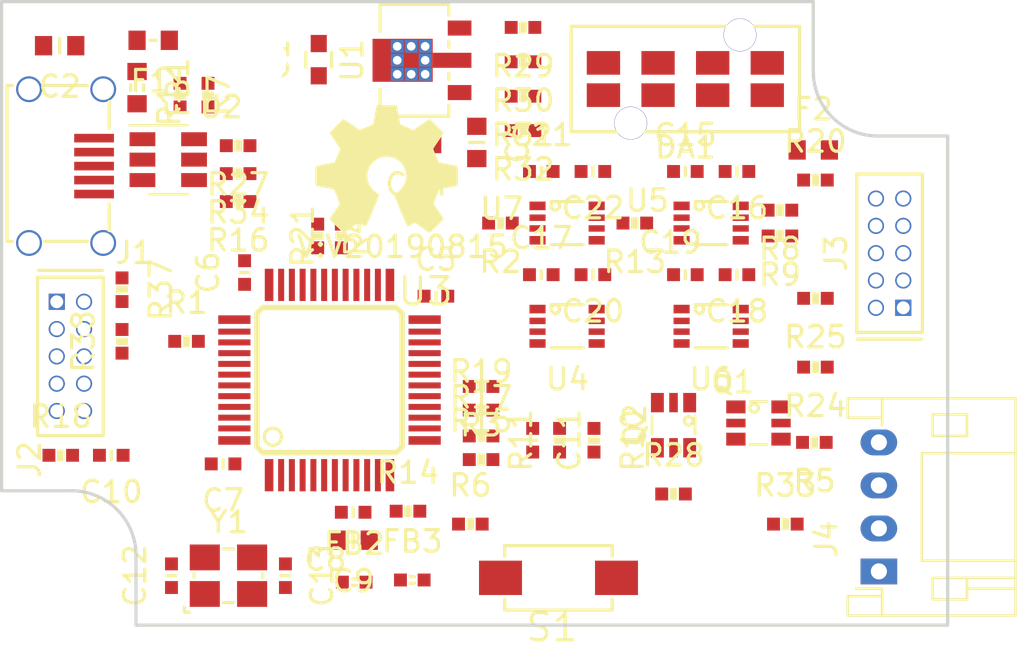
<source format=kicad_pcb>
(kicad_pcb (version 20171130) (host pcbnew 5.1.4-e60b266~84~ubuntu18.04.1)

  (general
    (thickness 1.6)
    (drawings 10)
    (tracks 0)
    (zones 0)
    (modules 79)
    (nets 81)
  )

  (page A4)
  (layers
    (0 F.Cu signal)
    (1 In1.Cu signal)
    (2 In2.Cu signal)
    (31 B.Cu signal)
    (32 B.Adhes user)
    (33 F.Adhes user)
    (34 B.Paste user)
    (35 F.Paste user)
    (36 B.SilkS user)
    (37 F.SilkS user)
    (38 B.Mask user)
    (39 F.Mask user)
    (40 Dwgs.User user)
    (41 Cmts.User user)
    (42 Eco1.User user)
    (43 Eco2.User user)
    (44 Edge.Cuts user)
    (45 Margin user)
    (46 B.CrtYd user)
    (47 F.CrtYd user)
    (48 B.Fab user)
    (49 F.Fab user hide)
  )

  (setup
    (last_trace_width 0.127)
    (user_trace_width 0.1524)
    (user_trace_width 0.2)
    (user_trace_width 0.3)
    (user_trace_width 0.4)
    (user_trace_width 0.6)
    (user_trace_width 1)
    (user_trace_width 1.5)
    (user_trace_width 2)
    (trace_clearance 0.127)
    (zone_clearance 0.3)
    (zone_45_only no)
    (trace_min 0.127)
    (via_size 0.381)
    (via_drill 0.254)
    (via_min_size 0.3556)
    (via_min_drill 0.254)
    (user_via 0.3556 0.254)
    (user_via 0.55 0.4)
    (user_via 0.75 0.6)
    (user_via 0.95 0.8)
    (user_via 1.3 1)
    (user_via 1.5 1.2)
    (user_via 1.7 1.4)
    (user_via 1.9 1.6)
    (uvia_size 0.381)
    (uvia_drill 0.254)
    (uvias_allowed no)
    (uvia_min_size 0.381)
    (uvia_min_drill 0.254)
    (edge_width 0.15)
    (segment_width 0.2)
    (pcb_text_width 0.3)
    (pcb_text_size 1.5 1.5)
    (mod_edge_width 0.15)
    (mod_text_size 1 1)
    (mod_text_width 0.15)
    (pad_size 1.524 1.524)
    (pad_drill 0.762)
    (pad_to_mask_clearance 0.1)
    (solder_mask_min_width 0.25)
    (aux_axis_origin 0 0)
    (visible_elements FFFFFF7F)
    (pcbplotparams
      (layerselection 0x010f0_ffffffff)
      (usegerberextensions false)
      (usegerberattributes true)
      (usegerberadvancedattributes true)
      (creategerberjobfile false)
      (excludeedgelayer true)
      (linewidth 0.150000)
      (plotframeref false)
      (viasonmask true)
      (mode 1)
      (useauxorigin true)
      (hpglpennumber 1)
      (hpglpenspeed 20)
      (hpglpendiameter 15.000000)
      (psnegative false)
      (psa4output false)
      (plotreference true)
      (plotvalue true)
      (plotinvisibletext false)
      (padsonsilk false)
      (subtractmaskfromsilk false)
      (outputformat 1)
      (mirror false)
      (drillshape 0)
      (scaleselection 1)
      (outputdirectory "plots/"))
  )

  (net 0 "")
  (net 1 "Net-(C2-Pad2)")
  (net 2 /TARGET_PWR_SENSE)
  (net 3 "Net-(C12-Pad1)")
  (net 4 "Net-(C13-Pad1)")
  (net 5 /PROBE_VDD)
  (net 6 "Net-(J3-Pad2)")
  (net 7 "Net-(J3-Pad6)")
  (net 8 "Net-(J4-Pad3)")
  (net 9 /PROBE_I_RST)
  (net 10 /PROBE_I_RST_SEN)
  (net 11 /PROBE_E_RST)
  (net 12 "Net-(Q2-Pad1)")
  (net 13 /TARGET_PWR_EN)
  (net 14 /BUTTON)
  (net 15 /USB_V)
  (net 16 /MCU_TCK)
  (net 17 /MCU_TDI)
  (net 18 /MCU_TMS)
  (net 19 /MCU_TDO)
  (net 20 /MCU_RST)
  (net 21 /USB_PU)
  (net 22 /USB_D+)
  (net 23 /PROBE_E_TCK)
  (net 24 /PROBE_E_TDI)
  (net 25 /PROBE_E_TMS)
  (net 26 /PROBE_E_TDO)
  (net 27 /LED0)
  (net 28 /LED1)
  (net 29 /LED2)
  (net 30 /PROBE_E_TX)
  (net 31 /PROBE_E_RX)
  (net 32 /USB_D-)
  (net 33 /PROBE_TMS_DIR)
  (net 34 /PROBE_I_TMS)
  (net 35 /PROBE_I_TCK)
  (net 36 /PROBE_I_TDO)
  (net 37 /PROBE_I_RX)
  (net 38 /PROBE_I_TX)
  (net 39 /PROBE_I_TDI)
  (net 40 /USB_D_C+)
  (net 41 /USB_D_C-)
  (net 42 "Net-(R16-Pad2)")
  (net 43 "Net-(R27-Pad2)")
  (net 44 /PROBE_E_VDD)
  (net 45 "Net-(DA1-Pad1)")
  (net 46 "Net-(DA1-Pad2)")
  (net 47 "Net-(DA1-Pad3)")
  (net 48 "Net-(DA1-Pad4)")
  (net 49 /VSS)
  (net 50 /VUSB)
  (net 51 /VDD)
  (net 52 /VSSA)
  (net 53 /VDDA)
  (net 54 "Net-(F1-Pad2)")
  (net 55 "Net-(FB1-Pad2)")
  (net 56 "Net-(J2-Pad7)")
  (net 57 "Net-(J3-Pad7)")
  (net 58 "Net-(U3-Pad46)")
  (net 59 "Net-(U3-Pad45)")
  (net 60 "Net-(U3-Pad43)")
  (net 61 "Net-(U3-Pad28)")
  (net 62 "Net-(U3-Pad27)")
  (net 63 "Net-(U3-Pad10)")
  (net 64 "Net-(U3-Pad4)")
  (net 65 "Net-(U3-Pad3)")
  (net 66 "Net-(U3-Pad2)")
  (net 67 "Net-(F2-Pad2)")
  (net 68 "Net-(R1-Pad1)")
  (net 69 "Net-(R2-Pad1)")
  (net 70 "Net-(R3-Pad1)")
  (net 71 "Net-(R4-Pad1)")
  (net 72 "Net-(R5-Pad2)")
  (net 73 "Net-(R8-Pad2)")
  (net 74 "Net-(R9-Pad2)")
  (net 75 "Net-(R13-Pad2)")
  (net 76 "Net-(R14-Pad1)")
  (net 77 "Net-(R15-Pad1)")
  (net 78 "Net-(R17-Pad1)")
  (net 79 "Net-(R19-Pad1)")
  (net 80 "Net-(R21-Pad1)")

  (net_class Default "This is the default net class."
    (clearance 0.127)
    (trace_width 0.127)
    (via_dia 0.381)
    (via_drill 0.254)
    (uvia_dia 0.381)
    (uvia_drill 0.254)
    (add_net /BUTTON)
    (add_net /LED0)
    (add_net /LED1)
    (add_net /LED2)
    (add_net /MCU_RST)
    (add_net /MCU_TCK)
    (add_net /MCU_TDI)
    (add_net /MCU_TDO)
    (add_net /MCU_TMS)
    (add_net /PROBE_E_RST)
    (add_net /PROBE_E_RX)
    (add_net /PROBE_E_TCK)
    (add_net /PROBE_E_TDI)
    (add_net /PROBE_E_TDO)
    (add_net /PROBE_E_TMS)
    (add_net /PROBE_E_TX)
    (add_net /PROBE_E_VDD)
    (add_net /PROBE_I_RST)
    (add_net /PROBE_I_RST_SEN)
    (add_net /PROBE_I_RX)
    (add_net /PROBE_I_TCK)
    (add_net /PROBE_I_TDI)
    (add_net /PROBE_I_TDO)
    (add_net /PROBE_I_TMS)
    (add_net /PROBE_I_TX)
    (add_net /PROBE_TMS_DIR)
    (add_net /PROBE_VDD)
    (add_net /TARGET_PWR_EN)
    (add_net /TARGET_PWR_SENSE)
    (add_net /USB_D+)
    (add_net /USB_D-)
    (add_net /USB_D_C+)
    (add_net /USB_D_C-)
    (add_net /USB_PU)
    (add_net /USB_V)
    (add_net /VDD)
    (add_net /VDDA)
    (add_net /VSS)
    (add_net /VSSA)
    (add_net /VUSB)
    (add_net "Net-(C12-Pad1)")
    (add_net "Net-(C13-Pad1)")
    (add_net "Net-(C2-Pad2)")
    (add_net "Net-(DA1-Pad1)")
    (add_net "Net-(DA1-Pad2)")
    (add_net "Net-(DA1-Pad3)")
    (add_net "Net-(DA1-Pad4)")
    (add_net "Net-(F1-Pad2)")
    (add_net "Net-(F2-Pad2)")
    (add_net "Net-(FB1-Pad2)")
    (add_net "Net-(J2-Pad7)")
    (add_net "Net-(J3-Pad2)")
    (add_net "Net-(J3-Pad6)")
    (add_net "Net-(J3-Pad7)")
    (add_net "Net-(J4-Pad3)")
    (add_net "Net-(Q2-Pad1)")
    (add_net "Net-(R1-Pad1)")
    (add_net "Net-(R13-Pad2)")
    (add_net "Net-(R14-Pad1)")
    (add_net "Net-(R15-Pad1)")
    (add_net "Net-(R16-Pad2)")
    (add_net "Net-(R17-Pad1)")
    (add_net "Net-(R19-Pad1)")
    (add_net "Net-(R2-Pad1)")
    (add_net "Net-(R21-Pad1)")
    (add_net "Net-(R27-Pad2)")
    (add_net "Net-(R3-Pad1)")
    (add_net "Net-(R4-Pad1)")
    (add_net "Net-(R5-Pad2)")
    (add_net "Net-(R8-Pad2)")
    (add_net "Net-(R9-Pad2)")
    (add_net "Net-(U3-Pad10)")
    (add_net "Net-(U3-Pad2)")
    (add_net "Net-(U3-Pad27)")
    (add_net "Net-(U3-Pad28)")
    (add_net "Net-(U3-Pad3)")
    (add_net "Net-(U3-Pad4)")
    (add_net "Net-(U3-Pad43)")
    (add_net "Net-(U3-Pad45)")
    (add_net "Net-(U3-Pad46)")
  )

  (module SquantorCrystal:Crystal_3225_4 (layer F.Cu) (tedit 5D56AE32) (tstamp 5D47E416)
    (at 134.25 111.6)
    (descr "SMD crystal 3225 size")
    (tags "SMD 3225")
    (path /5D4E6D1B)
    (attr smd)
    (fp_text reference Y1 (at 0 -2.5) (layer F.SilkS)
      (effects (font (size 1 1) (thickness 0.15)))
    )
    (fp_text value 8MHz (at 0 2.5) (layer F.Fab)
      (effects (font (size 1 1) (thickness 0.15)))
    )
    (fp_line (start -2.05 1.45) (end -2.05 1.7) (layer F.SilkS) (width 0.15))
    (fp_line (start -2.05 1.7) (end -1.8 1.7) (layer F.SilkS) (width 0.15))
    (fp_line (start -2.05 1.7) (end -2.05 -1.7) (layer F.CrtYd) (width 0.05))
    (fp_line (start 2.05 1.7) (end -2.05 1.7) (layer F.CrtYd) (width 0.05))
    (fp_line (start 2.05 -1.7) (end 2.05 1.7) (layer F.CrtYd) (width 0.05))
    (fp_line (start -2.05 -1.7) (end 2.05 -1.7) (layer F.CrtYd) (width 0.05))
    (fp_line (start -1.6 1.25) (end -1.6 -1.25) (layer F.Fab) (width 0.15))
    (fp_line (start 1.6 1.25) (end -1.6 1.25) (layer F.Fab) (width 0.15))
    (fp_line (start 1.6 -1.25) (end 1.6 1.25) (layer F.Fab) (width 0.15))
    (fp_line (start -1.6 -1.25) (end 1.6 -1.25) (layer F.Fab) (width 0.15))
    (fp_line (start -0.25 1.25) (end 0.25 1.25) (layer F.SilkS) (width 0.15))
    (fp_line (start 1.6 0.1) (end 1.6 -0.1) (layer F.SilkS) (width 0.15))
    (fp_line (start -0.25 -1.25) (end 0.25 -1.25) (layer F.SilkS) (width 0.15))
    (fp_line (start -1.6 -0.1) (end -1.6 0.1) (layer F.SilkS) (width 0.15))
    (pad 1 smd rect (at -1.1 0.85) (size 1.4 1.2) (layers F.Cu F.Paste F.Mask)
      (net 3 "Net-(C12-Pad1)"))
    (pad 2 smd rect (at 1.1 0.85) (size 1.4 1.2) (layers F.Cu F.Paste F.Mask)
      (net 49 /VSS))
    (pad 3 smd rect (at 1.1 -0.85) (size 1.4 1.2) (layers F.Cu F.Paste F.Mask)
      (net 4 "Net-(C13-Pad1)"))
    (pad 4 smd rect (at -1.1 -0.85) (size 1.4 1.2) (layers F.Cu F.Paste F.Mask)
      (net 49 /VSS))
    (model ${KISYS3DMOD}/Crystal.3dshapes/Crystal_SMD_3225-4Pin_3.2x2.5mm.step
      (at (xyz 0 0 0))
      (scale (xyz 1 1 1))
      (rotate (xyz 0 0 0))
    )
  )

  (module SquantorRcl:L_0603 (layer F.Cu) (tedit 5D56B376) (tstamp 5D55BE23)
    (at 130 88.9 270)
    (descr "Inductor SMD 0603")
    (tags "Inductor 0402")
    (path /5D64C1C9)
    (attr smd)
    (fp_text reference FB1 (at 0 -1.9 90) (layer F.SilkS)
      (effects (font (size 1 1) (thickness 0.15)))
    )
    (fp_text value Ferrite_Bead (at 0 1.9 90) (layer F.Fab)
      (effects (font (size 1 1) (thickness 0.15)))
    )
    (fp_line (start -0.15 0.3) (end 0.15 0.3) (layer F.SilkS) (width 0.15))
    (fp_line (start -0.15 -0.3) (end 0.15 -0.3) (layer F.SilkS) (width 0.15))
    (fp_line (start 1.4 -0.7) (end 1.4 0.7) (layer F.CrtYd) (width 0.05))
    (fp_line (start -1.4 -0.7) (end -1.4 0.7) (layer F.CrtYd) (width 0.05))
    (fp_line (start -1.4 0.7) (end 1.4 0.7) (layer F.CrtYd) (width 0.05))
    (fp_line (start -1.4 -0.7) (end 1.4 -0.7) (layer F.CrtYd) (width 0.05))
    (fp_line (start -0.8 -0.4) (end 0.8 -0.4) (layer F.Fab) (width 0.1))
    (fp_line (start 0.8 -0.4) (end 0.8 0.4) (layer F.Fab) (width 0.1))
    (fp_line (start 0.8 0.4) (end -0.8 0.4) (layer F.Fab) (width 0.1))
    (fp_line (start -0.8 0.4) (end -0.8 -0.4) (layer F.Fab) (width 0.1))
    (pad 2 smd rect (at 0.75 0 270) (size 0.8 0.9) (layers F.Cu F.Paste F.Mask)
      (net 55 "Net-(FB1-Pad2)"))
    (pad 1 smd rect (at -0.75 0 270) (size 0.8 0.9) (layers F.Cu F.Paste F.Mask)
      (net 54 "Net-(F1-Pad2)"))
    (model ${KISYS3DMOD}/Inductor_SMD.3dshapes/L_0603_1608Metric.step
      (at (xyz 0 0 0))
      (scale (xyz 1 1 1))
      (rotate (xyz 0 0 0))
    )
  )

  (module SquantorConnectors:Header-0127-2X05-H006 (layer F.Cu) (tedit 5D56B1A1) (tstamp 5B323AB0)
    (at 126.9 101.4 270)
    (descr "Header 1.27 2by5 pins")
    (tags "Header 1.27")
    (path /5B2268AD)
    (fp_text reference J2 (at 4.8 1.9 270) (layer F.SilkS)
      (effects (font (size 1 1) (thickness 0.15)))
    )
    (fp_text value JTAG_2X05 (at 0 2.5 270) (layer F.Fab)
      (effects (font (size 1 1) (thickness 0.15)))
    )
    (fp_line (start -3.683 -1.524) (end 3.683 -1.524) (layer F.SilkS) (width 0.15))
    (fp_line (start 3.683 -1.524) (end 3.683 1.524) (layer F.SilkS) (width 0.15))
    (fp_line (start 3.683 1.524) (end -3.683 1.524) (layer F.SilkS) (width 0.15))
    (fp_line (start -3.683 1.524) (end -3.683 -1.524) (layer F.SilkS) (width 0.15))
    (fp_line (start -4 -1.5) (end -4 1.5) (layer F.SilkS) (width 0.15))
    (pad 10 thru_hole circle (at 2.54 -0.635 270) (size 0.75 0.75) (drill 0.6) (layers *.Cu *.Mask)
      (net 20 /MCU_RST))
    (pad 9 thru_hole circle (at 2.54 0.635 270) (size 0.75 0.75) (drill 0.6) (layers *.Cu *.Mask)
      (net 49 /VSS))
    (pad 8 thru_hole circle (at 1.27 -0.635 270) (size 0.75 0.75) (drill 0.6) (layers *.Cu *.Mask)
      (net 17 /MCU_TDI))
    (pad 7 thru_hole circle (at 1.27 0.635 270) (size 0.75 0.75) (drill 0.6) (layers *.Cu *.Mask)
      (net 56 "Net-(J2-Pad7)"))
    (pad 6 thru_hole circle (at 0 -0.635 270) (size 0.75 0.75) (drill 0.6) (layers *.Cu *.Mask)
      (net 19 /MCU_TDO))
    (pad 5 thru_hole circle (at 0 0.635 270) (size 0.75 0.75) (drill 0.6) (layers *.Cu *.Mask)
      (net 49 /VSS))
    (pad 4 thru_hole circle (at -1.27 -0.635 270) (size 0.75 0.75) (drill 0.6) (layers *.Cu *.Mask)
      (net 16 /MCU_TCK))
    (pad 3 thru_hole circle (at -1.27 0.635 270) (size 0.75 0.75) (drill 0.6) (layers *.Cu *.Mask)
      (net 49 /VSS))
    (pad 2 thru_hole circle (at -2.54 -0.635 270) (size 0.75 0.75) (drill 0.6) (layers *.Cu *.Mask)
      (net 18 /MCU_TMS))
    (pad 1 thru_hole rect (at -2.54 0.635 270) (size 0.75 0.75) (drill 0.6) (layers *.Cu *.Mask)
      (net 51 /VDD))
    (model ${KISYS3DMOD}/Connector_PinHeader_1.27mm.3dshapes/PinHeader_2x05_P1.27mm_Vertical.wrl
      (offset (xyz -2.54 -0.635 0))
      (scale (xyz 1 1 1))
      (rotate (xyz 0 0 -90))
    )
  )

  (module SquantorConnectors:Header-0127-2X05-H006 (layer F.Cu) (tedit 5D56B1A1) (tstamp 5C016B3F)
    (at 165 96.6 90)
    (descr "Header 1.27 2by5 pins")
    (tags "Header 1.27")
    (path /5B2358DA)
    (fp_text reference J3 (at 0 -2.5 90) (layer F.SilkS)
      (effects (font (size 1 1) (thickness 0.15)))
    )
    (fp_text value JTAG_2X05 (at 0 2.5 90) (layer F.Fab)
      (effects (font (size 1 1) (thickness 0.15)))
    )
    (fp_line (start -3.683 -1.524) (end 3.683 -1.524) (layer F.SilkS) (width 0.15))
    (fp_line (start 3.683 -1.524) (end 3.683 1.524) (layer F.SilkS) (width 0.15))
    (fp_line (start 3.683 1.524) (end -3.683 1.524) (layer F.SilkS) (width 0.15))
    (fp_line (start -3.683 1.524) (end -3.683 -1.524) (layer F.SilkS) (width 0.15))
    (fp_line (start -4 -1.5) (end -4 1.5) (layer F.SilkS) (width 0.15))
    (pad 10 thru_hole circle (at 2.54 -0.635 90) (size 0.75 0.75) (drill 0.6) (layers *.Cu *.Mask)
      (net 11 /PROBE_E_RST))
    (pad 9 thru_hole circle (at 2.54 0.635 90) (size 0.75 0.75) (drill 0.6) (layers *.Cu *.Mask)
      (net 49 /VSS))
    (pad 8 thru_hole circle (at 1.27 -0.635 90) (size 0.75 0.75) (drill 0.6) (layers *.Cu *.Mask)
      (net 24 /PROBE_E_TDI))
    (pad 7 thru_hole circle (at 1.27 0.635 90) (size 0.75 0.75) (drill 0.6) (layers *.Cu *.Mask)
      (net 57 "Net-(J3-Pad7)"))
    (pad 6 thru_hole circle (at 0 -0.635 90) (size 0.75 0.75) (drill 0.6) (layers *.Cu *.Mask)
      (net 7 "Net-(J3-Pad6)"))
    (pad 5 thru_hole circle (at 0 0.635 90) (size 0.75 0.75) (drill 0.6) (layers *.Cu *.Mask)
      (net 49 /VSS))
    (pad 4 thru_hole circle (at -1.27 -0.635 90) (size 0.75 0.75) (drill 0.6) (layers *.Cu *.Mask)
      (net 23 /PROBE_E_TCK))
    (pad 3 thru_hole circle (at -1.27 0.635 90) (size 0.75 0.75) (drill 0.6) (layers *.Cu *.Mask)
      (net 49 /VSS))
    (pad 2 thru_hole circle (at -2.54 -0.635 90) (size 0.75 0.75) (drill 0.6) (layers *.Cu *.Mask)
      (net 6 "Net-(J3-Pad2)"))
    (pad 1 thru_hole rect (at -2.54 0.635 90) (size 0.75 0.75) (drill 0.6) (layers *.Cu *.Mask)
      (net 5 /PROBE_VDD))
    (model ${KISYS3DMOD}/Connector_PinHeader_1.27mm.3dshapes/PinHeader_2x05_P1.27mm_Vertical.wrl
      (offset (xyz -2.54 -0.635 0))
      (scale (xyz 1 1 1))
      (rotate (xyz 0 0 -90))
    )
  )

  (module SquantorIC:SOT313-2 (layer F.Cu) (tedit 5D56AEC0) (tstamp 5B2C1DD3)
    (at 138.95 102.5)
    (descr "SOT313-2 LQFP48: plastic low profile quad flat package; 48 leads; body 7 x 7 x 1.4 mm NXP specification")
    (tags "SOT313-2 NXP LQFP48")
    (path /5AD50CAB)
    (fp_text reference U3 (at 3.1 -3.375) (layer F.SilkS)
      (effects (font (size 1.27 1.27) (thickness 0.15)) (justify left bottom))
    )
    (fp_text value STM32F103CBT (at 6.5 1) (layer F.Fab) hide
      (effects (font (size 1.27 1.27) (thickness 0.15)) (justify left bottom))
    )
    (fp_poly (pts (xy -4.5 2.85) (xy -3.45 2.85) (xy -3.45 2.65) (xy -4.5 2.65)) (layer Dwgs.User) (width 0))
    (fp_poly (pts (xy -4.5 2.35) (xy -3.45 2.35) (xy -3.45 2.15) (xy -4.5 2.15)) (layer Dwgs.User) (width 0))
    (fp_poly (pts (xy -4.5 1.85) (xy -3.45 1.85) (xy -3.45 1.65) (xy -4.5 1.65)) (layer Dwgs.User) (width 0))
    (fp_poly (pts (xy -4.5 1.35) (xy -3.45 1.35) (xy -3.45 1.15) (xy -4.5 1.15)) (layer Dwgs.User) (width 0))
    (fp_poly (pts (xy -4.5 0.85) (xy -3.45 0.85) (xy -3.45 0.65) (xy -4.5 0.65)) (layer Dwgs.User) (width 0))
    (fp_poly (pts (xy -4.5 0.35) (xy -3.45 0.35) (xy -3.45 0.15) (xy -4.5 0.15)) (layer Dwgs.User) (width 0))
    (fp_poly (pts (xy -4.5 -0.15) (xy -3.45 -0.15) (xy -3.45 -0.35) (xy -4.5 -0.35)) (layer Dwgs.User) (width 0))
    (fp_poly (pts (xy -4.5 -0.65) (xy -3.45 -0.65) (xy -3.45 -0.85) (xy -4.5 -0.85)) (layer Dwgs.User) (width 0))
    (fp_poly (pts (xy -4.5 -1.15) (xy -3.45 -1.15) (xy -3.45 -1.35) (xy -4.5 -1.35)) (layer Dwgs.User) (width 0))
    (fp_poly (pts (xy -4.5 -1.65) (xy -3.45 -1.65) (xy -3.45 -1.85) (xy -4.5 -1.85)) (layer Dwgs.User) (width 0))
    (fp_poly (pts (xy -4.5 -2.15) (xy -3.45 -2.15) (xy -3.45 -2.35) (xy -4.5 -2.35)) (layer Dwgs.User) (width 0))
    (fp_poly (pts (xy -4.5 -2.65) (xy -3.45 -2.65) (xy -3.45 -2.85) (xy -4.5 -2.85)) (layer Dwgs.User) (width 0))
    (fp_poly (pts (xy -2.85 -3.45) (xy -2.65 -3.45) (xy -2.65 -4.5) (xy -2.85 -4.5)) (layer Dwgs.User) (width 0))
    (fp_poly (pts (xy -2.35 -3.45) (xy -2.15 -3.45) (xy -2.15 -4.5) (xy -2.35 -4.5)) (layer Dwgs.User) (width 0))
    (fp_poly (pts (xy -1.85 -3.45) (xy -1.65 -3.45) (xy -1.65 -4.5) (xy -1.85 -4.5)) (layer Dwgs.User) (width 0))
    (fp_poly (pts (xy -1.35 -3.45) (xy -1.15 -3.45) (xy -1.15 -4.5) (xy -1.35 -4.5)) (layer Dwgs.User) (width 0))
    (fp_poly (pts (xy -0.85 -3.45) (xy -0.65 -3.45) (xy -0.65 -4.5) (xy -0.85 -4.5)) (layer Dwgs.User) (width 0))
    (fp_poly (pts (xy -0.35 -3.45) (xy -0.15 -3.45) (xy -0.15 -4.5) (xy -0.35 -4.5)) (layer Dwgs.User) (width 0))
    (fp_poly (pts (xy 0.15 -3.45) (xy 0.35 -3.45) (xy 0.35 -4.5) (xy 0.15 -4.5)) (layer Dwgs.User) (width 0))
    (fp_poly (pts (xy 0.65 -3.45) (xy 0.85 -3.45) (xy 0.85 -4.5) (xy 0.65 -4.5)) (layer Dwgs.User) (width 0))
    (fp_poly (pts (xy 1.15 -3.45) (xy 1.35 -3.45) (xy 1.35 -4.5) (xy 1.15 -4.5)) (layer Dwgs.User) (width 0))
    (fp_poly (pts (xy 1.65 -3.45) (xy 1.85 -3.45) (xy 1.85 -4.5) (xy 1.65 -4.5)) (layer Dwgs.User) (width 0))
    (fp_poly (pts (xy 2.15 -3.45) (xy 2.35 -3.45) (xy 2.35 -4.5) (xy 2.15 -4.5)) (layer Dwgs.User) (width 0))
    (fp_poly (pts (xy 2.65 -3.45) (xy 2.85 -3.45) (xy 2.85 -4.5) (xy 2.65 -4.5)) (layer Dwgs.User) (width 0))
    (fp_poly (pts (xy 3.45 -2.65) (xy 4.5 -2.65) (xy 4.5 -2.85) (xy 3.45 -2.85)) (layer Dwgs.User) (width 0))
    (fp_poly (pts (xy 3.45 -2.15) (xy 4.5 -2.15) (xy 4.5 -2.35) (xy 3.45 -2.35)) (layer Dwgs.User) (width 0))
    (fp_poly (pts (xy 3.45 -1.65) (xy 4.5 -1.65) (xy 4.5 -1.85) (xy 3.45 -1.85)) (layer Dwgs.User) (width 0))
    (fp_poly (pts (xy 3.45 -1.15) (xy 4.5 -1.15) (xy 4.5 -1.35) (xy 3.45 -1.35)) (layer Dwgs.User) (width 0))
    (fp_poly (pts (xy 3.45 -0.65) (xy 4.5 -0.65) (xy 4.5 -0.85) (xy 3.45 -0.85)) (layer Dwgs.User) (width 0))
    (fp_poly (pts (xy 3.45 -0.15) (xy 4.5 -0.15) (xy 4.5 -0.35) (xy 3.45 -0.35)) (layer Dwgs.User) (width 0))
    (fp_poly (pts (xy 3.45 0.35) (xy 4.5 0.35) (xy 4.5 0.15) (xy 3.45 0.15)) (layer Dwgs.User) (width 0))
    (fp_poly (pts (xy 3.45 0.85) (xy 4.5 0.85) (xy 4.5 0.65) (xy 3.45 0.65)) (layer Dwgs.User) (width 0))
    (fp_poly (pts (xy 3.45 1.35) (xy 4.5 1.35) (xy 4.5 1.15) (xy 3.45 1.15)) (layer Dwgs.User) (width 0))
    (fp_poly (pts (xy 3.45 1.85) (xy 4.5 1.85) (xy 4.5 1.65) (xy 3.45 1.65)) (layer Dwgs.User) (width 0))
    (fp_poly (pts (xy 3.45 2.35) (xy 4.5 2.35) (xy 4.5 2.15) (xy 3.45 2.15)) (layer Dwgs.User) (width 0))
    (fp_poly (pts (xy 3.45 2.85) (xy 4.5 2.85) (xy 4.5 2.65) (xy 3.45 2.65)) (layer Dwgs.User) (width 0))
    (fp_poly (pts (xy 2.65 4.5) (xy 2.85 4.5) (xy 2.85 3.45) (xy 2.65 3.45)) (layer Dwgs.User) (width 0))
    (fp_poly (pts (xy 2.15 4.5) (xy 2.35 4.5) (xy 2.35 3.45) (xy 2.15 3.45)) (layer Dwgs.User) (width 0))
    (fp_poly (pts (xy 1.65 4.5) (xy 1.85 4.5) (xy 1.85 3.45) (xy 1.65 3.45)) (layer Dwgs.User) (width 0))
    (fp_poly (pts (xy 1.15 4.5) (xy 1.35 4.5) (xy 1.35 3.45) (xy 1.15 3.45)) (layer Dwgs.User) (width 0))
    (fp_poly (pts (xy 0.65 4.5) (xy 0.85 4.5) (xy 0.85 3.45) (xy 0.65 3.45)) (layer Dwgs.User) (width 0))
    (fp_poly (pts (xy 0.15 4.5) (xy 0.35 4.5) (xy 0.35 3.45) (xy 0.15 3.45)) (layer Dwgs.User) (width 0))
    (fp_poly (pts (xy -0.35 4.5) (xy -0.15 4.5) (xy -0.15 3.45) (xy -0.35 3.45)) (layer Dwgs.User) (width 0))
    (fp_poly (pts (xy -0.85 4.5) (xy -0.65 4.5) (xy -0.65 3.45) (xy -0.85 3.45)) (layer Dwgs.User) (width 0))
    (fp_poly (pts (xy -1.35 4.5) (xy -1.15 4.5) (xy -1.15 3.45) (xy -1.35 3.45)) (layer Dwgs.User) (width 0))
    (fp_poly (pts (xy -1.85 4.5) (xy -1.65 4.5) (xy -1.65 3.45) (xy -1.85 3.45)) (layer Dwgs.User) (width 0))
    (fp_poly (pts (xy -2.35 4.5) (xy -2.15 4.5) (xy -2.15 3.45) (xy -2.35 3.45)) (layer Dwgs.User) (width 0))
    (fp_poly (pts (xy -2.85 4.5) (xy -2.65 4.5) (xy -2.65 3.45) (xy -2.85 3.45)) (layer Dwgs.User) (width 0))
    (fp_circle (center -2.635 2.635) (end -2.235 2.635) (layer F.SilkS) (width 0.15))
    (fp_line (start -3.375 3.1) (end -3.375 -3.1) (layer F.SilkS) (width 0.254))
    (fp_line (start -3.1 3.375) (end -3.375 3.1) (layer F.SilkS) (width 0.254))
    (fp_line (start 3.1 3.375) (end -3.1 3.375) (layer F.SilkS) (width 0.254))
    (fp_line (start 3.375 3.1) (end 3.1 3.375) (layer F.SilkS) (width 0.254))
    (fp_line (start 3.375 -3.1) (end 3.375 3.1) (layer F.SilkS) (width 0.254))
    (fp_line (start 3.1 -3.375) (end 3.375 -3.1) (layer F.SilkS) (width 0.254))
    (fp_line (start -3.1 -3.375) (end 3.1 -3.375) (layer F.SilkS) (width 0.254))
    (fp_line (start -3.375 -3.1) (end -3.1 -3.375) (layer F.SilkS) (width 0.254))
    (pad 48 smd rect (at -4.425 2.81) (size 1.5 0.4) (layers F.Cu F.Paste F.Mask)
      (net 51 /VDD))
    (pad 47 smd rect (at -4.425 2.25) (size 1.5 0.28) (layers F.Cu F.Paste F.Mask)
      (net 49 /VSS))
    (pad 46 smd rect (at -4.425 1.75) (size 1.5 0.28) (layers F.Cu F.Paste F.Mask)
      (net 58 "Net-(U3-Pad46)"))
    (pad 45 smd rect (at -4.425 1.25) (size 1.5 0.28) (layers F.Cu F.Paste F.Mask)
      (net 59 "Net-(U3-Pad45)"))
    (pad 44 smd rect (at -4.425 0.75) (size 1.5 0.28) (layers F.Cu F.Paste F.Mask)
      (net 49 /VSS))
    (pad 43 smd rect (at -4.425 0.25) (size 1.5 0.28) (layers F.Cu F.Paste F.Mask)
      (net 60 "Net-(U3-Pad43)"))
    (pad 42 smd rect (at -4.425 -0.25) (size 1.5 0.28) (layers F.Cu F.Paste F.Mask)
      (net 51 /VDD))
    (pad 41 smd rect (at -4.425 -0.75) (size 1.5 0.28) (layers F.Cu F.Paste F.Mask)
      (net 51 /VDD))
    (pad 40 smd rect (at -4.425 -1.25) (size 1.5 0.28) (layers F.Cu F.Paste F.Mask)
      (net 51 /VDD))
    (pad 39 smd rect (at -4.425 -1.75) (size 1.5 0.28) (layers F.Cu F.Paste F.Mask)
      (net 68 "Net-(R1-Pad1)"))
    (pad 38 smd rect (at -4.425 -2.25) (size 1.5 0.28) (layers F.Cu F.Paste F.Mask)
      (net 17 /MCU_TDI))
    (pad 37 smd rect (at -4.425 -2.81) (size 1.5 0.4) (layers F.Cu F.Paste F.Mask)
      (net 16 /MCU_TCK))
    (pad 36 smd rect (at -2.81 -4.425) (size 0.4 1.5) (layers F.Cu F.Paste F.Mask)
      (net 51 /VDD))
    (pad 35 smd rect (at -2.25 -4.425) (size 0.28 1.5) (layers F.Cu F.Paste F.Mask)
      (net 49 /VSS))
    (pad 34 smd rect (at -1.75 -4.425) (size 0.28 1.5) (layers F.Cu F.Paste F.Mask)
      (net 18 /MCU_TMS))
    (pad 33 smd rect (at -1.25 -4.425) (size 0.28 1.5) (layers F.Cu F.Paste F.Mask)
      (net 22 /USB_D+))
    (pad 32 smd rect (at -0.75 -4.425) (size 0.28 1.5) (layers F.Cu F.Paste F.Mask)
      (net 32 /USB_D-))
    (pad 31 smd rect (at -0.25 -4.425) (size 0.28 1.5) (layers F.Cu F.Paste F.Mask)
      (net 37 /PROBE_I_RX))
    (pad 30 smd rect (at 0.25 -4.425) (size 0.28 1.5) (layers F.Cu F.Paste F.Mask)
      (net 80 "Net-(R21-Pad1)"))
    (pad 29 smd rect (at 0.75 -4.425) (size 0.28 1.5) (layers F.Cu F.Paste F.Mask)
      (net 21 /USB_PU))
    (pad 28 smd rect (at 1.25 -4.425) (size 0.28 1.5) (layers F.Cu F.Paste F.Mask)
      (net 61 "Net-(U3-Pad28)"))
    (pad 27 smd rect (at 1.75 -4.425) (size 0.28 1.5) (layers F.Cu F.Paste F.Mask)
      (net 62 "Net-(U3-Pad27)"))
    (pad 26 smd rect (at 2.25 -4.425) (size 0.28 1.5) (layers F.Cu F.Paste F.Mask)
      (net 15 /USB_V))
    (pad 25 smd rect (at 2.81 -4.425) (size 0.4 1.5) (layers F.Cu F.Paste F.Mask)
      (net 14 /BUTTON))
    (pad 24 smd rect (at 4.425 -2.81) (size 1.5 0.4) (layers F.Cu F.Paste F.Mask)
      (net 51 /VDD))
    (pad 23 smd rect (at 4.425 -2.25) (size 1.5 0.28) (layers F.Cu F.Paste F.Mask)
      (net 49 /VSS))
    (pad 22 smd rect (at 4.425 -1.75) (size 1.5 0.28) (layers F.Cu F.Paste F.Mask)
      (net 29 /LED2))
    (pad 21 smd rect (at 4.425 -1.25) (size 1.5 0.28) (layers F.Cu F.Paste F.Mask)
      (net 28 /LED1))
    (pad 20 smd rect (at 4.425 -0.75) (size 1.5 0.28) (layers F.Cu F.Paste F.Mask)
      (net 27 /LED0))
    (pad 19 smd rect (at 4.425 -0.25) (size 1.5 0.28) (layers F.Cu F.Paste F.Mask)
      (net 13 /TARGET_PWR_EN))
    (pad 18 smd rect (at 4.425 0.25) (size 1.5 0.28) (layers F.Cu F.Paste F.Mask)
      (net 2 /TARGET_PWR_SENSE))
    (pad 17 smd rect (at 4.425 0.75) (size 1.5 0.28) (layers F.Cu F.Paste F.Mask)
      (net 10 /PROBE_I_RST_SEN))
    (pad 16 smd rect (at 4.425 1.25) (size 1.5 0.28) (layers F.Cu F.Paste F.Mask)
      (net 36 /PROBE_I_TDO))
    (pad 15 smd rect (at 4.425 1.75) (size 1.5 0.28) (layers F.Cu F.Paste F.Mask)
      (net 79 "Net-(R19-Pad1)"))
    (pad 14 smd rect (at 4.425 2.25) (size 1.5 0.28) (layers F.Cu F.Paste F.Mask)
      (net 78 "Net-(R17-Pad1)"))
    (pad 13 smd rect (at 4.425 2.81) (size 1.5 0.4) (layers F.Cu F.Paste F.Mask)
      (net 77 "Net-(R15-Pad1)"))
    (pad 12 smd rect (at 2.81 4.425) (size 0.4 1.5) (layers F.Cu F.Paste F.Mask)
      (net 9 /PROBE_I_RST))
    (pad 11 smd rect (at 2.25 4.425) (size 0.28 1.5) (layers F.Cu F.Paste F.Mask)
      (net 76 "Net-(R14-Pad1)"))
    (pad 10 smd rect (at 1.75 4.425) (size 0.28 1.5) (layers F.Cu F.Paste F.Mask)
      (net 63 "Net-(U3-Pad10)"))
    (pad 9 smd rect (at 1.25 4.425) (size 0.28 1.5) (layers F.Cu F.Paste F.Mask)
      (net 53 /VDDA))
    (pad 8 smd rect (at 0.75 4.425) (size 0.28 1.5) (layers F.Cu F.Paste F.Mask)
      (net 52 /VSSA))
    (pad 7 smd rect (at 0.25 4.425) (size 0.28 1.5) (layers F.Cu F.Paste F.Mask)
      (net 20 /MCU_RST))
    (pad 6 smd rect (at -0.25 4.425) (size 0.28 1.5) (layers F.Cu F.Paste F.Mask)
      (net 4 "Net-(C13-Pad1)"))
    (pad 5 smd rect (at -0.75 4.425) (size 0.28 1.5) (layers F.Cu F.Paste F.Mask)
      (net 3 "Net-(C12-Pad1)"))
    (pad 4 smd rect (at -1.25 4.425) (size 0.28 1.5) (layers F.Cu F.Paste F.Mask)
      (net 64 "Net-(U3-Pad4)"))
    (pad 3 smd rect (at -1.75 4.425) (size 0.28 1.5) (layers F.Cu F.Paste F.Mask)
      (net 65 "Net-(U3-Pad3)"))
    (pad 2 smd rect (at -2.25 4.425) (size 0.28 1.5) (layers F.Cu F.Paste F.Mask)
      (net 66 "Net-(U3-Pad2)"))
    (pad 1 smd rect (at -2.81 4.425) (size 0.4 1.5) (layers F.Cu F.Paste F.Mask)
      (net 51 /VDD))
    (model ${KISYS3DMOD}/Package_QFP.3dshapes/LQFP-48_7x7mm_P0.5mm.step
      (at (xyz 0 0 0))
      (scale (xyz 1 1 1))
      (rotate (xyz 0 0 0))
    )
  )

  (module SquantorIC:SOT363-hand (layer F.Cu) (tedit 5D56B004) (tstamp 5B4BAA56)
    (at 158.9 104.5 270)
    (descr "SOT363 Plastic surface-mounted package; 6 leads SC-88 NXP specification")
    (tags "SOT363-hand SC-88 NXP")
    (path /5B245E45)
    (fp_text reference Q1 (at -1.9 1.2) (layer F.SilkS)
      (effects (font (size 1 1) (thickness 0.15)))
    )
    (fp_text value Q_NMOS_DUAL (at 1.9 0) (layer F.Fab)
      (effects (font (size 1 1) (thickness 0.15)))
    )
    (fp_line (start 1.3 -1.8) (end -1.3 -1.8) (layer F.CrtYd) (width 0.05))
    (fp_line (start 1.3 1.8) (end 1.3 -1.8) (layer F.CrtYd) (width 0.05))
    (fp_line (start -1.3 1.8) (end 1.3 1.8) (layer F.CrtYd) (width 0.05))
    (fp_line (start -1.3 -1.8) (end -1.3 1.8) (layer F.CrtYd) (width 0.05))
    (fp_poly (pts (xy -0.775 -0.625) (xy -0.525 -0.625) (xy -0.525 -0.925) (xy -0.775 -0.925)) (layer Dwgs.User) (width 0))
    (fp_poly (pts (xy -0.775 0.925) (xy -0.525 0.925) (xy -0.525 0.625) (xy -0.775 0.625)) (layer Dwgs.User) (width 0))
    (fp_poly (pts (xy 0.525 0.925) (xy 0.775 0.925) (xy 0.775 0.625) (xy 0.525 0.625)) (layer Dwgs.User) (width 0))
    (fp_poly (pts (xy -0.125 0.925) (xy 0.125 0.925) (xy 0.125 0.625) (xy -0.125 0.625)) (layer Dwgs.User) (width 0))
    (fp_poly (pts (xy 0.525 -0.625) (xy 0.775 -0.625) (xy 0.775 -0.925) (xy 0.525 -0.925)) (layer Dwgs.User) (width 0))
    (fp_poly (pts (xy -0.125 -0.625) (xy 0.125 -0.625) (xy 0.125 -0.925) (xy -0.125 -0.925)) (layer Dwgs.User) (width 0))
    (fp_circle (center -0.7 0.2) (end -0.5 0.2) (layer F.SilkS) (width 0.15))
    (fp_line (start -1 0.4) (end -1 -0.4) (layer F.SilkS) (width 0.127))
    (fp_line (start 1 0.4) (end 1 -0.4) (layer F.SilkS) (width 0.127))
    (fp_line (start 1 0.625) (end -1 0.625) (layer Dwgs.User) (width 0.127))
    (fp_line (start -1 -0.625) (end 1 -0.625) (layer Dwgs.User) (width 0.127))
    (fp_line (start 1 0.625) (end 1 -0.625) (layer Dwgs.User) (width 0.127))
    (fp_line (start -1 -0.625) (end -1 0.625) (layer Dwgs.User) (width 0.127))
    (pad 3 smd rect (at 0.75 1.05 270) (size 0.6 0.9) (layers F.Cu F.Paste F.Mask)
      (net 10 /PROBE_I_RST_SEN))
    (pad 2 smd rect (at 0 1.05 270) (size 0.4 0.9) (layers F.Cu F.Paste F.Mask)
      (net 9 /PROBE_I_RST))
    (pad 1 smd rect (at -0.75 1.05 270) (size 0.6 0.9) (layers F.Cu F.Paste F.Mask)
      (net 49 /VSS))
    (pad 4 smd rect (at 0.75 -1.05 270) (size 0.6 0.9) (layers F.Cu F.Paste F.Mask)
      (net 49 /VSS))
    (pad 5 smd rect (at 0 -1.05 270) (size 0.4 0.9) (layers F.Cu F.Paste F.Mask)
      (net 11 /PROBE_E_RST))
    (pad 6 smd rect (at -0.75 -1.05 270) (size 0.6 0.9) (layers F.Cu F.Paste F.Mask)
      (net 11 /PROBE_E_RST))
    (model ${KISYS3DMOD}/Package_TO_SOT_SMD.3dshapes/SOT-363_SC-70-6.step
      (at (xyz 0 0 0))
      (scale (xyz 1 1 1))
      (rotate (xyz 0 0 90))
    )
  )

  (module SquantorIC:SOT363-hand (layer F.Cu) (tedit 5D56B004) (tstamp 5B4BAA6C)
    (at 154.95 104.6 180)
    (descr "SOT363 Plastic surface-mounted package; 6 leads SC-88 NXP specification")
    (tags "SOT363-hand SC-88 NXP")
    (path /5B2C36DB)
    (fp_text reference Q2 (at 1.8 0 270) (layer F.SilkS)
      (effects (font (size 1 1) (thickness 0.15)))
    )
    (fp_text value Q_PMOS_DUAL (at 1.9 0 270) (layer F.Fab)
      (effects (font (size 1 1) (thickness 0.15)))
    )
    (fp_line (start 1.3 -1.8) (end -1.3 -1.8) (layer F.CrtYd) (width 0.05))
    (fp_line (start 1.3 1.8) (end 1.3 -1.8) (layer F.CrtYd) (width 0.05))
    (fp_line (start -1.3 1.8) (end 1.3 1.8) (layer F.CrtYd) (width 0.05))
    (fp_line (start -1.3 -1.8) (end -1.3 1.8) (layer F.CrtYd) (width 0.05))
    (fp_poly (pts (xy -0.775 -0.625) (xy -0.525 -0.625) (xy -0.525 -0.925) (xy -0.775 -0.925)) (layer Dwgs.User) (width 0))
    (fp_poly (pts (xy -0.775 0.925) (xy -0.525 0.925) (xy -0.525 0.625) (xy -0.775 0.625)) (layer Dwgs.User) (width 0))
    (fp_poly (pts (xy 0.525 0.925) (xy 0.775 0.925) (xy 0.775 0.625) (xy 0.525 0.625)) (layer Dwgs.User) (width 0))
    (fp_poly (pts (xy -0.125 0.925) (xy 0.125 0.925) (xy 0.125 0.625) (xy -0.125 0.625)) (layer Dwgs.User) (width 0))
    (fp_poly (pts (xy 0.525 -0.625) (xy 0.775 -0.625) (xy 0.775 -0.925) (xy 0.525 -0.925)) (layer Dwgs.User) (width 0))
    (fp_poly (pts (xy -0.125 -0.625) (xy 0.125 -0.625) (xy 0.125 -0.925) (xy -0.125 -0.925)) (layer Dwgs.User) (width 0))
    (fp_circle (center -0.7 0.2) (end -0.5 0.2) (layer F.SilkS) (width 0.15))
    (fp_line (start -1 0.4) (end -1 -0.4) (layer F.SilkS) (width 0.127))
    (fp_line (start 1 0.4) (end 1 -0.4) (layer F.SilkS) (width 0.127))
    (fp_line (start 1 0.625) (end -1 0.625) (layer Dwgs.User) (width 0.127))
    (fp_line (start -1 -0.625) (end 1 -0.625) (layer Dwgs.User) (width 0.127))
    (fp_line (start 1 0.625) (end 1 -0.625) (layer Dwgs.User) (width 0.127))
    (fp_line (start -1 -0.625) (end -1 0.625) (layer Dwgs.User) (width 0.127))
    (pad 3 smd rect (at 0.75 1.05 180) (size 0.6 0.9) (layers F.Cu F.Paste F.Mask)
      (net 67 "Net-(F2-Pad2)"))
    (pad 2 smd rect (at 0 1.05 180) (size 0.4 0.9) (layers F.Cu F.Paste F.Mask)
      (net 13 /TARGET_PWR_EN))
    (pad 1 smd rect (at -0.75 1.05 180) (size 0.6 0.9) (layers F.Cu F.Paste F.Mask)
      (net 12 "Net-(Q2-Pad1)"))
    (pad 4 smd rect (at 0.75 -1.05 180) (size 0.6 0.9) (layers F.Cu F.Paste F.Mask)
      (net 12 "Net-(Q2-Pad1)"))
    (pad 5 smd rect (at 0 -1.05 180) (size 0.4 0.9) (layers F.Cu F.Paste F.Mask)
      (net 13 /TARGET_PWR_EN))
    (pad 6 smd rect (at -0.75 -1.05 180) (size 0.6 0.9) (layers F.Cu F.Paste F.Mask)
      (net 51 /VDD))
    (model ${KISYS3DMOD}/Package_TO_SOT_SMD.3dshapes/SOT-363_SC-70-6.step
      (at (xyz 0 0 0))
      (scale (xyz 1 1 1))
      (rotate (xyz 0 0 90))
    )
  )

  (module SquantorRcl:C_0402 (layer F.Cu) (tedit 5D442507) (tstamp 5C01573B)
    (at 143.9 98.6)
    (descr "Capacitor SMD 0402, reflow soldering, AVX (see smccp.pdf)")
    (tags "capacitor 0402")
    (path /5AD51D57)
    (attr smd)
    (fp_text reference C5 (at 0 -1.7 180) (layer F.SilkS)
      (effects (font (size 1 1) (thickness 0.15)))
    )
    (fp_text value 1u (at 0 1.7 180) (layer F.Fab)
      (effects (font (size 1 1) (thickness 0.15)))
    )
    (fp_line (start 0 -0.2) (end 0 0.2) (layer F.SilkS) (width 0.15))
    (fp_line (start 1.1 -0.55) (end 1.1 0.55) (layer F.CrtYd) (width 0.05))
    (fp_line (start -1.1 -0.55) (end -1.1 0.55) (layer F.CrtYd) (width 0.05))
    (fp_line (start -1.1 0.55) (end 1.1 0.55) (layer F.CrtYd) (width 0.05))
    (fp_line (start -1.1 -0.55) (end 1.1 -0.55) (layer F.CrtYd) (width 0.05))
    (fp_line (start -0.5 -0.25) (end 0.5 -0.25) (layer F.Fab) (width 0.1))
    (fp_line (start 0.5 -0.25) (end 0.5 0.25) (layer F.Fab) (width 0.1))
    (fp_line (start 0.5 0.25) (end -0.5 0.25) (layer F.Fab) (width 0.1))
    (fp_line (start -0.5 0.25) (end -0.5 -0.25) (layer F.Fab) (width 0.1))
    (pad 2 smd rect (at 0.55 0) (size 0.6 0.6) (layers F.Cu F.Paste F.Mask)
      (net 49 /VSS))
    (pad 1 smd rect (at -0.55 0) (size 0.6 0.6) (layers F.Cu F.Paste F.Mask)
      (net 51 /VDD))
    (model ${KISYS3DMOD}/Capacitor_SMD.3dshapes/C_0402_1005Metric.step
      (at (xyz 0 0 0))
      (scale (xyz 1 1 1))
      (rotate (xyz 0 0 0))
    )
  )

  (module SquantorRcl:C_0402 (layer F.Cu) (tedit 5D442507) (tstamp 5C01574A)
    (at 135 97.5 90)
    (descr "Capacitor SMD 0402, reflow soldering, AVX (see smccp.pdf)")
    (tags "capacitor 0402")
    (path /5AD520A8)
    (attr smd)
    (fp_text reference C6 (at 0 -1.7 90) (layer F.SilkS)
      (effects (font (size 1 1) (thickness 0.15)))
    )
    (fp_text value 1u (at 0 1.7 90) (layer F.Fab)
      (effects (font (size 1 1) (thickness 0.15)))
    )
    (fp_line (start 0 -0.2) (end 0 0.2) (layer F.SilkS) (width 0.15))
    (fp_line (start 1.1 -0.55) (end 1.1 0.55) (layer F.CrtYd) (width 0.05))
    (fp_line (start -1.1 -0.55) (end -1.1 0.55) (layer F.CrtYd) (width 0.05))
    (fp_line (start -1.1 0.55) (end 1.1 0.55) (layer F.CrtYd) (width 0.05))
    (fp_line (start -1.1 -0.55) (end 1.1 -0.55) (layer F.CrtYd) (width 0.05))
    (fp_line (start -0.5 -0.25) (end 0.5 -0.25) (layer F.Fab) (width 0.1))
    (fp_line (start 0.5 -0.25) (end 0.5 0.25) (layer F.Fab) (width 0.1))
    (fp_line (start 0.5 0.25) (end -0.5 0.25) (layer F.Fab) (width 0.1))
    (fp_line (start -0.5 0.25) (end -0.5 -0.25) (layer F.Fab) (width 0.1))
    (pad 2 smd rect (at 0.55 0 90) (size 0.6 0.6) (layers F.Cu F.Paste F.Mask)
      (net 49 /VSS))
    (pad 1 smd rect (at -0.55 0 90) (size 0.6 0.6) (layers F.Cu F.Paste F.Mask)
      (net 51 /VDD))
    (model ${KISYS3DMOD}/Capacitor_SMD.3dshapes/C_0402_1005Metric.step
      (at (xyz 0 0 0))
      (scale (xyz 1 1 1))
      (rotate (xyz 0 0 0))
    )
  )

  (module SquantorRcl:C_0402 (layer F.Cu) (tedit 5D442507) (tstamp 5C015759)
    (at 134 106.4 180)
    (descr "Capacitor SMD 0402, reflow soldering, AVX (see smccp.pdf)")
    (tags "capacitor 0402")
    (path /5AD52180)
    (attr smd)
    (fp_text reference C7 (at 0 -1.7) (layer F.SilkS)
      (effects (font (size 1 1) (thickness 0.15)))
    )
    (fp_text value 1u (at 0 1.7) (layer F.Fab)
      (effects (font (size 1 1) (thickness 0.15)))
    )
    (fp_line (start 0 -0.2) (end 0 0.2) (layer F.SilkS) (width 0.15))
    (fp_line (start 1.1 -0.55) (end 1.1 0.55) (layer F.CrtYd) (width 0.05))
    (fp_line (start -1.1 -0.55) (end -1.1 0.55) (layer F.CrtYd) (width 0.05))
    (fp_line (start -1.1 0.55) (end 1.1 0.55) (layer F.CrtYd) (width 0.05))
    (fp_line (start -1.1 -0.55) (end 1.1 -0.55) (layer F.CrtYd) (width 0.05))
    (fp_line (start -0.5 -0.25) (end 0.5 -0.25) (layer F.Fab) (width 0.1))
    (fp_line (start 0.5 -0.25) (end 0.5 0.25) (layer F.Fab) (width 0.1))
    (fp_line (start 0.5 0.25) (end -0.5 0.25) (layer F.Fab) (width 0.1))
    (fp_line (start -0.5 0.25) (end -0.5 -0.25) (layer F.Fab) (width 0.1))
    (pad 2 smd rect (at 0.55 0 180) (size 0.6 0.6) (layers F.Cu F.Paste F.Mask)
      (net 49 /VSS))
    (pad 1 smd rect (at -0.55 0 180) (size 0.6 0.6) (layers F.Cu F.Paste F.Mask)
      (net 51 /VDD))
    (model ${KISYS3DMOD}/Capacitor_SMD.3dshapes/C_0402_1005Metric.step
      (at (xyz 0 0 0))
      (scale (xyz 1 1 1))
      (rotate (xyz 0 0 0))
    )
  )

  (module SquantorRcl:C_0402 (layer F.Cu) (tedit 5D442507) (tstamp 5C015768)
    (at 140.05 108.65 180)
    (descr "Capacitor SMD 0402, reflow soldering, AVX (see smccp.pdf)")
    (tags "capacitor 0402")
    (path /5AD52635)
    (attr smd)
    (fp_text reference C8 (at 1.3 -2.2 180) (layer F.SilkS)
      (effects (font (size 1 1) (thickness 0.15)))
    )
    (fp_text value 1u (at 0 1.7 180) (layer F.Fab)
      (effects (font (size 1 1) (thickness 0.15)))
    )
    (fp_line (start 0 -0.2) (end 0 0.2) (layer F.SilkS) (width 0.15))
    (fp_line (start 1.1 -0.55) (end 1.1 0.55) (layer F.CrtYd) (width 0.05))
    (fp_line (start -1.1 -0.55) (end -1.1 0.55) (layer F.CrtYd) (width 0.05))
    (fp_line (start -1.1 0.55) (end 1.1 0.55) (layer F.CrtYd) (width 0.05))
    (fp_line (start -1.1 -0.55) (end 1.1 -0.55) (layer F.CrtYd) (width 0.05))
    (fp_line (start -0.5 -0.25) (end 0.5 -0.25) (layer F.Fab) (width 0.1))
    (fp_line (start 0.5 -0.25) (end 0.5 0.25) (layer F.Fab) (width 0.1))
    (fp_line (start 0.5 0.25) (end -0.5 0.25) (layer F.Fab) (width 0.1))
    (fp_line (start -0.5 0.25) (end -0.5 -0.25) (layer F.Fab) (width 0.1))
    (pad 2 smd rect (at 0.55 0 180) (size 0.6 0.6) (layers F.Cu F.Paste F.Mask)
      (net 52 /VSSA))
    (pad 1 smd rect (at -0.55 0 180) (size 0.6 0.6) (layers F.Cu F.Paste F.Mask)
      (net 53 /VDDA))
    (model ${KISYS3DMOD}/Capacitor_SMD.3dshapes/C_0402_1005Metric.step
      (at (xyz 0 0 0))
      (scale (xyz 1 1 1))
      (rotate (xyz 0 0 0))
    )
  )

  (module SquantorRcl:C_0402 (layer F.Cu) (tedit 5D442507) (tstamp 5C015777)
    (at 128.8 106 180)
    (descr "Capacitor SMD 0402, reflow soldering, AVX (see smccp.pdf)")
    (tags "capacitor 0402")
    (path /5B4BF737)
    (attr smd)
    (fp_text reference C10 (at 0 -1.7 180) (layer F.SilkS)
      (effects (font (size 1 1) (thickness 0.15)))
    )
    (fp_text value 1u (at 0 1.7 180) (layer F.Fab)
      (effects (font (size 1 1) (thickness 0.15)))
    )
    (fp_line (start 0 -0.2) (end 0 0.2) (layer F.SilkS) (width 0.15))
    (fp_line (start 1.1 -0.55) (end 1.1 0.55) (layer F.CrtYd) (width 0.05))
    (fp_line (start -1.1 -0.55) (end -1.1 0.55) (layer F.CrtYd) (width 0.05))
    (fp_line (start -1.1 0.55) (end 1.1 0.55) (layer F.CrtYd) (width 0.05))
    (fp_line (start -1.1 -0.55) (end 1.1 -0.55) (layer F.CrtYd) (width 0.05))
    (fp_line (start -0.5 -0.25) (end 0.5 -0.25) (layer F.Fab) (width 0.1))
    (fp_line (start 0.5 -0.25) (end 0.5 0.25) (layer F.Fab) (width 0.1))
    (fp_line (start 0.5 0.25) (end -0.5 0.25) (layer F.Fab) (width 0.1))
    (fp_line (start -0.5 0.25) (end -0.5 -0.25) (layer F.Fab) (width 0.1))
    (pad 2 smd rect (at 0.55 0 180) (size 0.6 0.6) (layers F.Cu F.Paste F.Mask)
      (net 20 /MCU_RST))
    (pad 1 smd rect (at -0.55 0 180) (size 0.6 0.6) (layers F.Cu F.Paste F.Mask)
      (net 49 /VSS))
    (model ${KISYS3DMOD}/Capacitor_SMD.3dshapes/C_0402_1005Metric.step
      (at (xyz 0 0 0))
      (scale (xyz 1 1 1))
      (rotate (xyz 0 0 0))
    )
  )

  (module SquantorRcl:C_0402 (layer F.Cu) (tedit 5D442507) (tstamp 5C015786)
    (at 148.4 105.3 270)
    (descr "Capacitor SMD 0402, reflow soldering, AVX (see smccp.pdf)")
    (tags "capacitor 0402")
    (path /5B225142)
    (attr smd)
    (fp_text reference C11 (at 0 -1.7 270) (layer F.SilkS)
      (effects (font (size 1 1) (thickness 0.15)))
    )
    (fp_text value 1uF (at 0 1.7 270) (layer F.Fab)
      (effects (font (size 1 1) (thickness 0.15)))
    )
    (fp_line (start 0 -0.2) (end 0 0.2) (layer F.SilkS) (width 0.15))
    (fp_line (start 1.1 -0.55) (end 1.1 0.55) (layer F.CrtYd) (width 0.05))
    (fp_line (start -1.1 -0.55) (end -1.1 0.55) (layer F.CrtYd) (width 0.05))
    (fp_line (start -1.1 0.55) (end 1.1 0.55) (layer F.CrtYd) (width 0.05))
    (fp_line (start -1.1 -0.55) (end 1.1 -0.55) (layer F.CrtYd) (width 0.05))
    (fp_line (start -0.5 -0.25) (end 0.5 -0.25) (layer F.Fab) (width 0.1))
    (fp_line (start 0.5 -0.25) (end 0.5 0.25) (layer F.Fab) (width 0.1))
    (fp_line (start 0.5 0.25) (end -0.5 0.25) (layer F.Fab) (width 0.1))
    (fp_line (start -0.5 0.25) (end -0.5 -0.25) (layer F.Fab) (width 0.1))
    (pad 2 smd rect (at 0.55 0 270) (size 0.6 0.6) (layers F.Cu F.Paste F.Mask)
      (net 2 /TARGET_PWR_SENSE))
    (pad 1 smd rect (at -0.55 0 270) (size 0.6 0.6) (layers F.Cu F.Paste F.Mask)
      (net 49 /VSS))
    (model ${KISYS3DMOD}/Capacitor_SMD.3dshapes/C_0402_1005Metric.step
      (at (xyz 0 0 0))
      (scale (xyz 1 1 1))
      (rotate (xyz 0 0 0))
    )
  )

  (module SquantorRcl:C_0402 (layer F.Cu) (tedit 5D442507) (tstamp 5C015795)
    (at 131.6 111.6 90)
    (descr "Capacitor SMD 0402, reflow soldering, AVX (see smccp.pdf)")
    (tags "capacitor 0402")
    (path /5B21AC3E)
    (attr smd)
    (fp_text reference C12 (at 0 -1.7 90) (layer F.SilkS)
      (effects (font (size 1 1) (thickness 0.15)))
    )
    (fp_text value 10p (at 0 1.7 90) (layer F.Fab)
      (effects (font (size 1 1) (thickness 0.15)))
    )
    (fp_line (start 0 -0.2) (end 0 0.2) (layer F.SilkS) (width 0.15))
    (fp_line (start 1.1 -0.55) (end 1.1 0.55) (layer F.CrtYd) (width 0.05))
    (fp_line (start -1.1 -0.55) (end -1.1 0.55) (layer F.CrtYd) (width 0.05))
    (fp_line (start -1.1 0.55) (end 1.1 0.55) (layer F.CrtYd) (width 0.05))
    (fp_line (start -1.1 -0.55) (end 1.1 -0.55) (layer F.CrtYd) (width 0.05))
    (fp_line (start -0.5 -0.25) (end 0.5 -0.25) (layer F.Fab) (width 0.1))
    (fp_line (start 0.5 -0.25) (end 0.5 0.25) (layer F.Fab) (width 0.1))
    (fp_line (start 0.5 0.25) (end -0.5 0.25) (layer F.Fab) (width 0.1))
    (fp_line (start -0.5 0.25) (end -0.5 -0.25) (layer F.Fab) (width 0.1))
    (pad 2 smd rect (at 0.55 0 90) (size 0.6 0.6) (layers F.Cu F.Paste F.Mask)
      (net 49 /VSS))
    (pad 1 smd rect (at -0.55 0 90) (size 0.6 0.6) (layers F.Cu F.Paste F.Mask)
      (net 3 "Net-(C12-Pad1)"))
    (model ${KISYS3DMOD}/Capacitor_SMD.3dshapes/C_0402_1005Metric.step
      (at (xyz 0 0 0))
      (scale (xyz 1 1 1))
      (rotate (xyz 0 0 0))
    )
  )

  (module SquantorRcl:C_0402 (layer F.Cu) (tedit 5D442507) (tstamp 5C0157A4)
    (at 136.9 111.6 270)
    (descr "Capacitor SMD 0402, reflow soldering, AVX (see smccp.pdf)")
    (tags "capacitor 0402")
    (path /5B21ACCB)
    (attr smd)
    (fp_text reference C13 (at 0 -1.7 270) (layer F.SilkS)
      (effects (font (size 1 1) (thickness 0.15)))
    )
    (fp_text value 10p (at 0 1.7 270) (layer F.Fab)
      (effects (font (size 1 1) (thickness 0.15)))
    )
    (fp_line (start 0 -0.2) (end 0 0.2) (layer F.SilkS) (width 0.15))
    (fp_line (start 1.1 -0.55) (end 1.1 0.55) (layer F.CrtYd) (width 0.05))
    (fp_line (start -1.1 -0.55) (end -1.1 0.55) (layer F.CrtYd) (width 0.05))
    (fp_line (start -1.1 0.55) (end 1.1 0.55) (layer F.CrtYd) (width 0.05))
    (fp_line (start -1.1 -0.55) (end 1.1 -0.55) (layer F.CrtYd) (width 0.05))
    (fp_line (start -0.5 -0.25) (end 0.5 -0.25) (layer F.Fab) (width 0.1))
    (fp_line (start 0.5 -0.25) (end 0.5 0.25) (layer F.Fab) (width 0.1))
    (fp_line (start 0.5 0.25) (end -0.5 0.25) (layer F.Fab) (width 0.1))
    (fp_line (start -0.5 0.25) (end -0.5 -0.25) (layer F.Fab) (width 0.1))
    (pad 2 smd rect (at 0.55 0 270) (size 0.6 0.6) (layers F.Cu F.Paste F.Mask)
      (net 49 /VSS))
    (pad 1 smd rect (at -0.55 0 270) (size 0.6 0.6) (layers F.Cu F.Paste F.Mask)
      (net 4 "Net-(C13-Pad1)"))
    (model ${KISYS3DMOD}/Capacitor_SMD.3dshapes/C_0402_1005Metric.step
      (at (xyz 0 0 0))
      (scale (xyz 1 1 1))
      (rotate (xyz 0 0 0))
    )
  )

  (module SquantorRcl:C_0402 (layer F.Cu) (tedit 5D442507) (tstamp 5C0157B3)
    (at 155.5 92.8)
    (descr "Capacitor SMD 0402, reflow soldering, AVX (see smccp.pdf)")
    (tags "capacitor 0402")
    (path /5B233415)
    (attr smd)
    (fp_text reference C15 (at 0 -1.7) (layer F.SilkS)
      (effects (font (size 1 1) (thickness 0.15)))
    )
    (fp_text value 1u (at 0 1.7) (layer F.Fab)
      (effects (font (size 1 1) (thickness 0.15)))
    )
    (fp_line (start 0 -0.2) (end 0 0.2) (layer F.SilkS) (width 0.15))
    (fp_line (start 1.1 -0.55) (end 1.1 0.55) (layer F.CrtYd) (width 0.05))
    (fp_line (start -1.1 -0.55) (end -1.1 0.55) (layer F.CrtYd) (width 0.05))
    (fp_line (start -1.1 0.55) (end 1.1 0.55) (layer F.CrtYd) (width 0.05))
    (fp_line (start -1.1 -0.55) (end 1.1 -0.55) (layer F.CrtYd) (width 0.05))
    (fp_line (start -0.5 -0.25) (end 0.5 -0.25) (layer F.Fab) (width 0.1))
    (fp_line (start 0.5 -0.25) (end 0.5 0.25) (layer F.Fab) (width 0.1))
    (fp_line (start 0.5 0.25) (end -0.5 0.25) (layer F.Fab) (width 0.1))
    (fp_line (start -0.5 0.25) (end -0.5 -0.25) (layer F.Fab) (width 0.1))
    (pad 2 smd rect (at 0.55 0) (size 0.6 0.6) (layers F.Cu F.Paste F.Mask)
      (net 49 /VSS))
    (pad 1 smd rect (at -0.55 0) (size 0.6 0.6) (layers F.Cu F.Paste F.Mask)
      (net 51 /VDD))
    (model ${KISYS3DMOD}/Capacitor_SMD.3dshapes/C_0402_1005Metric.step
      (at (xyz 0 0 0))
      (scale (xyz 1 1 1))
      (rotate (xyz 0 0 0))
    )
  )

  (module SquantorRcl:C_0402 (layer F.Cu) (tedit 5D442507) (tstamp 5C0157C2)
    (at 157.9 92.8 180)
    (descr "Capacitor SMD 0402, reflow soldering, AVX (see smccp.pdf)")
    (tags "capacitor 0402")
    (path /5B233E3E)
    (attr smd)
    (fp_text reference C16 (at 0 -1.7 180) (layer F.SilkS)
      (effects (font (size 1 1) (thickness 0.15)))
    )
    (fp_text value 1u (at 0 1.7 180) (layer F.Fab)
      (effects (font (size 1 1) (thickness 0.15)))
    )
    (fp_line (start 0 -0.2) (end 0 0.2) (layer F.SilkS) (width 0.15))
    (fp_line (start 1.1 -0.55) (end 1.1 0.55) (layer F.CrtYd) (width 0.05))
    (fp_line (start -1.1 -0.55) (end -1.1 0.55) (layer F.CrtYd) (width 0.05))
    (fp_line (start -1.1 0.55) (end 1.1 0.55) (layer F.CrtYd) (width 0.05))
    (fp_line (start -1.1 -0.55) (end 1.1 -0.55) (layer F.CrtYd) (width 0.05))
    (fp_line (start -0.5 -0.25) (end 0.5 -0.25) (layer F.Fab) (width 0.1))
    (fp_line (start 0.5 -0.25) (end 0.5 0.25) (layer F.Fab) (width 0.1))
    (fp_line (start 0.5 0.25) (end -0.5 0.25) (layer F.Fab) (width 0.1))
    (fp_line (start -0.5 0.25) (end -0.5 -0.25) (layer F.Fab) (width 0.1))
    (pad 2 smd rect (at 0.55 0 180) (size 0.6 0.6) (layers F.Cu F.Paste F.Mask)
      (net 49 /VSS))
    (pad 1 smd rect (at -0.55 0 180) (size 0.6 0.6) (layers F.Cu F.Paste F.Mask)
      (net 44 /PROBE_E_VDD))
    (model ${KISYS3DMOD}/Capacitor_SMD.3dshapes/C_0402_1005Metric.step
      (at (xyz 0 0 0))
      (scale (xyz 1 1 1))
      (rotate (xyz 0 0 0))
    )
  )

  (module SquantorRcl:C_0402 (layer F.Cu) (tedit 5D442507) (tstamp 5C0157D1)
    (at 148.8 97.6)
    (descr "Capacitor SMD 0402, reflow soldering, AVX (see smccp.pdf)")
    (tags "capacitor 0402")
    (path /5B236004)
    (attr smd)
    (fp_text reference C17 (at 0 -1.7) (layer F.SilkS)
      (effects (font (size 1 1) (thickness 0.15)))
    )
    (fp_text value 1u (at 0 1.7) (layer F.Fab)
      (effects (font (size 1 1) (thickness 0.15)))
    )
    (fp_line (start 0 -0.2) (end 0 0.2) (layer F.SilkS) (width 0.15))
    (fp_line (start 1.1 -0.55) (end 1.1 0.55) (layer F.CrtYd) (width 0.05))
    (fp_line (start -1.1 -0.55) (end -1.1 0.55) (layer F.CrtYd) (width 0.05))
    (fp_line (start -1.1 0.55) (end 1.1 0.55) (layer F.CrtYd) (width 0.05))
    (fp_line (start -1.1 -0.55) (end 1.1 -0.55) (layer F.CrtYd) (width 0.05))
    (fp_line (start -0.5 -0.25) (end 0.5 -0.25) (layer F.Fab) (width 0.1))
    (fp_line (start 0.5 -0.25) (end 0.5 0.25) (layer F.Fab) (width 0.1))
    (fp_line (start 0.5 0.25) (end -0.5 0.25) (layer F.Fab) (width 0.1))
    (fp_line (start -0.5 0.25) (end -0.5 -0.25) (layer F.Fab) (width 0.1))
    (pad 2 smd rect (at 0.55 0) (size 0.6 0.6) (layers F.Cu F.Paste F.Mask)
      (net 49 /VSS))
    (pad 1 smd rect (at -0.55 0) (size 0.6 0.6) (layers F.Cu F.Paste F.Mask)
      (net 51 /VDD))
    (model ${KISYS3DMOD}/Capacitor_SMD.3dshapes/C_0402_1005Metric.step
      (at (xyz 0 0 0))
      (scale (xyz 1 1 1))
      (rotate (xyz 0 0 0))
    )
  )

  (module SquantorRcl:C_0402 (layer F.Cu) (tedit 5D442507) (tstamp 5C0157E0)
    (at 157.9 97.6 180)
    (descr "Capacitor SMD 0402, reflow soldering, AVX (see smccp.pdf)")
    (tags "capacitor 0402")
    (path /5B23600A)
    (attr smd)
    (fp_text reference C18 (at 0 -1.7 180) (layer F.SilkS)
      (effects (font (size 1 1) (thickness 0.15)))
    )
    (fp_text value 1u (at 0 1.7 180) (layer F.Fab)
      (effects (font (size 1 1) (thickness 0.15)))
    )
    (fp_line (start 0 -0.2) (end 0 0.2) (layer F.SilkS) (width 0.15))
    (fp_line (start 1.1 -0.55) (end 1.1 0.55) (layer F.CrtYd) (width 0.05))
    (fp_line (start -1.1 -0.55) (end -1.1 0.55) (layer F.CrtYd) (width 0.05))
    (fp_line (start -1.1 0.55) (end 1.1 0.55) (layer F.CrtYd) (width 0.05))
    (fp_line (start -1.1 -0.55) (end 1.1 -0.55) (layer F.CrtYd) (width 0.05))
    (fp_line (start -0.5 -0.25) (end 0.5 -0.25) (layer F.Fab) (width 0.1))
    (fp_line (start 0.5 -0.25) (end 0.5 0.25) (layer F.Fab) (width 0.1))
    (fp_line (start 0.5 0.25) (end -0.5 0.25) (layer F.Fab) (width 0.1))
    (fp_line (start -0.5 0.25) (end -0.5 -0.25) (layer F.Fab) (width 0.1))
    (pad 2 smd rect (at 0.55 0 180) (size 0.6 0.6) (layers F.Cu F.Paste F.Mask)
      (net 49 /VSS))
    (pad 1 smd rect (at -0.55 0 180) (size 0.6 0.6) (layers F.Cu F.Paste F.Mask)
      (net 44 /PROBE_E_VDD))
    (model ${KISYS3DMOD}/Capacitor_SMD.3dshapes/C_0402_1005Metric.step
      (at (xyz 0 0 0))
      (scale (xyz 1 1 1))
      (rotate (xyz 0 0 0))
    )
  )

  (module SquantorRcl:C_0402 (layer F.Cu) (tedit 5D442507) (tstamp 5C0157EF)
    (at 155.5 97.6)
    (descr "Capacitor SMD 0402, reflow soldering, AVX (see smccp.pdf)")
    (tags "capacitor 0402")
    (path /5B236220)
    (attr smd)
    (fp_text reference C19 (at -0.7 -1.5) (layer F.SilkS)
      (effects (font (size 1 1) (thickness 0.15)))
    )
    (fp_text value 1u (at 0 1.7) (layer F.Fab)
      (effects (font (size 1 1) (thickness 0.15)))
    )
    (fp_line (start 0 -0.2) (end 0 0.2) (layer F.SilkS) (width 0.15))
    (fp_line (start 1.1 -0.55) (end 1.1 0.55) (layer F.CrtYd) (width 0.05))
    (fp_line (start -1.1 -0.55) (end -1.1 0.55) (layer F.CrtYd) (width 0.05))
    (fp_line (start -1.1 0.55) (end 1.1 0.55) (layer F.CrtYd) (width 0.05))
    (fp_line (start -1.1 -0.55) (end 1.1 -0.55) (layer F.CrtYd) (width 0.05))
    (fp_line (start -0.5 -0.25) (end 0.5 -0.25) (layer F.Fab) (width 0.1))
    (fp_line (start 0.5 -0.25) (end 0.5 0.25) (layer F.Fab) (width 0.1))
    (fp_line (start 0.5 0.25) (end -0.5 0.25) (layer F.Fab) (width 0.1))
    (fp_line (start -0.5 0.25) (end -0.5 -0.25) (layer F.Fab) (width 0.1))
    (pad 2 smd rect (at 0.55 0) (size 0.6 0.6) (layers F.Cu F.Paste F.Mask)
      (net 49 /VSS))
    (pad 1 smd rect (at -0.55 0) (size 0.6 0.6) (layers F.Cu F.Paste F.Mask)
      (net 51 /VDD))
    (model ${KISYS3DMOD}/Capacitor_SMD.3dshapes/C_0402_1005Metric.step
      (at (xyz 0 0 0))
      (scale (xyz 1 1 1))
      (rotate (xyz 0 0 0))
    )
  )

  (module SquantorRcl:C_0402 (layer F.Cu) (tedit 5D442507) (tstamp 5C0157FE)
    (at 151.2 97.6 180)
    (descr "Capacitor SMD 0402, reflow soldering, AVX (see smccp.pdf)")
    (tags "capacitor 0402")
    (path /5B236226)
    (attr smd)
    (fp_text reference C20 (at 0 -1.7 180) (layer F.SilkS)
      (effects (font (size 1 1) (thickness 0.15)))
    )
    (fp_text value 1u (at 0 1.7 180) (layer F.Fab)
      (effects (font (size 1 1) (thickness 0.15)))
    )
    (fp_line (start 0 -0.2) (end 0 0.2) (layer F.SilkS) (width 0.15))
    (fp_line (start 1.1 -0.55) (end 1.1 0.55) (layer F.CrtYd) (width 0.05))
    (fp_line (start -1.1 -0.55) (end -1.1 0.55) (layer F.CrtYd) (width 0.05))
    (fp_line (start -1.1 0.55) (end 1.1 0.55) (layer F.CrtYd) (width 0.05))
    (fp_line (start -1.1 -0.55) (end 1.1 -0.55) (layer F.CrtYd) (width 0.05))
    (fp_line (start -0.5 -0.25) (end 0.5 -0.25) (layer F.Fab) (width 0.1))
    (fp_line (start 0.5 -0.25) (end 0.5 0.25) (layer F.Fab) (width 0.1))
    (fp_line (start 0.5 0.25) (end -0.5 0.25) (layer F.Fab) (width 0.1))
    (fp_line (start -0.5 0.25) (end -0.5 -0.25) (layer F.Fab) (width 0.1))
    (pad 2 smd rect (at 0.55 0 180) (size 0.6 0.6) (layers F.Cu F.Paste F.Mask)
      (net 49 /VSS))
    (pad 1 smd rect (at -0.55 0 180) (size 0.6 0.6) (layers F.Cu F.Paste F.Mask)
      (net 44 /PROBE_E_VDD))
    (model ${KISYS3DMOD}/Capacitor_SMD.3dshapes/C_0402_1005Metric.step
      (at (xyz 0 0 0))
      (scale (xyz 1 1 1))
      (rotate (xyz 0 0 0))
    )
  )

  (module SquantorRcl:C_0402 (layer F.Cu) (tedit 5D442507) (tstamp 5C01580D)
    (at 148.8 92.8)
    (descr "Capacitor SMD 0402, reflow soldering, AVX (see smccp.pdf)")
    (tags "capacitor 0402")
    (path /5B236378)
    (attr smd)
    (fp_text reference C21 (at 0 -1.7) (layer F.SilkS)
      (effects (font (size 1 1) (thickness 0.15)))
    )
    (fp_text value 1u (at 0 1.7) (layer F.Fab)
      (effects (font (size 1 1) (thickness 0.15)))
    )
    (fp_line (start 0 -0.2) (end 0 0.2) (layer F.SilkS) (width 0.15))
    (fp_line (start 1.1 -0.55) (end 1.1 0.55) (layer F.CrtYd) (width 0.05))
    (fp_line (start -1.1 -0.55) (end -1.1 0.55) (layer F.CrtYd) (width 0.05))
    (fp_line (start -1.1 0.55) (end 1.1 0.55) (layer F.CrtYd) (width 0.05))
    (fp_line (start -1.1 -0.55) (end 1.1 -0.55) (layer F.CrtYd) (width 0.05))
    (fp_line (start -0.5 -0.25) (end 0.5 -0.25) (layer F.Fab) (width 0.1))
    (fp_line (start 0.5 -0.25) (end 0.5 0.25) (layer F.Fab) (width 0.1))
    (fp_line (start 0.5 0.25) (end -0.5 0.25) (layer F.Fab) (width 0.1))
    (fp_line (start -0.5 0.25) (end -0.5 -0.25) (layer F.Fab) (width 0.1))
    (pad 2 smd rect (at 0.55 0) (size 0.6 0.6) (layers F.Cu F.Paste F.Mask)
      (net 49 /VSS))
    (pad 1 smd rect (at -0.55 0) (size 0.6 0.6) (layers F.Cu F.Paste F.Mask)
      (net 51 /VDD))
    (model ${KISYS3DMOD}/Capacitor_SMD.3dshapes/C_0402_1005Metric.step
      (at (xyz 0 0 0))
      (scale (xyz 1 1 1))
      (rotate (xyz 0 0 0))
    )
  )

  (module SquantorRcl:C_0402 (layer F.Cu) (tedit 5D442507) (tstamp 5C01581C)
    (at 151.2 92.8 180)
    (descr "Capacitor SMD 0402, reflow soldering, AVX (see smccp.pdf)")
    (tags "capacitor 0402")
    (path /5B23637E)
    (attr smd)
    (fp_text reference C22 (at 0 -1.7 180) (layer F.SilkS)
      (effects (font (size 1 1) (thickness 0.15)))
    )
    (fp_text value 1u (at 0 1.7 180) (layer F.Fab)
      (effects (font (size 1 1) (thickness 0.15)))
    )
    (fp_line (start 0 -0.2) (end 0 0.2) (layer F.SilkS) (width 0.15))
    (fp_line (start 1.1 -0.55) (end 1.1 0.55) (layer F.CrtYd) (width 0.05))
    (fp_line (start -1.1 -0.55) (end -1.1 0.55) (layer F.CrtYd) (width 0.05))
    (fp_line (start -1.1 0.55) (end 1.1 0.55) (layer F.CrtYd) (width 0.05))
    (fp_line (start -1.1 -0.55) (end 1.1 -0.55) (layer F.CrtYd) (width 0.05))
    (fp_line (start -0.5 -0.25) (end 0.5 -0.25) (layer F.Fab) (width 0.1))
    (fp_line (start 0.5 -0.25) (end 0.5 0.25) (layer F.Fab) (width 0.1))
    (fp_line (start 0.5 0.25) (end -0.5 0.25) (layer F.Fab) (width 0.1))
    (fp_line (start -0.5 0.25) (end -0.5 -0.25) (layer F.Fab) (width 0.1))
    (pad 2 smd rect (at 0.55 0 180) (size 0.6 0.6) (layers F.Cu F.Paste F.Mask)
      (net 49 /VSS))
    (pad 1 smd rect (at -0.55 0 180) (size 0.6 0.6) (layers F.Cu F.Paste F.Mask)
      (net 44 /PROBE_E_VDD))
    (model ${KISYS3DMOD}/Capacitor_SMD.3dshapes/C_0402_1005Metric.step
      (at (xyz 0 0 0))
      (scale (xyz 1 1 1))
      (rotate (xyz 0 0 0))
    )
  )

  (module SquantorRcl:R_0402_hand (layer F.Cu) (tedit 5D440136) (tstamp 5C0158FD)
    (at 126.45 106)
    (descr "Resistor SMD 0402, reflow soldering, Vishay (see dcrcw.pdf)")
    (tags "resistor 0402")
    (path /5B22EDC3)
    (attr smd)
    (fp_text reference R18 (at 0 -1.8) (layer F.SilkS)
      (effects (font (size 1 1) (thickness 0.15)))
    )
    (fp_text value 47K (at 0 1.8) (layer F.Fab)
      (effects (font (size 1 1) (thickness 0.15)))
    )
    (fp_line (start 0 -0.2) (end 0 0.2) (layer F.SilkS) (width 0.15))
    (fp_line (start -0.1 0.2) (end -0.1 -0.2) (layer F.SilkS) (width 0.15))
    (fp_line (start 0.1 0.2) (end -0.1 0.2) (layer F.SilkS) (width 0.15))
    (fp_line (start 0.1 -0.2) (end 0.1 0.2) (layer F.SilkS) (width 0.15))
    (fp_line (start -0.1 -0.2) (end 0.1 -0.2) (layer F.SilkS) (width 0.15))
    (fp_line (start 1.1 -0.55) (end 1.1 0.55) (layer F.CrtYd) (width 0.05))
    (fp_line (start -1.1 -0.55) (end -1.1 0.55) (layer F.CrtYd) (width 0.05))
    (fp_line (start -1.1 0.55) (end 1.1 0.55) (layer F.CrtYd) (width 0.05))
    (fp_line (start -1.1 -0.55) (end 1.1 -0.55) (layer F.CrtYd) (width 0.05))
    (fp_line (start -0.5 -0.25) (end 0.5 -0.25) (layer F.Fab) (width 0.1))
    (fp_line (start 0.5 -0.25) (end 0.5 0.25) (layer F.Fab) (width 0.1))
    (fp_line (start 0.5 0.25) (end -0.5 0.25) (layer F.Fab) (width 0.1))
    (fp_line (start -0.5 0.25) (end -0.5 -0.25) (layer F.Fab) (width 0.1))
    (pad 2 smd rect (at 0.55 0) (size 0.6 0.6) (layers F.Cu F.Paste F.Mask)
      (net 20 /MCU_RST))
    (pad 1 smd rect (at -0.55 0) (size 0.6 0.6) (layers F.Cu F.Paste F.Mask)
      (net 51 /VDD))
    (model ${KISYS3DMOD}/Resistor_SMD.3dshapes/R_0402_1005Metric.step
      (at (xyz 0 0 0))
      (scale (xyz 1 1 1))
      (rotate (xyz 0 0 0))
    )
  )

  (module SquantorRcl:R_0402_hand (layer F.Cu) (tedit 5D440136) (tstamp 5D56BF8F)
    (at 139.5 95.8 90)
    (descr "Resistor SMD 0402, reflow soldering, Vishay (see dcrcw.pdf)")
    (tags "resistor 0402")
    (path /5DB4B9E7)
    (attr smd)
    (fp_text reference R21 (at 0 -1.8 90) (layer F.SilkS)
      (effects (font (size 1 1) (thickness 0.15)))
    )
    (fp_text value 33 (at 0 1.8 90) (layer F.Fab)
      (effects (font (size 1 1) (thickness 0.15)))
    )
    (fp_line (start 0 -0.2) (end 0 0.2) (layer F.SilkS) (width 0.15))
    (fp_line (start -0.1 0.2) (end -0.1 -0.2) (layer F.SilkS) (width 0.15))
    (fp_line (start 0.1 0.2) (end -0.1 0.2) (layer F.SilkS) (width 0.15))
    (fp_line (start 0.1 -0.2) (end 0.1 0.2) (layer F.SilkS) (width 0.15))
    (fp_line (start -0.1 -0.2) (end 0.1 -0.2) (layer F.SilkS) (width 0.15))
    (fp_line (start 1.1 -0.55) (end 1.1 0.55) (layer F.CrtYd) (width 0.05))
    (fp_line (start -1.1 -0.55) (end -1.1 0.55) (layer F.CrtYd) (width 0.05))
    (fp_line (start -1.1 0.55) (end 1.1 0.55) (layer F.CrtYd) (width 0.05))
    (fp_line (start -1.1 -0.55) (end 1.1 -0.55) (layer F.CrtYd) (width 0.05))
    (fp_line (start -0.5 -0.25) (end 0.5 -0.25) (layer F.Fab) (width 0.1))
    (fp_line (start 0.5 -0.25) (end 0.5 0.25) (layer F.Fab) (width 0.1))
    (fp_line (start 0.5 0.25) (end -0.5 0.25) (layer F.Fab) (width 0.1))
    (fp_line (start -0.5 0.25) (end -0.5 -0.25) (layer F.Fab) (width 0.1))
    (pad 2 smd rect (at 0.55 0 90) (size 0.6 0.6) (layers F.Cu F.Paste F.Mask)
      (net 38 /PROBE_I_TX))
    (pad 1 smd rect (at -0.55 0 90) (size 0.6 0.6) (layers F.Cu F.Paste F.Mask)
      (net 80 "Net-(R21-Pad1)"))
    (model ${KISYS3DMOD}/Resistor_SMD.3dshapes/R_0402_1005Metric.step
      (at (xyz 0 0 0))
      (scale (xyz 1 1 1))
      (rotate (xyz 0 0 0))
    )
  )

  (module SquantorRcl:R_0402_hand (layer F.Cu) (tedit 5D440136) (tstamp 5D56BF5E)
    (at 146 103.9)
    (descr "Resistor SMD 0402, reflow soldering, Vishay (see dcrcw.pdf)")
    (tags "resistor 0402")
    (path /5DAF76B5)
    (attr smd)
    (fp_text reference R19 (at 0 -1.8) (layer F.SilkS)
      (effects (font (size 1 1) (thickness 0.15)))
    )
    (fp_text value 33 (at 0 1.8) (layer F.Fab)
      (effects (font (size 1 1) (thickness 0.15)))
    )
    (fp_line (start 0 -0.2) (end 0 0.2) (layer F.SilkS) (width 0.15))
    (fp_line (start -0.1 0.2) (end -0.1 -0.2) (layer F.SilkS) (width 0.15))
    (fp_line (start 0.1 0.2) (end -0.1 0.2) (layer F.SilkS) (width 0.15))
    (fp_line (start 0.1 -0.2) (end 0.1 0.2) (layer F.SilkS) (width 0.15))
    (fp_line (start -0.1 -0.2) (end 0.1 -0.2) (layer F.SilkS) (width 0.15))
    (fp_line (start 1.1 -0.55) (end 1.1 0.55) (layer F.CrtYd) (width 0.05))
    (fp_line (start -1.1 -0.55) (end -1.1 0.55) (layer F.CrtYd) (width 0.05))
    (fp_line (start -1.1 0.55) (end 1.1 0.55) (layer F.CrtYd) (width 0.05))
    (fp_line (start -1.1 -0.55) (end 1.1 -0.55) (layer F.CrtYd) (width 0.05))
    (fp_line (start -0.5 -0.25) (end 0.5 -0.25) (layer F.Fab) (width 0.1))
    (fp_line (start 0.5 -0.25) (end 0.5 0.25) (layer F.Fab) (width 0.1))
    (fp_line (start 0.5 0.25) (end -0.5 0.25) (layer F.Fab) (width 0.1))
    (fp_line (start -0.5 0.25) (end -0.5 -0.25) (layer F.Fab) (width 0.1))
    (pad 2 smd rect (at 0.55 0) (size 0.6 0.6) (layers F.Cu F.Paste F.Mask)
      (net 35 /PROBE_I_TCK))
    (pad 1 smd rect (at -0.55 0) (size 0.6 0.6) (layers F.Cu F.Paste F.Mask)
      (net 79 "Net-(R19-Pad1)"))
    (model ${KISYS3DMOD}/Resistor_SMD.3dshapes/R_0402_1005Metric.step
      (at (xyz 0 0 0))
      (scale (xyz 1 1 1))
      (rotate (xyz 0 0 0))
    )
  )

  (module SquantorRcl:R_0402_hand (layer F.Cu) (tedit 5D440136) (tstamp 5D56BF2D)
    (at 146 105.1)
    (descr "Resistor SMD 0402, reflow soldering, Vishay (see dcrcw.pdf)")
    (tags "resistor 0402")
    (path /5DA791B9)
    (attr smd)
    (fp_text reference R17 (at 0 -1.8) (layer F.SilkS)
      (effects (font (size 1 1) (thickness 0.15)))
    )
    (fp_text value 33 (at 0 1.8) (layer F.Fab)
      (effects (font (size 1 1) (thickness 0.15)))
    )
    (fp_line (start 0 -0.2) (end 0 0.2) (layer F.SilkS) (width 0.15))
    (fp_line (start -0.1 0.2) (end -0.1 -0.2) (layer F.SilkS) (width 0.15))
    (fp_line (start 0.1 0.2) (end -0.1 0.2) (layer F.SilkS) (width 0.15))
    (fp_line (start 0.1 -0.2) (end 0.1 0.2) (layer F.SilkS) (width 0.15))
    (fp_line (start -0.1 -0.2) (end 0.1 -0.2) (layer F.SilkS) (width 0.15))
    (fp_line (start 1.1 -0.55) (end 1.1 0.55) (layer F.CrtYd) (width 0.05))
    (fp_line (start -1.1 -0.55) (end -1.1 0.55) (layer F.CrtYd) (width 0.05))
    (fp_line (start -1.1 0.55) (end 1.1 0.55) (layer F.CrtYd) (width 0.05))
    (fp_line (start -1.1 -0.55) (end 1.1 -0.55) (layer F.CrtYd) (width 0.05))
    (fp_line (start -0.5 -0.25) (end 0.5 -0.25) (layer F.Fab) (width 0.1))
    (fp_line (start 0.5 -0.25) (end 0.5 0.25) (layer F.Fab) (width 0.1))
    (fp_line (start 0.5 0.25) (end -0.5 0.25) (layer F.Fab) (width 0.1))
    (fp_line (start -0.5 0.25) (end -0.5 -0.25) (layer F.Fab) (width 0.1))
    (pad 2 smd rect (at 0.55 0) (size 0.6 0.6) (layers F.Cu F.Paste F.Mask)
      (net 34 /PROBE_I_TMS))
    (pad 1 smd rect (at -0.55 0) (size 0.6 0.6) (layers F.Cu F.Paste F.Mask)
      (net 78 "Net-(R17-Pad1)"))
    (model ${KISYS3DMOD}/Resistor_SMD.3dshapes/R_0402_1005Metric.step
      (at (xyz 0 0 0))
      (scale (xyz 1 1 1))
      (rotate (xyz 0 0 0))
    )
  )

  (module SquantorRcl:R_0402_hand (layer F.Cu) (tedit 5D440136) (tstamp 5D56BEFC)
    (at 146 106.2)
    (descr "Resistor SMD 0402, reflow soldering, Vishay (see dcrcw.pdf)")
    (tags "resistor 0402")
    (path /5DA583CF)
    (attr smd)
    (fp_text reference R15 (at 0 -1.8) (layer F.SilkS)
      (effects (font (size 1 1) (thickness 0.15)))
    )
    (fp_text value 33 (at 0 1.8) (layer F.Fab)
      (effects (font (size 1 1) (thickness 0.15)))
    )
    (fp_line (start 0 -0.2) (end 0 0.2) (layer F.SilkS) (width 0.15))
    (fp_line (start -0.1 0.2) (end -0.1 -0.2) (layer F.SilkS) (width 0.15))
    (fp_line (start 0.1 0.2) (end -0.1 0.2) (layer F.SilkS) (width 0.15))
    (fp_line (start 0.1 -0.2) (end 0.1 0.2) (layer F.SilkS) (width 0.15))
    (fp_line (start -0.1 -0.2) (end 0.1 -0.2) (layer F.SilkS) (width 0.15))
    (fp_line (start 1.1 -0.55) (end 1.1 0.55) (layer F.CrtYd) (width 0.05))
    (fp_line (start -1.1 -0.55) (end -1.1 0.55) (layer F.CrtYd) (width 0.05))
    (fp_line (start -1.1 0.55) (end 1.1 0.55) (layer F.CrtYd) (width 0.05))
    (fp_line (start -1.1 -0.55) (end 1.1 -0.55) (layer F.CrtYd) (width 0.05))
    (fp_line (start -0.5 -0.25) (end 0.5 -0.25) (layer F.Fab) (width 0.1))
    (fp_line (start 0.5 -0.25) (end 0.5 0.25) (layer F.Fab) (width 0.1))
    (fp_line (start 0.5 0.25) (end -0.5 0.25) (layer F.Fab) (width 0.1))
    (fp_line (start -0.5 0.25) (end -0.5 -0.25) (layer F.Fab) (width 0.1))
    (pad 2 smd rect (at 0.55 0) (size 0.6 0.6) (layers F.Cu F.Paste F.Mask)
      (net 39 /PROBE_I_TDI))
    (pad 1 smd rect (at -0.55 0) (size 0.6 0.6) (layers F.Cu F.Paste F.Mask)
      (net 77 "Net-(R15-Pad1)"))
    (model ${KISYS3DMOD}/Resistor_SMD.3dshapes/R_0402_1005Metric.step
      (at (xyz 0 0 0))
      (scale (xyz 1 1 1))
      (rotate (xyz 0 0 0))
    )
  )

  (module SquantorRcl:R_0402_hand (layer F.Cu) (tedit 5D440136) (tstamp 5D56BEE9)
    (at 142.6 108.6)
    (descr "Resistor SMD 0402, reflow soldering, Vishay (see dcrcw.pdf)")
    (tags "resistor 0402")
    (path /5DA2CE15)
    (attr smd)
    (fp_text reference R14 (at 0 -1.8) (layer F.SilkS)
      (effects (font (size 1 1) (thickness 0.15)))
    )
    (fp_text value 33 (at 0 1.8) (layer F.Fab)
      (effects (font (size 1 1) (thickness 0.15)))
    )
    (fp_line (start 0 -0.2) (end 0 0.2) (layer F.SilkS) (width 0.15))
    (fp_line (start -0.1 0.2) (end -0.1 -0.2) (layer F.SilkS) (width 0.15))
    (fp_line (start 0.1 0.2) (end -0.1 0.2) (layer F.SilkS) (width 0.15))
    (fp_line (start 0.1 -0.2) (end 0.1 0.2) (layer F.SilkS) (width 0.15))
    (fp_line (start -0.1 -0.2) (end 0.1 -0.2) (layer F.SilkS) (width 0.15))
    (fp_line (start 1.1 -0.55) (end 1.1 0.55) (layer F.CrtYd) (width 0.05))
    (fp_line (start -1.1 -0.55) (end -1.1 0.55) (layer F.CrtYd) (width 0.05))
    (fp_line (start -1.1 0.55) (end 1.1 0.55) (layer F.CrtYd) (width 0.05))
    (fp_line (start -1.1 -0.55) (end 1.1 -0.55) (layer F.CrtYd) (width 0.05))
    (fp_line (start -0.5 -0.25) (end 0.5 -0.25) (layer F.Fab) (width 0.1))
    (fp_line (start 0.5 -0.25) (end 0.5 0.25) (layer F.Fab) (width 0.1))
    (fp_line (start 0.5 0.25) (end -0.5 0.25) (layer F.Fab) (width 0.1))
    (fp_line (start -0.5 0.25) (end -0.5 -0.25) (layer F.Fab) (width 0.1))
    (pad 2 smd rect (at 0.55 0) (size 0.6 0.6) (layers F.Cu F.Paste F.Mask)
      (net 33 /PROBE_TMS_DIR))
    (pad 1 smd rect (at -0.55 0) (size 0.6 0.6) (layers F.Cu F.Paste F.Mask)
      (net 76 "Net-(R14-Pad1)"))
    (model ${KISYS3DMOD}/Resistor_SMD.3dshapes/R_0402_1005Metric.step
      (at (xyz 0 0 0))
      (scale (xyz 1 1 1))
      (rotate (xyz 0 0 0))
    )
  )

  (module SquantorRcl:R_0402_hand (layer F.Cu) (tedit 5D440136) (tstamp 5D56BED6)
    (at 153.15 95.2 180)
    (descr "Resistor SMD 0402, reflow soldering, Vishay (see dcrcw.pdf)")
    (tags "resistor 0402")
    (path /5D69B0FB)
    (attr smd)
    (fp_text reference R13 (at 0 -1.8) (layer F.SilkS)
      (effects (font (size 1 1) (thickness 0.15)))
    )
    (fp_text value 33 (at 0 1.8) (layer F.Fab)
      (effects (font (size 1 1) (thickness 0.15)))
    )
    (fp_line (start 0 -0.2) (end 0 0.2) (layer F.SilkS) (width 0.15))
    (fp_line (start -0.1 0.2) (end -0.1 -0.2) (layer F.SilkS) (width 0.15))
    (fp_line (start 0.1 0.2) (end -0.1 0.2) (layer F.SilkS) (width 0.15))
    (fp_line (start 0.1 -0.2) (end 0.1 0.2) (layer F.SilkS) (width 0.15))
    (fp_line (start -0.1 -0.2) (end 0.1 -0.2) (layer F.SilkS) (width 0.15))
    (fp_line (start 1.1 -0.55) (end 1.1 0.55) (layer F.CrtYd) (width 0.05))
    (fp_line (start -1.1 -0.55) (end -1.1 0.55) (layer F.CrtYd) (width 0.05))
    (fp_line (start -1.1 0.55) (end 1.1 0.55) (layer F.CrtYd) (width 0.05))
    (fp_line (start -1.1 -0.55) (end 1.1 -0.55) (layer F.CrtYd) (width 0.05))
    (fp_line (start -0.5 -0.25) (end 0.5 -0.25) (layer F.Fab) (width 0.1))
    (fp_line (start 0.5 -0.25) (end 0.5 0.25) (layer F.Fab) (width 0.1))
    (fp_line (start 0.5 0.25) (end -0.5 0.25) (layer F.Fab) (width 0.1))
    (fp_line (start -0.5 0.25) (end -0.5 -0.25) (layer F.Fab) (width 0.1))
    (pad 2 smd rect (at 0.55 0 180) (size 0.6 0.6) (layers F.Cu F.Paste F.Mask)
      (net 75 "Net-(R13-Pad2)"))
    (pad 1 smd rect (at -0.55 0 180) (size 0.6 0.6) (layers F.Cu F.Paste F.Mask)
      (net 25 /PROBE_E_TMS))
    (model ${KISYS3DMOD}/Resistor_SMD.3dshapes/R_0402_1005Metric.step
      (at (xyz 0 0 0))
      (scale (xyz 1 1 1))
      (rotate (xyz 0 0 0))
    )
  )

  (module SquantorRcl:R_0402_hand (layer F.Cu) (tedit 5D440136) (tstamp 5D56BE69)
    (at 159.9 95.8 180)
    (descr "Resistor SMD 0402, reflow soldering, Vishay (see dcrcw.pdf)")
    (tags "resistor 0402")
    (path /5D61A69B)
    (attr smd)
    (fp_text reference R9 (at 0 -1.8) (layer F.SilkS)
      (effects (font (size 1 1) (thickness 0.15)))
    )
    (fp_text value 33 (at 0 1.8) (layer F.Fab)
      (effects (font (size 1 1) (thickness 0.15)))
    )
    (fp_line (start 0 -0.2) (end 0 0.2) (layer F.SilkS) (width 0.15))
    (fp_line (start -0.1 0.2) (end -0.1 -0.2) (layer F.SilkS) (width 0.15))
    (fp_line (start 0.1 0.2) (end -0.1 0.2) (layer F.SilkS) (width 0.15))
    (fp_line (start 0.1 -0.2) (end 0.1 0.2) (layer F.SilkS) (width 0.15))
    (fp_line (start -0.1 -0.2) (end 0.1 -0.2) (layer F.SilkS) (width 0.15))
    (fp_line (start 1.1 -0.55) (end 1.1 0.55) (layer F.CrtYd) (width 0.05))
    (fp_line (start -1.1 -0.55) (end -1.1 0.55) (layer F.CrtYd) (width 0.05))
    (fp_line (start -1.1 0.55) (end 1.1 0.55) (layer F.CrtYd) (width 0.05))
    (fp_line (start -1.1 -0.55) (end 1.1 -0.55) (layer F.CrtYd) (width 0.05))
    (fp_line (start -0.5 -0.25) (end 0.5 -0.25) (layer F.Fab) (width 0.1))
    (fp_line (start 0.5 -0.25) (end 0.5 0.25) (layer F.Fab) (width 0.1))
    (fp_line (start 0.5 0.25) (end -0.5 0.25) (layer F.Fab) (width 0.1))
    (fp_line (start -0.5 0.25) (end -0.5 -0.25) (layer F.Fab) (width 0.1))
    (pad 2 smd rect (at 0.55 0 180) (size 0.6 0.6) (layers F.Cu F.Paste F.Mask)
      (net 74 "Net-(R9-Pad2)"))
    (pad 1 smd rect (at -0.55 0 180) (size 0.6 0.6) (layers F.Cu F.Paste F.Mask)
      (net 24 /PROBE_E_TDI))
    (model ${KISYS3DMOD}/Resistor_SMD.3dshapes/R_0402_1005Metric.step
      (at (xyz 0 0 0))
      (scale (xyz 1 1 1))
      (rotate (xyz 0 0 0))
    )
  )

  (module SquantorRcl:R_0402_hand (layer F.Cu) (tedit 5D440136) (tstamp 5D56BE56)
    (at 159.9 94.6 180)
    (descr "Resistor SMD 0402, reflow soldering, Vishay (see dcrcw.pdf)")
    (tags "resistor 0402")
    (path /5D61A2C3)
    (attr smd)
    (fp_text reference R8 (at 0 -1.8) (layer F.SilkS)
      (effects (font (size 1 1) (thickness 0.15)))
    )
    (fp_text value 33 (at 0 1.8) (layer F.Fab)
      (effects (font (size 1 1) (thickness 0.15)))
    )
    (fp_line (start 0 -0.2) (end 0 0.2) (layer F.SilkS) (width 0.15))
    (fp_line (start -0.1 0.2) (end -0.1 -0.2) (layer F.SilkS) (width 0.15))
    (fp_line (start 0.1 0.2) (end -0.1 0.2) (layer F.SilkS) (width 0.15))
    (fp_line (start 0.1 -0.2) (end 0.1 0.2) (layer F.SilkS) (width 0.15))
    (fp_line (start -0.1 -0.2) (end 0.1 -0.2) (layer F.SilkS) (width 0.15))
    (fp_line (start 1.1 -0.55) (end 1.1 0.55) (layer F.CrtYd) (width 0.05))
    (fp_line (start -1.1 -0.55) (end -1.1 0.55) (layer F.CrtYd) (width 0.05))
    (fp_line (start -1.1 0.55) (end 1.1 0.55) (layer F.CrtYd) (width 0.05))
    (fp_line (start -1.1 -0.55) (end 1.1 -0.55) (layer F.CrtYd) (width 0.05))
    (fp_line (start -0.5 -0.25) (end 0.5 -0.25) (layer F.Fab) (width 0.1))
    (fp_line (start 0.5 -0.25) (end 0.5 0.25) (layer F.Fab) (width 0.1))
    (fp_line (start 0.5 0.25) (end -0.5 0.25) (layer F.Fab) (width 0.1))
    (fp_line (start -0.5 0.25) (end -0.5 -0.25) (layer F.Fab) (width 0.1))
    (pad 2 smd rect (at 0.55 0 180) (size 0.6 0.6) (layers F.Cu F.Paste F.Mask)
      (net 73 "Net-(R8-Pad2)"))
    (pad 1 smd rect (at -0.55 0 180) (size 0.6 0.6) (layers F.Cu F.Paste F.Mask)
      (net 23 /PROBE_E_TCK))
    (model ${KISYS3DMOD}/Resistor_SMD.3dshapes/R_0402_1005Metric.step
      (at (xyz 0 0 0))
      (scale (xyz 1 1 1))
      (rotate (xyz 0 0 0))
    )
  )

  (module SquantorRcl:R_0402_hand (layer F.Cu) (tedit 5D440136) (tstamp 5D56BE07)
    (at 161.5 105.4 180)
    (descr "Resistor SMD 0402, reflow soldering, Vishay (see dcrcw.pdf)")
    (tags "resistor 0402")
    (path /5D5DAC0E)
    (attr smd)
    (fp_text reference R5 (at 0 -1.8) (layer F.SilkS)
      (effects (font (size 1 1) (thickness 0.15)))
    )
    (fp_text value 33 (at 0 1.8) (layer F.Fab)
      (effects (font (size 1 1) (thickness 0.15)))
    )
    (fp_line (start 0 -0.2) (end 0 0.2) (layer F.SilkS) (width 0.15))
    (fp_line (start -0.1 0.2) (end -0.1 -0.2) (layer F.SilkS) (width 0.15))
    (fp_line (start 0.1 0.2) (end -0.1 0.2) (layer F.SilkS) (width 0.15))
    (fp_line (start 0.1 -0.2) (end 0.1 0.2) (layer F.SilkS) (width 0.15))
    (fp_line (start -0.1 -0.2) (end 0.1 -0.2) (layer F.SilkS) (width 0.15))
    (fp_line (start 1.1 -0.55) (end 1.1 0.55) (layer F.CrtYd) (width 0.05))
    (fp_line (start -1.1 -0.55) (end -1.1 0.55) (layer F.CrtYd) (width 0.05))
    (fp_line (start -1.1 0.55) (end 1.1 0.55) (layer F.CrtYd) (width 0.05))
    (fp_line (start -1.1 -0.55) (end 1.1 -0.55) (layer F.CrtYd) (width 0.05))
    (fp_line (start -0.5 -0.25) (end 0.5 -0.25) (layer F.Fab) (width 0.1))
    (fp_line (start 0.5 -0.25) (end 0.5 0.25) (layer F.Fab) (width 0.1))
    (fp_line (start 0.5 0.25) (end -0.5 0.25) (layer F.Fab) (width 0.1))
    (fp_line (start -0.5 0.25) (end -0.5 -0.25) (layer F.Fab) (width 0.1))
    (pad 2 smd rect (at 0.55 0 180) (size 0.6 0.6) (layers F.Cu F.Paste F.Mask)
      (net 72 "Net-(R5-Pad2)"))
    (pad 1 smd rect (at -0.55 0 180) (size 0.6 0.6) (layers F.Cu F.Paste F.Mask)
      (net 30 /PROBE_E_TX))
    (model ${KISYS3DMOD}/Resistor_SMD.3dshapes/R_0402_1005Metric.step
      (at (xyz 0 0 0))
      (scale (xyz 1 1 1))
      (rotate (xyz 0 0 0))
    )
  )

  (module SquantorRcl:R_0402_hand (layer F.Cu) (tedit 5D440136) (tstamp 5D56BDF4)
    (at 138.4 95.8 270)
    (descr "Resistor SMD 0402, reflow soldering, Vishay (see dcrcw.pdf)")
    (tags "resistor 0402")
    (path /5D65B1AC)
    (attr smd)
    (fp_text reference R4 (at 0 -1.8 90) (layer F.SilkS)
      (effects (font (size 1 1) (thickness 0.15)))
    )
    (fp_text value 33 (at 0 1.8 90) (layer F.Fab)
      (effects (font (size 1 1) (thickness 0.15)))
    )
    (fp_line (start 0 -0.2) (end 0 0.2) (layer F.SilkS) (width 0.15))
    (fp_line (start -0.1 0.2) (end -0.1 -0.2) (layer F.SilkS) (width 0.15))
    (fp_line (start 0.1 0.2) (end -0.1 0.2) (layer F.SilkS) (width 0.15))
    (fp_line (start 0.1 -0.2) (end 0.1 0.2) (layer F.SilkS) (width 0.15))
    (fp_line (start -0.1 -0.2) (end 0.1 -0.2) (layer F.SilkS) (width 0.15))
    (fp_line (start 1.1 -0.55) (end 1.1 0.55) (layer F.CrtYd) (width 0.05))
    (fp_line (start -1.1 -0.55) (end -1.1 0.55) (layer F.CrtYd) (width 0.05))
    (fp_line (start -1.1 0.55) (end 1.1 0.55) (layer F.CrtYd) (width 0.05))
    (fp_line (start -1.1 -0.55) (end 1.1 -0.55) (layer F.CrtYd) (width 0.05))
    (fp_line (start -0.5 -0.25) (end 0.5 -0.25) (layer F.Fab) (width 0.1))
    (fp_line (start 0.5 -0.25) (end 0.5 0.25) (layer F.Fab) (width 0.1))
    (fp_line (start 0.5 0.25) (end -0.5 0.25) (layer F.Fab) (width 0.1))
    (fp_line (start -0.5 0.25) (end -0.5 -0.25) (layer F.Fab) (width 0.1))
    (pad 2 smd rect (at 0.55 0 270) (size 0.6 0.6) (layers F.Cu F.Paste F.Mask)
      (net 37 /PROBE_I_RX))
    (pad 1 smd rect (at -0.55 0 270) (size 0.6 0.6) (layers F.Cu F.Paste F.Mask)
      (net 71 "Net-(R4-Pad1)"))
    (model ${KISYS3DMOD}/Resistor_SMD.3dshapes/R_0402_1005Metric.step
      (at (xyz 0 0 0))
      (scale (xyz 1 1 1))
      (rotate (xyz 0 0 0))
    )
  )

  (module SquantorRcl:R_0402_hand (layer F.Cu) (tedit 5D440136) (tstamp 5D56BDE1)
    (at 146 102.8 180)
    (descr "Resistor SMD 0402, reflow soldering, Vishay (see dcrcw.pdf)")
    (tags "resistor 0402")
    (path /5D65ADCE)
    (attr smd)
    (fp_text reference R3 (at 0 -1.8) (layer F.SilkS)
      (effects (font (size 1 1) (thickness 0.15)))
    )
    (fp_text value 33 (at 0 1.8) (layer F.Fab)
      (effects (font (size 1 1) (thickness 0.15)))
    )
    (fp_line (start 0 -0.2) (end 0 0.2) (layer F.SilkS) (width 0.15))
    (fp_line (start -0.1 0.2) (end -0.1 -0.2) (layer F.SilkS) (width 0.15))
    (fp_line (start 0.1 0.2) (end -0.1 0.2) (layer F.SilkS) (width 0.15))
    (fp_line (start 0.1 -0.2) (end 0.1 0.2) (layer F.SilkS) (width 0.15))
    (fp_line (start -0.1 -0.2) (end 0.1 -0.2) (layer F.SilkS) (width 0.15))
    (fp_line (start 1.1 -0.55) (end 1.1 0.55) (layer F.CrtYd) (width 0.05))
    (fp_line (start -1.1 -0.55) (end -1.1 0.55) (layer F.CrtYd) (width 0.05))
    (fp_line (start -1.1 0.55) (end 1.1 0.55) (layer F.CrtYd) (width 0.05))
    (fp_line (start -1.1 -0.55) (end 1.1 -0.55) (layer F.CrtYd) (width 0.05))
    (fp_line (start -0.5 -0.25) (end 0.5 -0.25) (layer F.Fab) (width 0.1))
    (fp_line (start 0.5 -0.25) (end 0.5 0.25) (layer F.Fab) (width 0.1))
    (fp_line (start 0.5 0.25) (end -0.5 0.25) (layer F.Fab) (width 0.1))
    (fp_line (start -0.5 0.25) (end -0.5 -0.25) (layer F.Fab) (width 0.1))
    (pad 2 smd rect (at 0.55 0 180) (size 0.6 0.6) (layers F.Cu F.Paste F.Mask)
      (net 36 /PROBE_I_TDO))
    (pad 1 smd rect (at -0.55 0 180) (size 0.6 0.6) (layers F.Cu F.Paste F.Mask)
      (net 70 "Net-(R3-Pad1)"))
    (model ${KISYS3DMOD}/Resistor_SMD.3dshapes/R_0402_1005Metric.step
      (at (xyz 0 0 0))
      (scale (xyz 1 1 1))
      (rotate (xyz 0 0 0))
    )
  )

  (module SquantorRcl:R_0402_hand (layer F.Cu) (tedit 5D440136) (tstamp 5D56BDCE)
    (at 146.9 95.2 180)
    (descr "Resistor SMD 0402, reflow soldering, Vishay (see dcrcw.pdf)")
    (tags "resistor 0402")
    (path /5D69AC74)
    (attr smd)
    (fp_text reference R2 (at 0 -1.8) (layer F.SilkS)
      (effects (font (size 1 1) (thickness 0.15)))
    )
    (fp_text value 33 (at 0 1.8) (layer F.Fab)
      (effects (font (size 1 1) (thickness 0.15)))
    )
    (fp_line (start 0 -0.2) (end 0 0.2) (layer F.SilkS) (width 0.15))
    (fp_line (start -0.1 0.2) (end -0.1 -0.2) (layer F.SilkS) (width 0.15))
    (fp_line (start 0.1 0.2) (end -0.1 0.2) (layer F.SilkS) (width 0.15))
    (fp_line (start 0.1 -0.2) (end 0.1 0.2) (layer F.SilkS) (width 0.15))
    (fp_line (start -0.1 -0.2) (end 0.1 -0.2) (layer F.SilkS) (width 0.15))
    (fp_line (start 1.1 -0.55) (end 1.1 0.55) (layer F.CrtYd) (width 0.05))
    (fp_line (start -1.1 -0.55) (end -1.1 0.55) (layer F.CrtYd) (width 0.05))
    (fp_line (start -1.1 0.55) (end 1.1 0.55) (layer F.CrtYd) (width 0.05))
    (fp_line (start -1.1 -0.55) (end 1.1 -0.55) (layer F.CrtYd) (width 0.05))
    (fp_line (start -0.5 -0.25) (end 0.5 -0.25) (layer F.Fab) (width 0.1))
    (fp_line (start 0.5 -0.25) (end 0.5 0.25) (layer F.Fab) (width 0.1))
    (fp_line (start 0.5 0.25) (end -0.5 0.25) (layer F.Fab) (width 0.1))
    (fp_line (start -0.5 0.25) (end -0.5 -0.25) (layer F.Fab) (width 0.1))
    (pad 2 smd rect (at 0.55 0 180) (size 0.6 0.6) (layers F.Cu F.Paste F.Mask)
      (net 34 /PROBE_I_TMS))
    (pad 1 smd rect (at -0.55 0 180) (size 0.6 0.6) (layers F.Cu F.Paste F.Mask)
      (net 69 "Net-(R2-Pad1)"))
    (model ${KISYS3DMOD}/Resistor_SMD.3dshapes/R_0402_1005Metric.step
      (at (xyz 0 0 0))
      (scale (xyz 1 1 1))
      (rotate (xyz 0 0 0))
    )
  )

  (module SquantorRcl:R_0402_hand (layer F.Cu) (tedit 5D440136) (tstamp 5D56BDBB)
    (at 132.3 100.7)
    (descr "Resistor SMD 0402, reflow soldering, Vishay (see dcrcw.pdf)")
    (tags "resistor 0402")
    (path /5D9C8610)
    (attr smd)
    (fp_text reference R1 (at 0 -1.8) (layer F.SilkS)
      (effects (font (size 1 1) (thickness 0.15)))
    )
    (fp_text value 33 (at 0 1.8) (layer F.Fab)
      (effects (font (size 1 1) (thickness 0.15)))
    )
    (fp_line (start 0 -0.2) (end 0 0.2) (layer F.SilkS) (width 0.15))
    (fp_line (start -0.1 0.2) (end -0.1 -0.2) (layer F.SilkS) (width 0.15))
    (fp_line (start 0.1 0.2) (end -0.1 0.2) (layer F.SilkS) (width 0.15))
    (fp_line (start 0.1 -0.2) (end 0.1 0.2) (layer F.SilkS) (width 0.15))
    (fp_line (start -0.1 -0.2) (end 0.1 -0.2) (layer F.SilkS) (width 0.15))
    (fp_line (start 1.1 -0.55) (end 1.1 0.55) (layer F.CrtYd) (width 0.05))
    (fp_line (start -1.1 -0.55) (end -1.1 0.55) (layer F.CrtYd) (width 0.05))
    (fp_line (start -1.1 0.55) (end 1.1 0.55) (layer F.CrtYd) (width 0.05))
    (fp_line (start -1.1 -0.55) (end 1.1 -0.55) (layer F.CrtYd) (width 0.05))
    (fp_line (start -0.5 -0.25) (end 0.5 -0.25) (layer F.Fab) (width 0.1))
    (fp_line (start 0.5 -0.25) (end 0.5 0.25) (layer F.Fab) (width 0.1))
    (fp_line (start 0.5 0.25) (end -0.5 0.25) (layer F.Fab) (width 0.1))
    (fp_line (start -0.5 0.25) (end -0.5 -0.25) (layer F.Fab) (width 0.1))
    (pad 2 smd rect (at 0.55 0) (size 0.6 0.6) (layers F.Cu F.Paste F.Mask)
      (net 19 /MCU_TDO))
    (pad 1 smd rect (at -0.55 0) (size 0.6 0.6) (layers F.Cu F.Paste F.Mask)
      (net 68 "Net-(R1-Pad1)"))
    (model ${KISYS3DMOD}/Resistor_SMD.3dshapes/R_0402_1005Metric.step
      (at (xyz 0 0 0))
      (scale (xyz 1 1 1))
      (rotate (xyz 0 0 0))
    )
  )

  (module SquantorRcl:R_0402_hand (layer F.Cu) (tedit 5D440136) (tstamp 5C015858)
    (at 145.5 109.2)
    (descr "Resistor SMD 0402, reflow soldering, Vishay (see dcrcw.pdf)")
    (tags "resistor 0402")
    (path /5B21E017)
    (attr smd)
    (fp_text reference R6 (at 0 -1.8) (layer F.SilkS)
      (effects (font (size 1 1) (thickness 0.15)))
    )
    (fp_text value 10K (at 0 1.8) (layer F.Fab)
      (effects (font (size 1 1) (thickness 0.15)))
    )
    (fp_line (start 0 -0.2) (end 0 0.2) (layer F.SilkS) (width 0.15))
    (fp_line (start -0.1 0.2) (end -0.1 -0.2) (layer F.SilkS) (width 0.15))
    (fp_line (start 0.1 0.2) (end -0.1 0.2) (layer F.SilkS) (width 0.15))
    (fp_line (start 0.1 -0.2) (end 0.1 0.2) (layer F.SilkS) (width 0.15))
    (fp_line (start -0.1 -0.2) (end 0.1 -0.2) (layer F.SilkS) (width 0.15))
    (fp_line (start 1.1 -0.55) (end 1.1 0.55) (layer F.CrtYd) (width 0.05))
    (fp_line (start -1.1 -0.55) (end -1.1 0.55) (layer F.CrtYd) (width 0.05))
    (fp_line (start -1.1 0.55) (end 1.1 0.55) (layer F.CrtYd) (width 0.05))
    (fp_line (start -1.1 -0.55) (end 1.1 -0.55) (layer F.CrtYd) (width 0.05))
    (fp_line (start -0.5 -0.25) (end 0.5 -0.25) (layer F.Fab) (width 0.1))
    (fp_line (start 0.5 -0.25) (end 0.5 0.25) (layer F.Fab) (width 0.1))
    (fp_line (start 0.5 0.25) (end -0.5 0.25) (layer F.Fab) (width 0.1))
    (fp_line (start -0.5 0.25) (end -0.5 -0.25) (layer F.Fab) (width 0.1))
    (pad 2 smd rect (at 0.55 0) (size 0.6 0.6) (layers F.Cu F.Paste F.Mask)
      (net 14 /BUTTON))
    (pad 1 smd rect (at -0.55 0) (size 0.6 0.6) (layers F.Cu F.Paste F.Mask)
      (net 51 /VDD))
    (model ${KISYS3DMOD}/Resistor_SMD.3dshapes/R_0402_1005Metric.step
      (at (xyz 0 0 0))
      (scale (xyz 1 1 1))
      (rotate (xyz 0 0 0))
    )
  )

  (module SquantorRcl:R_0402_hand (layer F.Cu) (tedit 5D440136) (tstamp 5C015867)
    (at 132 89.25 270)
    (descr "Resistor SMD 0402, reflow soldering, Vishay (see dcrcw.pdf)")
    (tags "resistor 0402")
    (path /5B2158DE)
    (attr smd)
    (fp_text reference R7 (at 0 -1.8 270) (layer F.SilkS)
      (effects (font (size 1 1) (thickness 0.15)))
    )
    (fp_text value 4.7K (at 0 1.8 270) (layer F.Fab)
      (effects (font (size 1 1) (thickness 0.15)))
    )
    (fp_line (start 0 -0.2) (end 0 0.2) (layer F.SilkS) (width 0.15))
    (fp_line (start -0.1 0.2) (end -0.1 -0.2) (layer F.SilkS) (width 0.15))
    (fp_line (start 0.1 0.2) (end -0.1 0.2) (layer F.SilkS) (width 0.15))
    (fp_line (start 0.1 -0.2) (end 0.1 0.2) (layer F.SilkS) (width 0.15))
    (fp_line (start -0.1 -0.2) (end 0.1 -0.2) (layer F.SilkS) (width 0.15))
    (fp_line (start 1.1 -0.55) (end 1.1 0.55) (layer F.CrtYd) (width 0.05))
    (fp_line (start -1.1 -0.55) (end -1.1 0.55) (layer F.CrtYd) (width 0.05))
    (fp_line (start -1.1 0.55) (end 1.1 0.55) (layer F.CrtYd) (width 0.05))
    (fp_line (start -1.1 -0.55) (end 1.1 -0.55) (layer F.CrtYd) (width 0.05))
    (fp_line (start -0.5 -0.25) (end 0.5 -0.25) (layer F.Fab) (width 0.1))
    (fp_line (start 0.5 -0.25) (end 0.5 0.25) (layer F.Fab) (width 0.1))
    (fp_line (start 0.5 0.25) (end -0.5 0.25) (layer F.Fab) (width 0.1))
    (fp_line (start -0.5 0.25) (end -0.5 -0.25) (layer F.Fab) (width 0.1))
    (pad 2 smd rect (at 0.55 0 270) (size 0.6 0.6) (layers F.Cu F.Paste F.Mask)
      (net 15 /USB_V))
    (pad 1 smd rect (at -0.55 0 270) (size 0.6 0.6) (layers F.Cu F.Paste F.Mask)
      (net 50 /VUSB))
    (model ${KISYS3DMOD}/Resistor_SMD.3dshapes/R_0402_1005Metric.step
      (at (xyz 0 0 0))
      (scale (xyz 1 1 1))
      (rotate (xyz 0 0 0))
    )
  )

  (module SquantorRcl:R_0402_hand (layer F.Cu) (tedit 5D440136) (tstamp 5C015894)
    (at 151.25 105.3 270)
    (descr "Resistor SMD 0402, reflow soldering, Vishay (see dcrcw.pdf)")
    (tags "resistor 0402")
    (path /5B22537B)
    (attr smd)
    (fp_text reference R10 (at 0 -1.8 270) (layer F.SilkS)
      (effects (font (size 1 1) (thickness 0.15)))
    )
    (fp_text value 4.7K (at 0 1.8 270) (layer F.Fab)
      (effects (font (size 1 1) (thickness 0.15)))
    )
    (fp_line (start 0 -0.2) (end 0 0.2) (layer F.SilkS) (width 0.15))
    (fp_line (start -0.1 0.2) (end -0.1 -0.2) (layer F.SilkS) (width 0.15))
    (fp_line (start 0.1 0.2) (end -0.1 0.2) (layer F.SilkS) (width 0.15))
    (fp_line (start 0.1 -0.2) (end 0.1 0.2) (layer F.SilkS) (width 0.15))
    (fp_line (start -0.1 -0.2) (end 0.1 -0.2) (layer F.SilkS) (width 0.15))
    (fp_line (start 1.1 -0.55) (end 1.1 0.55) (layer F.CrtYd) (width 0.05))
    (fp_line (start -1.1 -0.55) (end -1.1 0.55) (layer F.CrtYd) (width 0.05))
    (fp_line (start -1.1 0.55) (end 1.1 0.55) (layer F.CrtYd) (width 0.05))
    (fp_line (start -1.1 -0.55) (end 1.1 -0.55) (layer F.CrtYd) (width 0.05))
    (fp_line (start -0.5 -0.25) (end 0.5 -0.25) (layer F.Fab) (width 0.1))
    (fp_line (start 0.5 -0.25) (end 0.5 0.25) (layer F.Fab) (width 0.1))
    (fp_line (start 0.5 0.25) (end -0.5 0.25) (layer F.Fab) (width 0.1))
    (fp_line (start -0.5 0.25) (end -0.5 -0.25) (layer F.Fab) (width 0.1))
    (pad 2 smd rect (at 0.55 0 270) (size 0.6 0.6) (layers F.Cu F.Paste F.Mask)
      (net 2 /TARGET_PWR_SENSE))
    (pad 1 smd rect (at -0.55 0 270) (size 0.6 0.6) (layers F.Cu F.Paste F.Mask)
      (net 5 /PROBE_VDD))
    (model ${KISYS3DMOD}/Resistor_SMD.3dshapes/R_0402_1005Metric.step
      (at (xyz 0 0 0))
      (scale (xyz 1 1 1))
      (rotate (xyz 0 0 0))
    )
  )

  (module SquantorRcl:R_0402_hand (layer F.Cu) (tedit 5D440136) (tstamp 5C0158A3)
    (at 149.65 105.3 90)
    (descr "Resistor SMD 0402, reflow soldering, Vishay (see dcrcw.pdf)")
    (tags "resistor 0402")
    (path /5B22528F)
    (attr smd)
    (fp_text reference R11 (at 0 -1.8 90) (layer F.SilkS)
      (effects (font (size 1 1) (thickness 0.15)))
    )
    (fp_text value 10K (at 0 1.8 90) (layer F.Fab)
      (effects (font (size 1 1) (thickness 0.15)))
    )
    (fp_line (start 0 -0.2) (end 0 0.2) (layer F.SilkS) (width 0.15))
    (fp_line (start -0.1 0.2) (end -0.1 -0.2) (layer F.SilkS) (width 0.15))
    (fp_line (start 0.1 0.2) (end -0.1 0.2) (layer F.SilkS) (width 0.15))
    (fp_line (start 0.1 -0.2) (end 0.1 0.2) (layer F.SilkS) (width 0.15))
    (fp_line (start -0.1 -0.2) (end 0.1 -0.2) (layer F.SilkS) (width 0.15))
    (fp_line (start 1.1 -0.55) (end 1.1 0.55) (layer F.CrtYd) (width 0.05))
    (fp_line (start -1.1 -0.55) (end -1.1 0.55) (layer F.CrtYd) (width 0.05))
    (fp_line (start -1.1 0.55) (end 1.1 0.55) (layer F.CrtYd) (width 0.05))
    (fp_line (start -1.1 -0.55) (end 1.1 -0.55) (layer F.CrtYd) (width 0.05))
    (fp_line (start -0.5 -0.25) (end 0.5 -0.25) (layer F.Fab) (width 0.1))
    (fp_line (start 0.5 -0.25) (end 0.5 0.25) (layer F.Fab) (width 0.1))
    (fp_line (start 0.5 0.25) (end -0.5 0.25) (layer F.Fab) (width 0.1))
    (fp_line (start -0.5 0.25) (end -0.5 -0.25) (layer F.Fab) (width 0.1))
    (pad 2 smd rect (at 0.55 0 90) (size 0.6 0.6) (layers F.Cu F.Paste F.Mask)
      (net 49 /VSS))
    (pad 1 smd rect (at -0.55 0 90) (size 0.6 0.6) (layers F.Cu F.Paste F.Mask)
      (net 2 /TARGET_PWR_SENSE))
    (model ${KISYS3DMOD}/Resistor_SMD.3dshapes/R_0402_1005Metric.step
      (at (xyz 0 0 0))
      (scale (xyz 1 1 1))
      (rotate (xyz 0 0 0))
    )
  )

  (module SquantorRcl:R_0402_hand (layer F.Cu) (tedit 5D440136) (tstamp 5C0158B2)
    (at 133.3 89.25 90)
    (descr "Resistor SMD 0402, reflow soldering, Vishay (see dcrcw.pdf)")
    (tags "resistor 0402")
    (path /5B215965)
    (attr smd)
    (fp_text reference R12 (at 0 -1.8 270) (layer F.SilkS)
      (effects (font (size 1 1) (thickness 0.15)))
    )
    (fp_text value 10K (at 0 1.8 270) (layer F.Fab)
      (effects (font (size 1 1) (thickness 0.15)))
    )
    (fp_line (start 0 -0.2) (end 0 0.2) (layer F.SilkS) (width 0.15))
    (fp_line (start -0.1 0.2) (end -0.1 -0.2) (layer F.SilkS) (width 0.15))
    (fp_line (start 0.1 0.2) (end -0.1 0.2) (layer F.SilkS) (width 0.15))
    (fp_line (start 0.1 -0.2) (end 0.1 0.2) (layer F.SilkS) (width 0.15))
    (fp_line (start -0.1 -0.2) (end 0.1 -0.2) (layer F.SilkS) (width 0.15))
    (fp_line (start 1.1 -0.55) (end 1.1 0.55) (layer F.CrtYd) (width 0.05))
    (fp_line (start -1.1 -0.55) (end -1.1 0.55) (layer F.CrtYd) (width 0.05))
    (fp_line (start -1.1 0.55) (end 1.1 0.55) (layer F.CrtYd) (width 0.05))
    (fp_line (start -1.1 -0.55) (end 1.1 -0.55) (layer F.CrtYd) (width 0.05))
    (fp_line (start -0.5 -0.25) (end 0.5 -0.25) (layer F.Fab) (width 0.1))
    (fp_line (start 0.5 -0.25) (end 0.5 0.25) (layer F.Fab) (width 0.1))
    (fp_line (start 0.5 0.25) (end -0.5 0.25) (layer F.Fab) (width 0.1))
    (fp_line (start -0.5 0.25) (end -0.5 -0.25) (layer F.Fab) (width 0.1))
    (pad 2 smd rect (at 0.55 0 90) (size 0.6 0.6) (layers F.Cu F.Paste F.Mask)
      (net 49 /VSS))
    (pad 1 smd rect (at -0.55 0 90) (size 0.6 0.6) (layers F.Cu F.Paste F.Mask)
      (net 15 /USB_V))
    (model ${KISYS3DMOD}/Resistor_SMD.3dshapes/R_0402_1005Metric.step
      (at (xyz 0 0 0))
      (scale (xyz 1 1 1))
      (rotate (xyz 0 0 0))
    )
  )

  (module SquantorRcl:R_0402_hand (layer F.Cu) (tedit 5D440136) (tstamp 5C0158EE)
    (at 134.7 94.2 180)
    (descr "Resistor SMD 0402, reflow soldering, Vishay (see dcrcw.pdf)")
    (tags "resistor 0402")
    (path /5B2188A3)
    (attr smd)
    (fp_text reference R16 (at 0 -1.8 180) (layer F.SilkS)
      (effects (font (size 1 1) (thickness 0.15)))
    )
    (fp_text value 1.5K (at 0 1.8 180) (layer F.Fab)
      (effects (font (size 1 1) (thickness 0.15)))
    )
    (fp_line (start 0 -0.2) (end 0 0.2) (layer F.SilkS) (width 0.15))
    (fp_line (start -0.1 0.2) (end -0.1 -0.2) (layer F.SilkS) (width 0.15))
    (fp_line (start 0.1 0.2) (end -0.1 0.2) (layer F.SilkS) (width 0.15))
    (fp_line (start 0.1 -0.2) (end 0.1 0.2) (layer F.SilkS) (width 0.15))
    (fp_line (start -0.1 -0.2) (end 0.1 -0.2) (layer F.SilkS) (width 0.15))
    (fp_line (start 1.1 -0.55) (end 1.1 0.55) (layer F.CrtYd) (width 0.05))
    (fp_line (start -1.1 -0.55) (end -1.1 0.55) (layer F.CrtYd) (width 0.05))
    (fp_line (start -1.1 0.55) (end 1.1 0.55) (layer F.CrtYd) (width 0.05))
    (fp_line (start -1.1 -0.55) (end 1.1 -0.55) (layer F.CrtYd) (width 0.05))
    (fp_line (start -0.5 -0.25) (end 0.5 -0.25) (layer F.Fab) (width 0.1))
    (fp_line (start 0.5 -0.25) (end 0.5 0.25) (layer F.Fab) (width 0.1))
    (fp_line (start 0.5 0.25) (end -0.5 0.25) (layer F.Fab) (width 0.1))
    (fp_line (start -0.5 0.25) (end -0.5 -0.25) (layer F.Fab) (width 0.1))
    (pad 2 smd rect (at 0.55 0 180) (size 0.6 0.6) (layers F.Cu F.Paste F.Mask)
      (net 42 "Net-(R16-Pad2)"))
    (pad 1 smd rect (at -0.55 0 180) (size 0.6 0.6) (layers F.Cu F.Paste F.Mask)
      (net 21 /USB_PU))
    (model ${KISYS3DMOD}/Resistor_SMD.3dshapes/R_0402_1005Metric.step
      (at (xyz 0 0 0))
      (scale (xyz 1 1 1))
      (rotate (xyz 0 0 0))
    )
  )

  (module SquantorRcl:R_0402_hand (layer F.Cu) (tedit 5D440136) (tstamp 5C01590C)
    (at 161.55 93.2)
    (descr "Resistor SMD 0402, reflow soldering, Vishay (see dcrcw.pdf)")
    (tags "resistor 0402")
    (path /5B2461F4)
    (attr smd)
    (fp_text reference R20 (at 0 -1.8 180) (layer F.SilkS)
      (effects (font (size 1 1) (thickness 0.15)))
    )
    (fp_text value 10K (at 0 1.8 180) (layer F.Fab)
      (effects (font (size 1 1) (thickness 0.15)))
    )
    (fp_line (start 0 -0.2) (end 0 0.2) (layer F.SilkS) (width 0.15))
    (fp_line (start -0.1 0.2) (end -0.1 -0.2) (layer F.SilkS) (width 0.15))
    (fp_line (start 0.1 0.2) (end -0.1 0.2) (layer F.SilkS) (width 0.15))
    (fp_line (start 0.1 -0.2) (end 0.1 0.2) (layer F.SilkS) (width 0.15))
    (fp_line (start -0.1 -0.2) (end 0.1 -0.2) (layer F.SilkS) (width 0.15))
    (fp_line (start 1.1 -0.55) (end 1.1 0.55) (layer F.CrtYd) (width 0.05))
    (fp_line (start -1.1 -0.55) (end -1.1 0.55) (layer F.CrtYd) (width 0.05))
    (fp_line (start -1.1 0.55) (end 1.1 0.55) (layer F.CrtYd) (width 0.05))
    (fp_line (start -1.1 -0.55) (end 1.1 -0.55) (layer F.CrtYd) (width 0.05))
    (fp_line (start -0.5 -0.25) (end 0.5 -0.25) (layer F.Fab) (width 0.1))
    (fp_line (start 0.5 -0.25) (end 0.5 0.25) (layer F.Fab) (width 0.1))
    (fp_line (start 0.5 0.25) (end -0.5 0.25) (layer F.Fab) (width 0.1))
    (fp_line (start -0.5 0.25) (end -0.5 -0.25) (layer F.Fab) (width 0.1))
    (pad 2 smd rect (at 0.55 0) (size 0.6 0.6) (layers F.Cu F.Paste F.Mask)
      (net 11 /PROBE_E_RST))
    (pad 1 smd rect (at -0.55 0) (size 0.6 0.6) (layers F.Cu F.Paste F.Mask)
      (net 44 /PROBE_E_VDD))
    (model ${KISYS3DMOD}/Resistor_SMD.3dshapes/R_0402_1005Metric.step
      (at (xyz 0 0 0))
      (scale (xyz 1 1 1))
      (rotate (xyz 0 0 0))
    )
  )

  (module SquantorRcl:R_0402_hand (layer F.Cu) (tedit 5D440136) (tstamp 5C015939)
    (at 161.55 101.9 180)
    (descr "Resistor SMD 0402, reflow soldering, Vishay (see dcrcw.pdf)")
    (tags "resistor 0402")
    (path /5B239665)
    (attr smd)
    (fp_text reference R24 (at 0 -1.8 180) (layer F.SilkS)
      (effects (font (size 1 1) (thickness 0.15)))
    )
    (fp_text value 33 (at 0 1.8 180) (layer F.Fab)
      (effects (font (size 1 1) (thickness 0.15)))
    )
    (fp_line (start 0 -0.2) (end 0 0.2) (layer F.SilkS) (width 0.15))
    (fp_line (start -0.1 0.2) (end -0.1 -0.2) (layer F.SilkS) (width 0.15))
    (fp_line (start 0.1 0.2) (end -0.1 0.2) (layer F.SilkS) (width 0.15))
    (fp_line (start 0.1 -0.2) (end 0.1 0.2) (layer F.SilkS) (width 0.15))
    (fp_line (start -0.1 -0.2) (end 0.1 -0.2) (layer F.SilkS) (width 0.15))
    (fp_line (start 1.1 -0.55) (end 1.1 0.55) (layer F.CrtYd) (width 0.05))
    (fp_line (start -1.1 -0.55) (end -1.1 0.55) (layer F.CrtYd) (width 0.05))
    (fp_line (start -1.1 0.55) (end 1.1 0.55) (layer F.CrtYd) (width 0.05))
    (fp_line (start -1.1 -0.55) (end 1.1 -0.55) (layer F.CrtYd) (width 0.05))
    (fp_line (start -0.5 -0.25) (end 0.5 -0.25) (layer F.Fab) (width 0.1))
    (fp_line (start 0.5 -0.25) (end 0.5 0.25) (layer F.Fab) (width 0.1))
    (fp_line (start 0.5 0.25) (end -0.5 0.25) (layer F.Fab) (width 0.1))
    (fp_line (start -0.5 0.25) (end -0.5 -0.25) (layer F.Fab) (width 0.1))
    (pad 2 smd rect (at 0.55 0 180) (size 0.6 0.6) (layers F.Cu F.Paste F.Mask)
      (net 25 /PROBE_E_TMS))
    (pad 1 smd rect (at -0.55 0 180) (size 0.6 0.6) (layers F.Cu F.Paste F.Mask)
      (net 6 "Net-(J3-Pad2)"))
    (model ${KISYS3DMOD}/Resistor_SMD.3dshapes/R_0402_1005Metric.step
      (at (xyz 0 0 0))
      (scale (xyz 1 1 1))
      (rotate (xyz 0 0 0))
    )
  )

  (module SquantorRcl:R_0402_hand (layer F.Cu) (tedit 5D440136) (tstamp 5C015948)
    (at 161.55 98.7 180)
    (descr "Resistor SMD 0402, reflow soldering, Vishay (see dcrcw.pdf)")
    (tags "resistor 0402")
    (path /5B239CE3)
    (attr smd)
    (fp_text reference R25 (at 0 -1.8 180) (layer F.SilkS)
      (effects (font (size 1 1) (thickness 0.15)))
    )
    (fp_text value 33 (at 0 1.8 180) (layer F.Fab)
      (effects (font (size 1 1) (thickness 0.15)))
    )
    (fp_line (start 0 -0.2) (end 0 0.2) (layer F.SilkS) (width 0.15))
    (fp_line (start -0.1 0.2) (end -0.1 -0.2) (layer F.SilkS) (width 0.15))
    (fp_line (start 0.1 0.2) (end -0.1 0.2) (layer F.SilkS) (width 0.15))
    (fp_line (start 0.1 -0.2) (end 0.1 0.2) (layer F.SilkS) (width 0.15))
    (fp_line (start -0.1 -0.2) (end 0.1 -0.2) (layer F.SilkS) (width 0.15))
    (fp_line (start 1.1 -0.55) (end 1.1 0.55) (layer F.CrtYd) (width 0.05))
    (fp_line (start -1.1 -0.55) (end -1.1 0.55) (layer F.CrtYd) (width 0.05))
    (fp_line (start -1.1 0.55) (end 1.1 0.55) (layer F.CrtYd) (width 0.05))
    (fp_line (start -1.1 -0.55) (end 1.1 -0.55) (layer F.CrtYd) (width 0.05))
    (fp_line (start -0.5 -0.25) (end 0.5 -0.25) (layer F.Fab) (width 0.1))
    (fp_line (start 0.5 -0.25) (end 0.5 0.25) (layer F.Fab) (width 0.1))
    (fp_line (start 0.5 0.25) (end -0.5 0.25) (layer F.Fab) (width 0.1))
    (fp_line (start -0.5 0.25) (end -0.5 -0.25) (layer F.Fab) (width 0.1))
    (pad 2 smd rect (at 0.55 0 180) (size 0.6 0.6) (layers F.Cu F.Paste F.Mask)
      (net 26 /PROBE_E_TDO))
    (pad 1 smd rect (at -0.55 0 180) (size 0.6 0.6) (layers F.Cu F.Paste F.Mask)
      (net 7 "Net-(J3-Pad6)"))
    (model ${KISYS3DMOD}/Resistor_SMD.3dshapes/R_0402_1005Metric.step
      (at (xyz 0 0 0))
      (scale (xyz 1 1 1))
      (rotate (xyz 0 0 0))
    )
  )

  (module SquantorRcl:R_0402_hand (layer F.Cu) (tedit 5D440136) (tstamp 5C015966)
    (at 134.7 91.6 180)
    (descr "Resistor SMD 0402, reflow soldering, Vishay (see dcrcw.pdf)")
    (tags "resistor 0402")
    (path /5B313E87)
    (attr smd)
    (fp_text reference R27 (at 0 -1.8 180) (layer F.SilkS)
      (effects (font (size 1 1) (thickness 0.15)))
    )
    (fp_text value 22 (at 0 1.8 180) (layer F.Fab)
      (effects (font (size 1 1) (thickness 0.15)))
    )
    (fp_line (start 0 -0.2) (end 0 0.2) (layer F.SilkS) (width 0.15))
    (fp_line (start -0.1 0.2) (end -0.1 -0.2) (layer F.SilkS) (width 0.15))
    (fp_line (start 0.1 0.2) (end -0.1 0.2) (layer F.SilkS) (width 0.15))
    (fp_line (start 0.1 -0.2) (end 0.1 0.2) (layer F.SilkS) (width 0.15))
    (fp_line (start -0.1 -0.2) (end 0.1 -0.2) (layer F.SilkS) (width 0.15))
    (fp_line (start 1.1 -0.55) (end 1.1 0.55) (layer F.CrtYd) (width 0.05))
    (fp_line (start -1.1 -0.55) (end -1.1 0.55) (layer F.CrtYd) (width 0.05))
    (fp_line (start -1.1 0.55) (end 1.1 0.55) (layer F.CrtYd) (width 0.05))
    (fp_line (start -1.1 -0.55) (end 1.1 -0.55) (layer F.CrtYd) (width 0.05))
    (fp_line (start -0.5 -0.25) (end 0.5 -0.25) (layer F.Fab) (width 0.1))
    (fp_line (start 0.5 -0.25) (end 0.5 0.25) (layer F.Fab) (width 0.1))
    (fp_line (start 0.5 0.25) (end -0.5 0.25) (layer F.Fab) (width 0.1))
    (fp_line (start -0.5 0.25) (end -0.5 -0.25) (layer F.Fab) (width 0.1))
    (pad 2 smd rect (at 0.55 0 180) (size 0.6 0.6) (layers F.Cu F.Paste F.Mask)
      (net 43 "Net-(R27-Pad2)"))
    (pad 1 smd rect (at -0.55 0 180) (size 0.6 0.6) (layers F.Cu F.Paste F.Mask)
      (net 32 /USB_D-))
    (model ${KISYS3DMOD}/Resistor_SMD.3dshapes/R_0402_1005Metric.step
      (at (xyz 0 0 0))
      (scale (xyz 1 1 1))
      (rotate (xyz 0 0 0))
    )
  )

  (module SquantorRcl:R_0402_hand (layer F.Cu) (tedit 5D440136) (tstamp 5C015975)
    (at 154.95 107.8)
    (descr "Resistor SMD 0402, reflow soldering, Vishay (see dcrcw.pdf)")
    (tags "resistor 0402")
    (path /5B24DA84)
    (attr smd)
    (fp_text reference R28 (at 0 -1.8) (layer F.SilkS)
      (effects (font (size 1 1) (thickness 0.15)))
    )
    (fp_text value 10K (at 0 1.8) (layer F.Fab)
      (effects (font (size 1 1) (thickness 0.15)))
    )
    (fp_line (start 0 -0.2) (end 0 0.2) (layer F.SilkS) (width 0.15))
    (fp_line (start -0.1 0.2) (end -0.1 -0.2) (layer F.SilkS) (width 0.15))
    (fp_line (start 0.1 0.2) (end -0.1 0.2) (layer F.SilkS) (width 0.15))
    (fp_line (start 0.1 -0.2) (end 0.1 0.2) (layer F.SilkS) (width 0.15))
    (fp_line (start -0.1 -0.2) (end 0.1 -0.2) (layer F.SilkS) (width 0.15))
    (fp_line (start 1.1 -0.55) (end 1.1 0.55) (layer F.CrtYd) (width 0.05))
    (fp_line (start -1.1 -0.55) (end -1.1 0.55) (layer F.CrtYd) (width 0.05))
    (fp_line (start -1.1 0.55) (end 1.1 0.55) (layer F.CrtYd) (width 0.05))
    (fp_line (start -1.1 -0.55) (end 1.1 -0.55) (layer F.CrtYd) (width 0.05))
    (fp_line (start -0.5 -0.25) (end 0.5 -0.25) (layer F.Fab) (width 0.1))
    (fp_line (start 0.5 -0.25) (end 0.5 0.25) (layer F.Fab) (width 0.1))
    (fp_line (start 0.5 0.25) (end -0.5 0.25) (layer F.Fab) (width 0.1))
    (fp_line (start -0.5 0.25) (end -0.5 -0.25) (layer F.Fab) (width 0.1))
    (pad 2 smd rect (at 0.55 0) (size 0.6 0.6) (layers F.Cu F.Paste F.Mask)
      (net 13 /TARGET_PWR_EN))
    (pad 1 smd rect (at -0.55 0) (size 0.6 0.6) (layers F.Cu F.Paste F.Mask)
      (net 12 "Net-(Q2-Pad1)"))
    (model ${KISYS3DMOD}/Resistor_SMD.3dshapes/R_0402_1005Metric.step
      (at (xyz 0 0 0))
      (scale (xyz 1 1 1))
      (rotate (xyz 0 0 0))
    )
  )

  (module SquantorRcl:R_0402_hand (layer F.Cu) (tedit 5D440136) (tstamp 5C015984)
    (at 147.95 86.1 180)
    (descr "Resistor SMD 0402, reflow soldering, Vishay (see dcrcw.pdf)")
    (tags "resistor 0402")
    (path /5B25639D)
    (attr smd)
    (fp_text reference R29 (at 0 -1.8 180) (layer F.SilkS)
      (effects (font (size 1 1) (thickness 0.15)))
    )
    (fp_text value 330 (at 0 1.8 180) (layer F.Fab)
      (effects (font (size 1 1) (thickness 0.15)))
    )
    (fp_line (start 0 -0.2) (end 0 0.2) (layer F.SilkS) (width 0.15))
    (fp_line (start -0.1 0.2) (end -0.1 -0.2) (layer F.SilkS) (width 0.15))
    (fp_line (start 0.1 0.2) (end -0.1 0.2) (layer F.SilkS) (width 0.15))
    (fp_line (start 0.1 -0.2) (end 0.1 0.2) (layer F.SilkS) (width 0.15))
    (fp_line (start -0.1 -0.2) (end 0.1 -0.2) (layer F.SilkS) (width 0.15))
    (fp_line (start 1.1 -0.55) (end 1.1 0.55) (layer F.CrtYd) (width 0.05))
    (fp_line (start -1.1 -0.55) (end -1.1 0.55) (layer F.CrtYd) (width 0.05))
    (fp_line (start -1.1 0.55) (end 1.1 0.55) (layer F.CrtYd) (width 0.05))
    (fp_line (start -1.1 -0.55) (end 1.1 -0.55) (layer F.CrtYd) (width 0.05))
    (fp_line (start -0.5 -0.25) (end 0.5 -0.25) (layer F.Fab) (width 0.1))
    (fp_line (start 0.5 -0.25) (end 0.5 0.25) (layer F.Fab) (width 0.1))
    (fp_line (start 0.5 0.25) (end -0.5 0.25) (layer F.Fab) (width 0.1))
    (fp_line (start -0.5 0.25) (end -0.5 -0.25) (layer F.Fab) (width 0.1))
    (pad 2 smd rect (at 0.55 0 180) (size 0.6 0.6) (layers F.Cu F.Paste F.Mask)
      (net 51 /VDD))
    (pad 1 smd rect (at -0.55 0 180) (size 0.6 0.6) (layers F.Cu F.Paste F.Mask)
      (net 48 "Net-(DA1-Pad4)"))
    (model ${KISYS3DMOD}/Resistor_SMD.3dshapes/R_0402_1005Metric.step
      (at (xyz 0 0 0))
      (scale (xyz 1 1 1))
      (rotate (xyz 0 0 0))
    )
  )

  (module SquantorRcl:R_0402_hand (layer F.Cu) (tedit 5D440136) (tstamp 5C015993)
    (at 147.95 87.7 180)
    (descr "Resistor SMD 0402, reflow soldering, Vishay (see dcrcw.pdf)")
    (tags "resistor 0402")
    (path /5B257198)
    (attr smd)
    (fp_text reference R30 (at 0 -1.8 180) (layer F.SilkS)
      (effects (font (size 1 1) (thickness 0.15)))
    )
    (fp_text value 330 (at 0 1.8 180) (layer F.Fab)
      (effects (font (size 1 1) (thickness 0.15)))
    )
    (fp_line (start 0 -0.2) (end 0 0.2) (layer F.SilkS) (width 0.15))
    (fp_line (start -0.1 0.2) (end -0.1 -0.2) (layer F.SilkS) (width 0.15))
    (fp_line (start 0.1 0.2) (end -0.1 0.2) (layer F.SilkS) (width 0.15))
    (fp_line (start 0.1 -0.2) (end 0.1 0.2) (layer F.SilkS) (width 0.15))
    (fp_line (start -0.1 -0.2) (end 0.1 -0.2) (layer F.SilkS) (width 0.15))
    (fp_line (start 1.1 -0.55) (end 1.1 0.55) (layer F.CrtYd) (width 0.05))
    (fp_line (start -1.1 -0.55) (end -1.1 0.55) (layer F.CrtYd) (width 0.05))
    (fp_line (start -1.1 0.55) (end 1.1 0.55) (layer F.CrtYd) (width 0.05))
    (fp_line (start -1.1 -0.55) (end 1.1 -0.55) (layer F.CrtYd) (width 0.05))
    (fp_line (start -0.5 -0.25) (end 0.5 -0.25) (layer F.Fab) (width 0.1))
    (fp_line (start 0.5 -0.25) (end 0.5 0.25) (layer F.Fab) (width 0.1))
    (fp_line (start 0.5 0.25) (end -0.5 0.25) (layer F.Fab) (width 0.1))
    (fp_line (start -0.5 0.25) (end -0.5 -0.25) (layer F.Fab) (width 0.1))
    (pad 2 smd rect (at 0.55 0 180) (size 0.6 0.6) (layers F.Cu F.Paste F.Mask)
      (net 27 /LED0))
    (pad 1 smd rect (at -0.55 0 180) (size 0.6 0.6) (layers F.Cu F.Paste F.Mask)
      (net 47 "Net-(DA1-Pad3)"))
    (model ${KISYS3DMOD}/Resistor_SMD.3dshapes/R_0402_1005Metric.step
      (at (xyz 0 0 0))
      (scale (xyz 1 1 1))
      (rotate (xyz 0 0 0))
    )
  )

  (module SquantorRcl:R_0402_hand (layer F.Cu) (tedit 5D440136) (tstamp 5C0159A2)
    (at 147.95 89.3 180)
    (descr "Resistor SMD 0402, reflow soldering, Vishay (see dcrcw.pdf)")
    (tags "resistor 0402")
    (path /5B257543)
    (attr smd)
    (fp_text reference R31 (at 0 -1.8 180) (layer F.SilkS)
      (effects (font (size 1 1) (thickness 0.15)))
    )
    (fp_text value 330 (at 0 1.8 180) (layer F.Fab)
      (effects (font (size 1 1) (thickness 0.15)))
    )
    (fp_line (start 0 -0.2) (end 0 0.2) (layer F.SilkS) (width 0.15))
    (fp_line (start -0.1 0.2) (end -0.1 -0.2) (layer F.SilkS) (width 0.15))
    (fp_line (start 0.1 0.2) (end -0.1 0.2) (layer F.SilkS) (width 0.15))
    (fp_line (start 0.1 -0.2) (end 0.1 0.2) (layer F.SilkS) (width 0.15))
    (fp_line (start -0.1 -0.2) (end 0.1 -0.2) (layer F.SilkS) (width 0.15))
    (fp_line (start 1.1 -0.55) (end 1.1 0.55) (layer F.CrtYd) (width 0.05))
    (fp_line (start -1.1 -0.55) (end -1.1 0.55) (layer F.CrtYd) (width 0.05))
    (fp_line (start -1.1 0.55) (end 1.1 0.55) (layer F.CrtYd) (width 0.05))
    (fp_line (start -1.1 -0.55) (end 1.1 -0.55) (layer F.CrtYd) (width 0.05))
    (fp_line (start -0.5 -0.25) (end 0.5 -0.25) (layer F.Fab) (width 0.1))
    (fp_line (start 0.5 -0.25) (end 0.5 0.25) (layer F.Fab) (width 0.1))
    (fp_line (start 0.5 0.25) (end -0.5 0.25) (layer F.Fab) (width 0.1))
    (fp_line (start -0.5 0.25) (end -0.5 -0.25) (layer F.Fab) (width 0.1))
    (pad 2 smd rect (at 0.55 0 180) (size 0.6 0.6) (layers F.Cu F.Paste F.Mask)
      (net 28 /LED1))
    (pad 1 smd rect (at -0.55 0 180) (size 0.6 0.6) (layers F.Cu F.Paste F.Mask)
      (net 46 "Net-(DA1-Pad2)"))
    (model ${KISYS3DMOD}/Resistor_SMD.3dshapes/R_0402_1005Metric.step
      (at (xyz 0 0 0))
      (scale (xyz 1 1 1))
      (rotate (xyz 0 0 0))
    )
  )

  (module SquantorRcl:R_0402_hand (layer F.Cu) (tedit 5D440136) (tstamp 5C0159B1)
    (at 147.95 90.9 180)
    (descr "Resistor SMD 0402, reflow soldering, Vishay (see dcrcw.pdf)")
    (tags "resistor 0402")
    (path /5B2576B0)
    (attr smd)
    (fp_text reference R32 (at 0 -1.8 180) (layer F.SilkS)
      (effects (font (size 1 1) (thickness 0.15)))
    )
    (fp_text value 330 (at 0 1.8 180) (layer F.Fab)
      (effects (font (size 1 1) (thickness 0.15)))
    )
    (fp_line (start 0 -0.2) (end 0 0.2) (layer F.SilkS) (width 0.15))
    (fp_line (start -0.1 0.2) (end -0.1 -0.2) (layer F.SilkS) (width 0.15))
    (fp_line (start 0.1 0.2) (end -0.1 0.2) (layer F.SilkS) (width 0.15))
    (fp_line (start 0.1 -0.2) (end 0.1 0.2) (layer F.SilkS) (width 0.15))
    (fp_line (start -0.1 -0.2) (end 0.1 -0.2) (layer F.SilkS) (width 0.15))
    (fp_line (start 1.1 -0.55) (end 1.1 0.55) (layer F.CrtYd) (width 0.05))
    (fp_line (start -1.1 -0.55) (end -1.1 0.55) (layer F.CrtYd) (width 0.05))
    (fp_line (start -1.1 0.55) (end 1.1 0.55) (layer F.CrtYd) (width 0.05))
    (fp_line (start -1.1 -0.55) (end 1.1 -0.55) (layer F.CrtYd) (width 0.05))
    (fp_line (start -0.5 -0.25) (end 0.5 -0.25) (layer F.Fab) (width 0.1))
    (fp_line (start 0.5 -0.25) (end 0.5 0.25) (layer F.Fab) (width 0.1))
    (fp_line (start 0.5 0.25) (end -0.5 0.25) (layer F.Fab) (width 0.1))
    (fp_line (start -0.5 0.25) (end -0.5 -0.25) (layer F.Fab) (width 0.1))
    (pad 2 smd rect (at 0.55 0 180) (size 0.6 0.6) (layers F.Cu F.Paste F.Mask)
      (net 29 /LED2))
    (pad 1 smd rect (at -0.55 0 180) (size 0.6 0.6) (layers F.Cu F.Paste F.Mask)
      (net 45 "Net-(DA1-Pad1)"))
    (model ${KISYS3DMOD}/Resistor_SMD.3dshapes/R_0402_1005Metric.step
      (at (xyz 0 0 0))
      (scale (xyz 1 1 1))
      (rotate (xyz 0 0 0))
    )
  )

  (module SquantorRcl:R_0402_hand (layer F.Cu) (tedit 5D440136) (tstamp 5C0159C0)
    (at 160.15 109.2)
    (descr "Resistor SMD 0402, reflow soldering, Vishay (see dcrcw.pdf)")
    (tags "resistor 0402")
    (path /5B25C2F0)
    (attr smd)
    (fp_text reference R33 (at 0 -1.8) (layer F.SilkS)
      (effects (font (size 1 1) (thickness 0.15)))
    )
    (fp_text value 33 (at 0 1.8) (layer F.Fab)
      (effects (font (size 1 1) (thickness 0.15)))
    )
    (fp_line (start 0 -0.2) (end 0 0.2) (layer F.SilkS) (width 0.15))
    (fp_line (start -0.1 0.2) (end -0.1 -0.2) (layer F.SilkS) (width 0.15))
    (fp_line (start 0.1 0.2) (end -0.1 0.2) (layer F.SilkS) (width 0.15))
    (fp_line (start 0.1 -0.2) (end 0.1 0.2) (layer F.SilkS) (width 0.15))
    (fp_line (start -0.1 -0.2) (end 0.1 -0.2) (layer F.SilkS) (width 0.15))
    (fp_line (start 1.1 -0.55) (end 1.1 0.55) (layer F.CrtYd) (width 0.05))
    (fp_line (start -1.1 -0.55) (end -1.1 0.55) (layer F.CrtYd) (width 0.05))
    (fp_line (start -1.1 0.55) (end 1.1 0.55) (layer F.CrtYd) (width 0.05))
    (fp_line (start -1.1 -0.55) (end 1.1 -0.55) (layer F.CrtYd) (width 0.05))
    (fp_line (start -0.5 -0.25) (end 0.5 -0.25) (layer F.Fab) (width 0.1))
    (fp_line (start 0.5 -0.25) (end 0.5 0.25) (layer F.Fab) (width 0.1))
    (fp_line (start 0.5 0.25) (end -0.5 0.25) (layer F.Fab) (width 0.1))
    (fp_line (start -0.5 0.25) (end -0.5 -0.25) (layer F.Fab) (width 0.1))
    (pad 2 smd rect (at 0.55 0) (size 0.6 0.6) (layers F.Cu F.Paste F.Mask)
      (net 31 /PROBE_E_RX))
    (pad 1 smd rect (at -0.55 0) (size 0.6 0.6) (layers F.Cu F.Paste F.Mask)
      (net 8 "Net-(J4-Pad3)"))
    (model ${KISYS3DMOD}/Resistor_SMD.3dshapes/R_0402_1005Metric.step
      (at (xyz 0 0 0))
      (scale (xyz 1 1 1))
      (rotate (xyz 0 0 0))
    )
  )

  (module SquantorRcl:R_0402_hand (layer F.Cu) (tedit 5D440136) (tstamp 5C0159CF)
    (at 134.7 92.9 180)
    (descr "Resistor SMD 0402, reflow soldering, Vishay (see dcrcw.pdf)")
    (tags "resistor 0402")
    (path /5B313F62)
    (attr smd)
    (fp_text reference R34 (at 0 -1.8 180) (layer F.SilkS)
      (effects (font (size 1 1) (thickness 0.15)))
    )
    (fp_text value 22 (at 0 1.8 180) (layer F.Fab)
      (effects (font (size 1 1) (thickness 0.15)))
    )
    (fp_line (start 0 -0.2) (end 0 0.2) (layer F.SilkS) (width 0.15))
    (fp_line (start -0.1 0.2) (end -0.1 -0.2) (layer F.SilkS) (width 0.15))
    (fp_line (start 0.1 0.2) (end -0.1 0.2) (layer F.SilkS) (width 0.15))
    (fp_line (start 0.1 -0.2) (end 0.1 0.2) (layer F.SilkS) (width 0.15))
    (fp_line (start -0.1 -0.2) (end 0.1 -0.2) (layer F.SilkS) (width 0.15))
    (fp_line (start 1.1 -0.55) (end 1.1 0.55) (layer F.CrtYd) (width 0.05))
    (fp_line (start -1.1 -0.55) (end -1.1 0.55) (layer F.CrtYd) (width 0.05))
    (fp_line (start -1.1 0.55) (end 1.1 0.55) (layer F.CrtYd) (width 0.05))
    (fp_line (start -1.1 -0.55) (end 1.1 -0.55) (layer F.CrtYd) (width 0.05))
    (fp_line (start -0.5 -0.25) (end 0.5 -0.25) (layer F.Fab) (width 0.1))
    (fp_line (start 0.5 -0.25) (end 0.5 0.25) (layer F.Fab) (width 0.1))
    (fp_line (start 0.5 0.25) (end -0.5 0.25) (layer F.Fab) (width 0.1))
    (fp_line (start -0.5 0.25) (end -0.5 -0.25) (layer F.Fab) (width 0.1))
    (pad 2 smd rect (at 0.55 0 180) (size 0.6 0.6) (layers F.Cu F.Paste F.Mask)
      (net 42 "Net-(R16-Pad2)"))
    (pad 1 smd rect (at -0.55 0 180) (size 0.6 0.6) (layers F.Cu F.Paste F.Mask)
      (net 22 /USB_D+))
    (model ${KISYS3DMOD}/Resistor_SMD.3dshapes/R_0402_1005Metric.step
      (at (xyz 0 0 0))
      (scale (xyz 1 1 1))
      (rotate (xyz 0 0 0))
    )
  )

  (module SquantorRcl:R_0402_hand (layer F.Cu) (tedit 5D440136) (tstamp 5C0159FC)
    (at 129.3 98.3 270)
    (descr "Resistor SMD 0402, reflow soldering, Vishay (see dcrcw.pdf)")
    (tags "resistor 0402")
    (path /5B6755F6)
    (attr smd)
    (fp_text reference R37 (at 0 -1.8 270) (layer F.SilkS)
      (effects (font (size 1 1) (thickness 0.15)))
    )
    (fp_text value 10K (at 0 1.8 270) (layer F.Fab)
      (effects (font (size 1 1) (thickness 0.15)))
    )
    (fp_line (start 0 -0.2) (end 0 0.2) (layer F.SilkS) (width 0.15))
    (fp_line (start -0.1 0.2) (end -0.1 -0.2) (layer F.SilkS) (width 0.15))
    (fp_line (start 0.1 0.2) (end -0.1 0.2) (layer F.SilkS) (width 0.15))
    (fp_line (start 0.1 -0.2) (end 0.1 0.2) (layer F.SilkS) (width 0.15))
    (fp_line (start -0.1 -0.2) (end 0.1 -0.2) (layer F.SilkS) (width 0.15))
    (fp_line (start 1.1 -0.55) (end 1.1 0.55) (layer F.CrtYd) (width 0.05))
    (fp_line (start -1.1 -0.55) (end -1.1 0.55) (layer F.CrtYd) (width 0.05))
    (fp_line (start -1.1 0.55) (end 1.1 0.55) (layer F.CrtYd) (width 0.05))
    (fp_line (start -1.1 -0.55) (end 1.1 -0.55) (layer F.CrtYd) (width 0.05))
    (fp_line (start -0.5 -0.25) (end 0.5 -0.25) (layer F.Fab) (width 0.1))
    (fp_line (start 0.5 -0.25) (end 0.5 0.25) (layer F.Fab) (width 0.1))
    (fp_line (start 0.5 0.25) (end -0.5 0.25) (layer F.Fab) (width 0.1))
    (fp_line (start -0.5 0.25) (end -0.5 -0.25) (layer F.Fab) (width 0.1))
    (pad 2 smd rect (at 0.55 0 270) (size 0.6 0.6) (layers F.Cu F.Paste F.Mask)
      (net 18 /MCU_TMS))
    (pad 1 smd rect (at -0.55 0 270) (size 0.6 0.6) (layers F.Cu F.Paste F.Mask)
      (net 51 /VDD))
    (model ${KISYS3DMOD}/Resistor_SMD.3dshapes/R_0402_1005Metric.step
      (at (xyz 0 0 0))
      (scale (xyz 1 1 1))
      (rotate (xyz 0 0 0))
    )
  )

  (module SquantorRcl:R_0402_hand (layer F.Cu) (tedit 5D440136) (tstamp 5C015A0B)
    (at 129.3 100.7 90)
    (descr "Resistor SMD 0402, reflow soldering, Vishay (see dcrcw.pdf)")
    (tags "resistor 0402")
    (path /5B624833)
    (attr smd)
    (fp_text reference R38 (at 0 -1.8 90) (layer F.SilkS)
      (effects (font (size 1 1) (thickness 0.15)))
    )
    (fp_text value 10K (at 0 1.8 90) (layer F.Fab)
      (effects (font (size 1 1) (thickness 0.15)))
    )
    (fp_line (start 0 -0.2) (end 0 0.2) (layer F.SilkS) (width 0.15))
    (fp_line (start -0.1 0.2) (end -0.1 -0.2) (layer F.SilkS) (width 0.15))
    (fp_line (start 0.1 0.2) (end -0.1 0.2) (layer F.SilkS) (width 0.15))
    (fp_line (start 0.1 -0.2) (end 0.1 0.2) (layer F.SilkS) (width 0.15))
    (fp_line (start -0.1 -0.2) (end 0.1 -0.2) (layer F.SilkS) (width 0.15))
    (fp_line (start 1.1 -0.55) (end 1.1 0.55) (layer F.CrtYd) (width 0.05))
    (fp_line (start -1.1 -0.55) (end -1.1 0.55) (layer F.CrtYd) (width 0.05))
    (fp_line (start -1.1 0.55) (end 1.1 0.55) (layer F.CrtYd) (width 0.05))
    (fp_line (start -1.1 -0.55) (end 1.1 -0.55) (layer F.CrtYd) (width 0.05))
    (fp_line (start -0.5 -0.25) (end 0.5 -0.25) (layer F.Fab) (width 0.1))
    (fp_line (start 0.5 -0.25) (end 0.5 0.25) (layer F.Fab) (width 0.1))
    (fp_line (start 0.5 0.25) (end -0.5 0.25) (layer F.Fab) (width 0.1))
    (fp_line (start -0.5 0.25) (end -0.5 -0.25) (layer F.Fab) (width 0.1))
    (pad 2 smd rect (at 0.55 0 90) (size 0.6 0.6) (layers F.Cu F.Paste F.Mask)
      (net 16 /MCU_TCK))
    (pad 1 smd rect (at -0.55 0 90) (size 0.6 0.6) (layers F.Cu F.Paste F.Mask)
      (net 49 /VSS))
    (model ${KISYS3DMOD}/Resistor_SMD.3dshapes/R_0402_1005Metric.step
      (at (xyz 0 0 0))
      (scale (xyz 1 1 1))
      (rotate (xyz 0 0 0))
    )
  )

  (module SquantorIC:SOT89-NXP-Viatab (layer F.Cu) (tedit 5D555A47) (tstamp 5C014D3D)
    (at 143.25 87.63 90)
    (descr "SOT89 NXP specification https://www.nxp.com/docs/en/package-information/SOT89.pdf extra vias in tabs")
    (tags "SOT89 NXP viatab")
    (path /5ABDDB30)
    (attr smd)
    (fp_text reference U1 (at 0 -3.25 90) (layer F.SilkS)
      (effects (font (size 1 1) (thickness 0.15)))
    )
    (fp_text value MCP1702-MB (at 0 3.25 90) (layer F.Fab)
      (effects (font (size 1 1) (thickness 0.15)))
    )
    (fp_line (start 2.6 1.25) (end 2.1 1.25) (layer F.SilkS) (width 0.15))
    (fp_line (start 0.6 1.25) (end 0.9 1.25) (layer F.SilkS) (width 0.15))
    (fp_line (start -0.9 1.25) (end -0.6 1.25) (layer F.SilkS) (width 0.15))
    (fp_line (start -2.6 1.25) (end -2.1 1.25) (layer F.SilkS) (width 0.15))
    (fp_line (start 2.6 -1.95) (end 2.6 1.25) (layer F.SilkS) (width 0.15))
    (fp_line (start 1.35 -1.95) (end 2.6 -1.95) (layer F.SilkS) (width 0.15))
    (fp_line (start -2.6 -1.95) (end -1.35 -1.95) (layer F.SilkS) (width 0.15))
    (fp_line (start -2.6 1.25) (end -2.6 -1.95) (layer F.SilkS) (width 0.15))
    (fp_line (start 1.3 -2) (end 1.3 -2.55) (layer F.CrtYd) (width 0.05))
    (fp_line (start 2.65 -2) (end 1.3 -2) (layer F.CrtYd) (width 0.05))
    (fp_line (start 2.65 1.3) (end 2.65 -2) (layer F.CrtYd) (width 0.05))
    (fp_line (start -1.3 -2) (end -1.3 -2.55) (layer F.CrtYd) (width 0.05))
    (fp_line (start -2.65 -2) (end -1.3 -2) (layer F.CrtYd) (width 0.05))
    (fp_line (start -2.65 1.3) (end -2.65 -2) (layer F.CrtYd) (width 0.05))
    (fp_line (start -1.3 -2.55) (end 1.3 -2.55) (layer F.CrtYd) (width 0.05))
    (fp_line (start -2.05 1.3) (end -2.65 1.3) (layer F.CrtYd) (width 0.05))
    (fp_line (start -2.05 2.55) (end -2.05 1.3) (layer F.CrtYd) (width 0.05))
    (fp_line (start 2.05 1.3) (end 2.65 1.3) (layer F.CrtYd) (width 0.05))
    (fp_line (start 2.05 2.55) (end 2.05 1.3) (layer F.CrtYd) (width 0.05))
    (fp_line (start -2.05 2.55) (end 2.05 2.55) (layer F.CrtYd) (width 0.05))
    (pad 2 thru_hole rect (at 0.65 0.15 90) (size 0.6 0.6) (drill 0.4) (layers *.Cu *.Mask)
      (net 50 /VUSB) (zone_connect 2))
    (pad 2 thru_hole rect (at 0 0.15 90) (size 0.6 0.6) (drill 0.4) (layers *.Cu *.Mask)
      (net 50 /VUSB) (zone_connect 2))
    (pad 2 thru_hole rect (at -0.65 0.15 90) (size 0.6 0.6) (drill 0.4) (layers *.Cu *.Mask)
      (net 50 /VUSB) (zone_connect 2))
    (pad 2 thru_hole rect (at -0.65 -0.5 90) (size 0.6 0.6) (drill 0.4) (layers *.Cu *.Mask)
      (net 50 /VUSB) (zone_connect 2))
    (pad 2 thru_hole rect (at 0.65 -0.5 90) (size 0.6 0.6) (drill 0.4) (layers *.Cu *.Mask)
      (net 50 /VUSB) (zone_connect 2))
    (pad 2 thru_hole rect (at -0.65 -1.15 180) (size 0.6 0.6) (drill 0.4) (layers *.Cu *.Mask)
      (net 50 /VUSB) (zone_connect 2))
    (pad 2 thru_hole rect (at 0 -1.15 90) (size 0.6 0.6) (drill 0.4) (layers *.Cu *.Mask)
      (net 50 /VUSB) (zone_connect 2))
    (pad 2 thru_hole rect (at 0.65 -1.15 90) (size 0.6 0.6) (drill 0.4) (layers *.Cu *.Mask)
      (net 50 /VUSB) (zone_connect 2))
    (pad 2 smd rect (at 0 -1.825 90) (size 1.9 0.85) (layers F.Cu F.Paste)
      (net 50 /VUSB))
    (pad 2 smd rect (at 0 -0.6 90) (size 1.2 1.2) (layers F.Cu F.Paste)
      (net 50 /VUSB))
    (pad 3 smd rect (at 1.5 1.75 90) (size 0.6 1) (layers F.Cu F.Paste)
      (net 51 /VDD))
    (pad 1 smd rect (at -1.5 1.75 90) (size 0.6 1) (layers F.Cu F.Paste)
      (net 49 /VSS))
    (pad 2 smd rect (at 0 1.75 90) (size 0.6 1) (layers F.Cu F.Paste)
      (net 50 /VUSB))
    (pad 2 smd rect (at 0 -0.9 90) (size 2 2.8) (layers F.Cu F.Mask)
      (net 50 /VUSB))
    (pad 3 smd rect (at 1.5 1.75 90) (size 0.7 1.1) (layers F.Cu F.Mask)
      (net 51 /VDD))
    (pad 2 smd rect (at 0 1.4 90) (size 0.7 1.8) (layers F.Cu F.Mask)
      (net 50 /VUSB))
    (pad 1 smd rect (at -1.5 1.75 90) (size 0.7 1.1) (layers F.Cu F.Mask)
      (net 49 /VSS))
    (model ${KISYS3DMOD}/Package_TO_SOT_SMD.3dshapes/SOT-89-3.step
      (at (xyz 0 0 0))
      (scale (xyz 1 1 1))
      (rotate (xyz 0 0 -90))
    )
  )

  (module SquantorRcl:C_0603 (layer F.Cu) (tedit 5D4422AA) (tstamp 5B2C1BD8)
    (at 126.4 86.95 180)
    (descr "Capacitor SMD 0603, reflow soldering, AVX (see smccp.pdf)")
    (tags "capacitor 0603")
    (path /5ABDC964)
    (attr smd)
    (fp_text reference C2 (at 0 -1.9) (layer F.SilkS)
      (effects (font (size 1 1) (thickness 0.15)))
    )
    (fp_text value 100N (at 0 1.9) (layer F.Fab)
      (effects (font (size 1 1) (thickness 0.15)))
    )
    (fp_line (start 0 -0.35) (end 0 0.35) (layer F.SilkS) (width 0.15))
    (fp_line (start 1.4 -0.7) (end 1.4 0.7) (layer F.CrtYd) (width 0.05))
    (fp_line (start -1.4 -0.7) (end -1.4 0.7) (layer F.CrtYd) (width 0.05))
    (fp_line (start -1.4 0.7) (end 1.4 0.7) (layer F.CrtYd) (width 0.05))
    (fp_line (start -1.4 -0.7) (end 1.4 -0.7) (layer F.CrtYd) (width 0.05))
    (fp_line (start -0.8 -0.4) (end 0.8 -0.4) (layer F.Fab) (width 0.1))
    (fp_line (start 0.8 -0.4) (end 0.8 0.4) (layer F.Fab) (width 0.1))
    (fp_line (start 0.8 0.4) (end -0.8 0.4) (layer F.Fab) (width 0.1))
    (fp_line (start -0.8 0.4) (end -0.8 -0.4) (layer F.Fab) (width 0.1))
    (pad 2 smd rect (at 0.75 0 180) (size 0.8 0.9) (layers F.Cu F.Paste F.Mask)
      (net 1 "Net-(C2-Pad2)"))
    (pad 1 smd rect (at -0.75 0 180) (size 0.8 0.9) (layers F.Cu F.Paste F.Mask)
      (net 49 /VSS))
    (model ${KISYS3DMOD}/Capacitor_SMD.3dshapes/C_0603_1608Metric.step
      (at (xyz 0 0 0))
      (scale (xyz 1 1 1))
      (rotate (xyz 0 0 0))
    )
  )

  (module SquantorIC:SOT765-1-NXP (layer F.Cu) (tedit 5D555E65) (tstamp 5B8DA0B8)
    (at 150 100)
    (descr "SOT765 NXP specification")
    (tags "SOT765 NXP")
    (path /5B2332E5)
    (fp_text reference U4 (at 0.013 2.458 180) (layer F.SilkS)
      (effects (font (size 1 1) (thickness 0.15)))
    )
    (fp_text value 74X2T45 (at 0 2.6 180) (layer F.Fab)
      (effects (font (size 1 1) (thickness 0.15)))
    )
    (fp_line (start -2 -1) (end -2 -1.25) (layer F.CrtYd) (width 0.05))
    (fp_line (start -2 -1.25) (end -1 -1.25) (layer F.CrtYd) (width 0.05))
    (fp_line (start -1 -1.25) (end -1 -1.75) (layer F.CrtYd) (width 0.05))
    (fp_line (start -1 -1.75) (end 1 -1.75) (layer F.CrtYd) (width 0.05))
    (fp_line (start 1 -1.75) (end 1 -1.25) (layer F.CrtYd) (width 0.05))
    (fp_line (start 1 -1.25) (end 2 -1.25) (layer F.CrtYd) (width 0.05))
    (fp_line (start 2 -1.25) (end 2 1.25) (layer F.CrtYd) (width 0.05))
    (fp_line (start 2 1.25) (end 1 1.25) (layer F.CrtYd) (width 0.05))
    (fp_line (start 1 1.25) (end 1 1.75) (layer F.CrtYd) (width 0.05))
    (fp_line (start 1 1.75) (end -1 1.75) (layer F.CrtYd) (width 0.05))
    (fp_line (start -1 1.75) (end -1 1.25) (layer F.CrtYd) (width 0.05))
    (fp_line (start -1 1.25) (end -2 1.25) (layer F.CrtYd) (width 0.05))
    (fp_line (start -2 1.25) (end -2 -1) (layer F.CrtYd) (width 0.05))
    (fp_line (start -0.75 -1) (end 0.75 -1) (layer F.SilkS) (width 0.15))
    (fp_line (start -0.75 1) (end 0.75 1) (layer F.SilkS) (width 0.15))
    (fp_circle (center -0.55 -0.8) (end -0.35 -0.8) (layer F.SilkS) (width 0.15))
    (pad 8 smd rect (at 1.375 -0.8 90) (size 0.4 0.75) (layers F.Cu F.Paste F.Mask)
      (net 5 /PROBE_VDD))
    (pad 7 smd rect (at 1.375 -0.25 90) (size 0.3 0.75) (layers F.Cu F.Paste F.Mask)
      (net 49 /VSS))
    (pad 6 smd rect (at 1.375 0.25 90) (size 0.3 0.75) (layers F.Cu F.Paste F.Mask)
      (net 72 "Net-(R5-Pad2)"))
    (pad 5 smd rect (at 1.375 0.8 90) (size 0.4 0.75) (layers F.Cu F.Paste F.Mask)
      (net 51 /VDD))
    (pad 4 smd rect (at -1.375 0.8 90) (size 0.4 0.75) (layers F.Cu F.Paste F.Mask)
      (net 49 /VSS))
    (pad 3 smd rect (at -1.375 0.25 90) (size 0.3 0.75) (layers F.Cu F.Paste F.Mask)
      (net 38 /PROBE_I_TX))
    (pad 2 smd rect (at -1.375 -0.25 90) (size 0.3 0.75) (layers F.Cu F.Paste F.Mask)
      (net 49 /VSS))
    (pad 1 smd rect (at -1.375 -0.8 90) (size 0.4 0.75) (layers F.Cu F.Paste F.Mask)
      (net 51 /VDD))
    (model ${KISYS3DMOD}/Package_SO.3dshapes/VSSOP-8_2.3x2mm_P0.5mm.step
      (at (xyz 0 0 0))
      (scale (xyz 1 1 1))
      (rotate (xyz 0 0 0))
    )
  )

  (module SquantorIC:SOT765-1-NXP (layer F.Cu) (tedit 5D555E65) (tstamp 5B8DA0D3)
    (at 156.7 95.2)
    (descr "SOT765 NXP specification")
    (tags "SOT765 NXP")
    (path /5B2385A7)
    (fp_text reference U5 (at -2.966 -1.051 180) (layer F.SilkS)
      (effects (font (size 1 1) (thickness 0.15)))
    )
    (fp_text value 74X2T45 (at 0 2.6 180) (layer F.Fab)
      (effects (font (size 1 1) (thickness 0.15)))
    )
    (fp_line (start -2 -1) (end -2 -1.25) (layer F.CrtYd) (width 0.05))
    (fp_line (start -2 -1.25) (end -1 -1.25) (layer F.CrtYd) (width 0.05))
    (fp_line (start -1 -1.25) (end -1 -1.75) (layer F.CrtYd) (width 0.05))
    (fp_line (start -1 -1.75) (end 1 -1.75) (layer F.CrtYd) (width 0.05))
    (fp_line (start 1 -1.75) (end 1 -1.25) (layer F.CrtYd) (width 0.05))
    (fp_line (start 1 -1.25) (end 2 -1.25) (layer F.CrtYd) (width 0.05))
    (fp_line (start 2 -1.25) (end 2 1.25) (layer F.CrtYd) (width 0.05))
    (fp_line (start 2 1.25) (end 1 1.25) (layer F.CrtYd) (width 0.05))
    (fp_line (start 1 1.25) (end 1 1.75) (layer F.CrtYd) (width 0.05))
    (fp_line (start 1 1.75) (end -1 1.75) (layer F.CrtYd) (width 0.05))
    (fp_line (start -1 1.75) (end -1 1.25) (layer F.CrtYd) (width 0.05))
    (fp_line (start -1 1.25) (end -2 1.25) (layer F.CrtYd) (width 0.05))
    (fp_line (start -2 1.25) (end -2 -1) (layer F.CrtYd) (width 0.05))
    (fp_line (start -0.75 -1) (end 0.75 -1) (layer F.SilkS) (width 0.15))
    (fp_line (start -0.75 1) (end 0.75 1) (layer F.SilkS) (width 0.15))
    (fp_circle (center -0.55 -0.8) (end -0.35 -0.8) (layer F.SilkS) (width 0.15))
    (pad 8 smd rect (at 1.375 -0.8 90) (size 0.4 0.75) (layers F.Cu F.Paste F.Mask)
      (net 5 /PROBE_VDD))
    (pad 7 smd rect (at 1.375 -0.25 90) (size 0.3 0.75) (layers F.Cu F.Paste F.Mask)
      (net 73 "Net-(R8-Pad2)"))
    (pad 6 smd rect (at 1.375 0.25 90) (size 0.3 0.75) (layers F.Cu F.Paste F.Mask)
      (net 74 "Net-(R9-Pad2)"))
    (pad 5 smd rect (at 1.375 0.8 90) (size 0.4 0.75) (layers F.Cu F.Paste F.Mask)
      (net 51 /VDD))
    (pad 4 smd rect (at -1.375 0.8 90) (size 0.4 0.75) (layers F.Cu F.Paste F.Mask)
      (net 49 /VSS))
    (pad 3 smd rect (at -1.375 0.25 90) (size 0.3 0.75) (layers F.Cu F.Paste F.Mask)
      (net 39 /PROBE_I_TDI))
    (pad 2 smd rect (at -1.375 -0.25 90) (size 0.3 0.75) (layers F.Cu F.Paste F.Mask)
      (net 35 /PROBE_I_TCK))
    (pad 1 smd rect (at -1.375 -0.8 90) (size 0.4 0.75) (layers F.Cu F.Paste F.Mask)
      (net 51 /VDD))
    (model ${KISYS3DMOD}/Package_SO.3dshapes/VSSOP-8_2.3x2mm_P0.5mm.step
      (at (xyz 0 0 0))
      (scale (xyz 1 1 1))
      (rotate (xyz 0 0 0))
    )
  )

  (module SquantorIC:SOT765-1-NXP (layer F.Cu) (tedit 5D555E65) (tstamp 5B8DA0EE)
    (at 156.7 100)
    (descr "SOT765 NXP specification")
    (tags "SOT765 NXP")
    (path /5B23870A)
    (fp_text reference U6 (at 0 2.458 180) (layer F.SilkS)
      (effects (font (size 1 1) (thickness 0.15)))
    )
    (fp_text value 74X2T45 (at 0 2.6 180) (layer F.Fab)
      (effects (font (size 1 1) (thickness 0.15)))
    )
    (fp_line (start -2 -1) (end -2 -1.25) (layer F.CrtYd) (width 0.05))
    (fp_line (start -2 -1.25) (end -1 -1.25) (layer F.CrtYd) (width 0.05))
    (fp_line (start -1 -1.25) (end -1 -1.75) (layer F.CrtYd) (width 0.05))
    (fp_line (start -1 -1.75) (end 1 -1.75) (layer F.CrtYd) (width 0.05))
    (fp_line (start 1 -1.75) (end 1 -1.25) (layer F.CrtYd) (width 0.05))
    (fp_line (start 1 -1.25) (end 2 -1.25) (layer F.CrtYd) (width 0.05))
    (fp_line (start 2 -1.25) (end 2 1.25) (layer F.CrtYd) (width 0.05))
    (fp_line (start 2 1.25) (end 1 1.25) (layer F.CrtYd) (width 0.05))
    (fp_line (start 1 1.25) (end 1 1.75) (layer F.CrtYd) (width 0.05))
    (fp_line (start 1 1.75) (end -1 1.75) (layer F.CrtYd) (width 0.05))
    (fp_line (start -1 1.75) (end -1 1.25) (layer F.CrtYd) (width 0.05))
    (fp_line (start -1 1.25) (end -2 1.25) (layer F.CrtYd) (width 0.05))
    (fp_line (start -2 1.25) (end -2 -1) (layer F.CrtYd) (width 0.05))
    (fp_line (start -0.75 -1) (end 0.75 -1) (layer F.SilkS) (width 0.15))
    (fp_line (start -0.75 1) (end 0.75 1) (layer F.SilkS) (width 0.15))
    (fp_circle (center -0.55 -0.8) (end -0.35 -0.8) (layer F.SilkS) (width 0.15))
    (pad 8 smd rect (at 1.375 -0.8 90) (size 0.4 0.75) (layers F.Cu F.Paste F.Mask)
      (net 5 /PROBE_VDD))
    (pad 7 smd rect (at 1.375 -0.25 90) (size 0.3 0.75) (layers F.Cu F.Paste F.Mask)
      (net 26 /PROBE_E_TDO))
    (pad 6 smd rect (at 1.375 0.25 90) (size 0.3 0.75) (layers F.Cu F.Paste F.Mask)
      (net 31 /PROBE_E_RX))
    (pad 5 smd rect (at 1.375 0.8 90) (size 0.4 0.75) (layers F.Cu F.Paste F.Mask)
      (net 49 /VSS))
    (pad 4 smd rect (at -1.375 0.8 90) (size 0.4 0.75) (layers F.Cu F.Paste F.Mask)
      (net 49 /VSS))
    (pad 3 smd rect (at -1.375 0.25 90) (size 0.3 0.75) (layers F.Cu F.Paste F.Mask)
      (net 71 "Net-(R4-Pad1)"))
    (pad 2 smd rect (at -1.375 -0.25 90) (size 0.3 0.75) (layers F.Cu F.Paste F.Mask)
      (net 70 "Net-(R3-Pad1)"))
    (pad 1 smd rect (at -1.375 -0.8 90) (size 0.4 0.75) (layers F.Cu F.Paste F.Mask)
      (net 51 /VDD))
    (model ${KISYS3DMOD}/Package_SO.3dshapes/VSSOP-8_2.3x2mm_P0.5mm.step
      (at (xyz 0 0 0))
      (scale (xyz 1 1 1))
      (rotate (xyz 0 0 0))
    )
  )

  (module SquantorIC:SOT765-1-NXP (layer F.Cu) (tedit 5D555E65) (tstamp 5B8DA109)
    (at 150 95.2)
    (descr "SOT765 NXP specification")
    (tags "SOT765 NXP")
    (path /5B2388ED)
    (fp_text reference U7 (at -3.035 -0.67 180) (layer F.SilkS)
      (effects (font (size 1 1) (thickness 0.15)))
    )
    (fp_text value 74X2T45 (at 0 2.6 180) (layer F.Fab)
      (effects (font (size 1 1) (thickness 0.15)))
    )
    (fp_line (start -2 -1) (end -2 -1.25) (layer F.CrtYd) (width 0.05))
    (fp_line (start -2 -1.25) (end -1 -1.25) (layer F.CrtYd) (width 0.05))
    (fp_line (start -1 -1.25) (end -1 -1.75) (layer F.CrtYd) (width 0.05))
    (fp_line (start -1 -1.75) (end 1 -1.75) (layer F.CrtYd) (width 0.05))
    (fp_line (start 1 -1.75) (end 1 -1.25) (layer F.CrtYd) (width 0.05))
    (fp_line (start 1 -1.25) (end 2 -1.25) (layer F.CrtYd) (width 0.05))
    (fp_line (start 2 -1.25) (end 2 1.25) (layer F.CrtYd) (width 0.05))
    (fp_line (start 2 1.25) (end 1 1.25) (layer F.CrtYd) (width 0.05))
    (fp_line (start 1 1.25) (end 1 1.75) (layer F.CrtYd) (width 0.05))
    (fp_line (start 1 1.75) (end -1 1.75) (layer F.CrtYd) (width 0.05))
    (fp_line (start -1 1.75) (end -1 1.25) (layer F.CrtYd) (width 0.05))
    (fp_line (start -1 1.25) (end -2 1.25) (layer F.CrtYd) (width 0.05))
    (fp_line (start -2 1.25) (end -2 -1) (layer F.CrtYd) (width 0.05))
    (fp_line (start -0.75 -1) (end 0.75 -1) (layer F.SilkS) (width 0.15))
    (fp_line (start -0.75 1) (end 0.75 1) (layer F.SilkS) (width 0.15))
    (fp_circle (center -0.55 -0.8) (end -0.35 -0.8) (layer F.SilkS) (width 0.15))
    (pad 8 smd rect (at 1.375 -0.8 90) (size 0.4 0.75) (layers F.Cu F.Paste F.Mask)
      (net 5 /PROBE_VDD))
    (pad 7 smd rect (at 1.375 -0.25 90) (size 0.3 0.75) (layers F.Cu F.Paste F.Mask)
      (net 49 /VSS))
    (pad 6 smd rect (at 1.375 0.25 90) (size 0.3 0.75) (layers F.Cu F.Paste F.Mask)
      (net 75 "Net-(R13-Pad2)"))
    (pad 5 smd rect (at 1.375 0.8 90) (size 0.4 0.75) (layers F.Cu F.Paste F.Mask)
      (net 33 /PROBE_TMS_DIR))
    (pad 4 smd rect (at -1.375 0.8 90) (size 0.4 0.75) (layers F.Cu F.Paste F.Mask)
      (net 49 /VSS))
    (pad 3 smd rect (at -1.375 0.25 90) (size 0.3 0.75) (layers F.Cu F.Paste F.Mask)
      (net 69 "Net-(R2-Pad1)"))
    (pad 2 smd rect (at -1.375 -0.25 90) (size 0.3 0.75) (layers F.Cu F.Paste F.Mask)
      (net 49 /VSS))
    (pad 1 smd rect (at -1.375 -0.8 90) (size 0.4 0.75) (layers F.Cu F.Paste F.Mask)
      (net 51 /VDD))
    (model ${KISYS3DMOD}/Package_SO.3dshapes/VSSOP-8_2.3x2mm_P0.5mm.step
      (at (xyz 0 0 0))
      (scale (xyz 1 1 1))
      (rotate (xyz 0 0 0))
    )
  )

  (module Connectors_JST:JST_PH_S4B-PH-K_04x2.00mm_Angled (layer F.Cu) (tedit 58D3FE32) (tstamp 5D55BEC8)
    (at 164.5 111.4 90)
    (descr "JST PH series connector, S4B-PH-K, side entry type, through hole, Datasheet: http://www.jst-mfg.com/product/pdf/eng/ePH.pdf")
    (tags "connector jst ph")
    (path /5D5899E5)
    (fp_text reference J4 (at 1.5 -2.45 90) (layer F.SilkS)
      (effects (font (size 1 1) (thickness 0.15)))
    )
    (fp_text value DevBoardUartInput (at 3 7.25 90) (layer F.Fab)
      (effects (font (size 1 1) (thickness 0.15)))
    )
    (fp_line (start 0.5 6.35) (end 0.5 2) (layer F.SilkS) (width 0.12))
    (fp_line (start 0.5 2) (end 5.5 2) (layer F.SilkS) (width 0.12))
    (fp_line (start 5.5 2) (end 5.5 6.35) (layer F.SilkS) (width 0.12))
    (fp_line (start -0.8 0.15) (end -1.15 0.15) (layer F.SilkS) (width 0.12))
    (fp_line (start -1.15 0.15) (end -1.15 -1.45) (layer F.SilkS) (width 0.12))
    (fp_line (start -1.15 -1.45) (end -2.05 -1.45) (layer F.SilkS) (width 0.12))
    (fp_line (start -2.05 -1.45) (end -2.05 6.35) (layer F.SilkS) (width 0.12))
    (fp_line (start -2.05 6.35) (end 8.05 6.35) (layer F.SilkS) (width 0.12))
    (fp_line (start 8.05 6.35) (end 8.05 -1.45) (layer F.SilkS) (width 0.12))
    (fp_line (start 8.05 -1.45) (end 7.15 -1.45) (layer F.SilkS) (width 0.12))
    (fp_line (start 7.15 -1.45) (end 7.15 0.15) (layer F.SilkS) (width 0.12))
    (fp_line (start 7.15 0.15) (end 6.8 0.15) (layer F.SilkS) (width 0.12))
    (fp_line (start -2.05 0.15) (end -1.15 0.15) (layer F.SilkS) (width 0.12))
    (fp_line (start 8.05 0.15) (end 7.15 0.15) (layer F.SilkS) (width 0.12))
    (fp_line (start -1.3 2.5) (end -1.3 4.1) (layer F.SilkS) (width 0.12))
    (fp_line (start -1.3 4.1) (end -0.3 4.1) (layer F.SilkS) (width 0.12))
    (fp_line (start -0.3 4.1) (end -0.3 2.5) (layer F.SilkS) (width 0.12))
    (fp_line (start -0.3 2.5) (end -1.3 2.5) (layer F.SilkS) (width 0.12))
    (fp_line (start 7.3 2.5) (end 7.3 4.1) (layer F.SilkS) (width 0.12))
    (fp_line (start 7.3 4.1) (end 6.3 4.1) (layer F.SilkS) (width 0.12))
    (fp_line (start 6.3 4.1) (end 6.3 2.5) (layer F.SilkS) (width 0.12))
    (fp_line (start 6.3 2.5) (end 7.3 2.5) (layer F.SilkS) (width 0.12))
    (fp_line (start -0.3 4.1) (end -0.3 6.35) (layer F.SilkS) (width 0.12))
    (fp_line (start -0.8 4.1) (end -0.8 6.35) (layer F.SilkS) (width 0.12))
    (fp_line (start -2.45 -1.85) (end -2.45 6.75) (layer F.CrtYd) (width 0.05))
    (fp_line (start -2.45 6.75) (end 8.45 6.75) (layer F.CrtYd) (width 0.05))
    (fp_line (start 8.45 6.75) (end 8.45 -1.85) (layer F.CrtYd) (width 0.05))
    (fp_line (start 8.45 -1.85) (end -2.45 -1.85) (layer F.CrtYd) (width 0.05))
    (fp_line (start -1.25 0.25) (end -1.25 -1.35) (layer F.Fab) (width 0.1))
    (fp_line (start -1.25 -1.35) (end -1.95 -1.35) (layer F.Fab) (width 0.1))
    (fp_line (start -1.95 -1.35) (end -1.95 6.25) (layer F.Fab) (width 0.1))
    (fp_line (start -1.95 6.25) (end 7.95 6.25) (layer F.Fab) (width 0.1))
    (fp_line (start 7.95 6.25) (end 7.95 -1.35) (layer F.Fab) (width 0.1))
    (fp_line (start 7.95 -1.35) (end 7.25 -1.35) (layer F.Fab) (width 0.1))
    (fp_line (start 7.25 -1.35) (end 7.25 0.25) (layer F.Fab) (width 0.1))
    (fp_line (start 7.25 0.25) (end -1.25 0.25) (layer F.Fab) (width 0.1))
    (fp_line (start -0.8 0.15) (end -0.8 -1.05) (layer F.SilkS) (width 0.12))
    (fp_line (start 0 0.85) (end -0.5 1.35) (layer F.Fab) (width 0.1))
    (fp_line (start -0.5 1.35) (end 0.5 1.35) (layer F.Fab) (width 0.1))
    (fp_line (start 0.5 1.35) (end 0 0.85) (layer F.Fab) (width 0.1))
    (fp_text user %R (at 3 2.5 90) (layer F.Fab)
      (effects (font (size 1 1) (thickness 0.15)))
    )
    (pad 1 thru_hole rect (at 0 0 90) (size 1.2 1.7) (drill 0.75) (layers *.Cu *.Mask)
      (net 49 /VSS))
    (pad 2 thru_hole oval (at 2 0 90) (size 1.2 1.7) (drill 0.75) (layers *.Cu *.Mask)
      (net 5 /PROBE_VDD))
    (pad 3 thru_hole oval (at 4 0 90) (size 1.2 1.7) (drill 0.75) (layers *.Cu *.Mask)
      (net 8 "Net-(J4-Pad3)"))
    (pad 4 thru_hole oval (at 6 0 90) (size 1.2 1.7) (drill 0.75) (layers *.Cu *.Mask)
      (net 30 /PROBE_E_TX))
    (model ${KISYS3DMOD}/Connectors_JST.3dshapes/JST_PH_S4B-PH-K_04x2.00mm_Angled.wrl
      (at (xyz 0 0 0))
      (scale (xyz 1 1 1))
      (rotate (xyz 0 0 0))
    )
    (model ${KISYS3DMOD}/Connector_JST.3dshapes/JST_PH_S4B-PH-K_1x04_P2.00mm_Horizontal.step
      (at (xyz 0 0 0))
      (scale (xyz 1 1 1))
      (rotate (xyz 0 0 0))
    )
  )

  (module SquantorRcl:L_0402 (layer F.Cu) (tedit 5D554A2D) (tstamp 5D55BE43)
    (at 142.8 111.8)
    (descr "Inductor SMD 0402")
    (tags "Inductor 0402")
    (path /5D6606FF)
    (attr smd)
    (fp_text reference FB3 (at 0 -1.8) (layer F.SilkS)
      (effects (font (size 1 1) (thickness 0.15)))
    )
    (fp_text value Ferrite_Bead (at 0 1.8) (layer F.Fab)
      (effects (font (size 1 1) (thickness 0.15)))
    )
    (fp_line (start -0.1 0.15) (end 0.1 0.15) (layer F.SilkS) (width 0.15))
    (fp_line (start -0.1 -0.15) (end 0.1 -0.15) (layer F.SilkS) (width 0.15))
    (fp_line (start 1.1 -0.55) (end 1.1 0.55) (layer F.CrtYd) (width 0.05))
    (fp_line (start -1.1 -0.55) (end -1.1 0.55) (layer F.CrtYd) (width 0.05))
    (fp_line (start -1.1 0.55) (end 1.1 0.55) (layer F.CrtYd) (width 0.05))
    (fp_line (start -1.1 -0.55) (end 1.1 -0.55) (layer F.CrtYd) (width 0.05))
    (fp_line (start -0.5 -0.25) (end 0.5 -0.25) (layer F.Fab) (width 0.1))
    (fp_line (start 0.5 -0.25) (end 0.5 0.25) (layer F.Fab) (width 0.1))
    (fp_line (start 0.5 0.25) (end -0.5 0.25) (layer F.Fab) (width 0.1))
    (fp_line (start -0.5 0.25) (end -0.5 -0.25) (layer F.Fab) (width 0.1))
    (pad 2 smd rect (at 0.55 0) (size 0.6 0.6) (layers F.Cu F.Paste F.Mask)
      (net 51 /VDD))
    (pad 1 smd rect (at -0.55 0) (size 0.6 0.6) (layers F.Cu F.Paste F.Mask)
      (net 53 /VDDA))
    (model ${KISYS3DMOD}/Inductor_SMD.3dshapes/L_0402_1005Metric.step
      (at (xyz 0 0 0))
      (scale (xyz 1 1 1))
      (rotate (xyz 0 0 0))
    )
  )

  (module SquantorRcl:L_0402 (layer F.Cu) (tedit 5D554A2D) (tstamp 5D55BE33)
    (at 140.1 111.9)
    (descr "Inductor SMD 0402")
    (tags "Inductor 0402")
    (path /5D65FD8A)
    (attr smd)
    (fp_text reference FB2 (at 0 -1.8) (layer F.SilkS)
      (effects (font (size 1 1) (thickness 0.15)))
    )
    (fp_text value Ferrite_Bead (at 0 1.8) (layer F.Fab)
      (effects (font (size 1 1) (thickness 0.15)))
    )
    (fp_line (start -0.1 0.15) (end 0.1 0.15) (layer F.SilkS) (width 0.15))
    (fp_line (start -0.1 -0.15) (end 0.1 -0.15) (layer F.SilkS) (width 0.15))
    (fp_line (start 1.1 -0.55) (end 1.1 0.55) (layer F.CrtYd) (width 0.05))
    (fp_line (start -1.1 -0.55) (end -1.1 0.55) (layer F.CrtYd) (width 0.05))
    (fp_line (start -1.1 0.55) (end 1.1 0.55) (layer F.CrtYd) (width 0.05))
    (fp_line (start -1.1 -0.55) (end 1.1 -0.55) (layer F.CrtYd) (width 0.05))
    (fp_line (start -0.5 -0.25) (end 0.5 -0.25) (layer F.Fab) (width 0.1))
    (fp_line (start 0.5 -0.25) (end 0.5 0.25) (layer F.Fab) (width 0.1))
    (fp_line (start 0.5 0.25) (end -0.5 0.25) (layer F.Fab) (width 0.1))
    (fp_line (start -0.5 0.25) (end -0.5 -0.25) (layer F.Fab) (width 0.1))
    (pad 2 smd rect (at 0.55 0) (size 0.6 0.6) (layers F.Cu F.Paste F.Mask)
      (net 49 /VSS))
    (pad 1 smd rect (at -0.55 0) (size 0.6 0.6) (layers F.Cu F.Paste F.Mask)
      (net 52 /VSSA))
    (model ${KISYS3DMOD}/Inductor_SMD.3dshapes/L_0402_1005Metric.step
      (at (xyz 0 0 0))
      (scale (xyz 1 1 1))
      (rotate (xyz 0 0 0))
    )
  )

  (module SquantorRcl:F_0603_hand (layer F.Cu) (tedit 5D55497D) (tstamp 5D55BE13)
    (at 161.45 91.8)
    (descr "Fuse SMD 0603, reflow soldering")
    (tags "fuse 0603")
    (path /5D646630)
    (attr smd)
    (fp_text reference F2 (at 0 -1.9) (layer F.SilkS)
      (effects (font (size 1 1) (thickness 0.15)))
    )
    (fp_text value 0.3A (at 0 1.9) (layer F.Fab)
      (effects (font (size 1 1) (thickness 0.15)))
    )
    (fp_line (start -0.15 0) (end 0.15 0) (layer F.SilkS) (width 0.15))
    (fp_line (start 1.4 -0.75) (end 1.4 0.75) (layer F.CrtYd) (width 0.05))
    (fp_line (start -1.4 -0.75) (end -1.4 0.75) (layer F.CrtYd) (width 0.05))
    (fp_line (start -1.4 0.75) (end 1.4 0.75) (layer F.CrtYd) (width 0.05))
    (fp_line (start -1.4 -0.75) (end 1.4 -0.75) (layer F.CrtYd) (width 0.05))
    (fp_line (start -0.8 -0.4) (end 0.8 -0.4) (layer F.Fab) (width 0.1))
    (fp_line (start 0.8 -0.4) (end 0.8 0.4) (layer F.Fab) (width 0.1))
    (fp_line (start 0.8 0.4) (end -0.8 0.4) (layer F.Fab) (width 0.1))
    (fp_line (start -0.8 0.4) (end -0.8 -0.4) (layer F.Fab) (width 0.1))
    (pad 2 smd rect (at 0.75 0) (size 0.8 0.9) (layers F.Cu F.Paste F.Mask)
      (net 67 "Net-(F2-Pad2)"))
    (pad 1 smd rect (at -0.75 0) (size 0.8 0.9) (layers F.Cu F.Paste F.Mask)
      (net 5 /PROBE_VDD))
    (model ${KISYS3DMOD}/Resistor_SMD.3dshapes/R_0603_1608Metric.step
      (at (xyz 0 0 0))
      (scale (xyz 1 1 1))
      (rotate (xyz 0 0 0))
    )
    (model ${KISYS3DMOD}/Inductor_SMD.3dshapes/L_0603_1608Metric.step
      (at (xyz 0 0 0))
      (scale (xyz 1 1 1))
      (rotate (xyz 0 0 0))
    )
  )

  (module SquantorRcl:F_0603_hand (layer F.Cu) (tedit 5D55497D) (tstamp 5D55BE04)
    (at 130.75 86.7 180)
    (descr "Fuse SMD 0603, reflow soldering")
    (tags "fuse 0603")
    (path /5D64B3C3)
    (attr smd)
    (fp_text reference F1 (at 0.15 -1.9) (layer F.SilkS)
      (effects (font (size 1 1) (thickness 0.15)))
    )
    (fp_text value 0.5A (at 0 1.9) (layer F.Fab)
      (effects (font (size 1 1) (thickness 0.15)))
    )
    (fp_line (start -0.15 0) (end 0.15 0) (layer F.SilkS) (width 0.15))
    (fp_line (start 1.4 -0.75) (end 1.4 0.75) (layer F.CrtYd) (width 0.05))
    (fp_line (start -1.4 -0.75) (end -1.4 0.75) (layer F.CrtYd) (width 0.05))
    (fp_line (start -1.4 0.75) (end 1.4 0.75) (layer F.CrtYd) (width 0.05))
    (fp_line (start -1.4 -0.75) (end 1.4 -0.75) (layer F.CrtYd) (width 0.05))
    (fp_line (start -0.8 -0.4) (end 0.8 -0.4) (layer F.Fab) (width 0.1))
    (fp_line (start 0.8 -0.4) (end 0.8 0.4) (layer F.Fab) (width 0.1))
    (fp_line (start 0.8 0.4) (end -0.8 0.4) (layer F.Fab) (width 0.1))
    (fp_line (start -0.8 0.4) (end -0.8 -0.4) (layer F.Fab) (width 0.1))
    (pad 2 smd rect (at 0.75 0 180) (size 0.8 0.9) (layers F.Cu F.Paste F.Mask)
      (net 54 "Net-(F1-Pad2)"))
    (pad 1 smd rect (at -0.75 0 180) (size 0.8 0.9) (layers F.Cu F.Paste F.Mask)
      (net 50 /VUSB))
    (model ${KISYS3DMOD}/Resistor_SMD.3dshapes/R_0603_1608Metric.step
      (at (xyz 0 0 0))
      (scale (xyz 1 1 1))
      (rotate (xyz 0 0 0))
    )
    (model ${KISYS3DMOD}/Inductor_SMD.3dshapes/L_0603_1608Metric.step
      (at (xyz 0 0 0))
      (scale (xyz 1 1 1))
      (rotate (xyz 0 0 0))
    )
  )

  (module SquantorRcl:C_0603 (layer F.Cu) (tedit 5D4422AA) (tstamp 5B2C1C20)
    (at 143 91.5 180)
    (descr "Capacitor SMD 0603, reflow soldering, AVX (see smccp.pdf)")
    (tags "capacitor 0603")
    (path /5B234B45)
    (attr smd)
    (fp_text reference C14 (at 0 -1.9) (layer F.SilkS)
      (effects (font (size 1 1) (thickness 0.15)))
    )
    (fp_text value 10u (at 0 1.9) (layer F.Fab)
      (effects (font (size 1 1) (thickness 0.15)))
    )
    (fp_line (start 0 -0.35) (end 0 0.35) (layer F.SilkS) (width 0.15))
    (fp_line (start 1.4 -0.7) (end 1.4 0.7) (layer F.CrtYd) (width 0.05))
    (fp_line (start -1.4 -0.7) (end -1.4 0.7) (layer F.CrtYd) (width 0.05))
    (fp_line (start -1.4 0.7) (end 1.4 0.7) (layer F.CrtYd) (width 0.05))
    (fp_line (start -1.4 -0.7) (end 1.4 -0.7) (layer F.CrtYd) (width 0.05))
    (fp_line (start -0.8 -0.4) (end 0.8 -0.4) (layer F.Fab) (width 0.1))
    (fp_line (start 0.8 -0.4) (end 0.8 0.4) (layer F.Fab) (width 0.1))
    (fp_line (start 0.8 0.4) (end -0.8 0.4) (layer F.Fab) (width 0.1))
    (fp_line (start -0.8 0.4) (end -0.8 -0.4) (layer F.Fab) (width 0.1))
    (pad 2 smd rect (at 0.75 0 180) (size 0.8 0.9) (layers F.Cu F.Paste F.Mask)
      (net 49 /VSS))
    (pad 1 smd rect (at -0.75 0 180) (size 0.8 0.9) (layers F.Cu F.Paste F.Mask)
      (net 51 /VDD))
    (model ${KISYS3DMOD}/Capacitor_SMD.3dshapes/C_0603_1608Metric.step
      (at (xyz 0 0 0))
      (scale (xyz 1 1 1))
      (rotate (xyz 0 0 0))
    )
  )

  (module SquantorRcl:C_0603 (layer F.Cu) (tedit 5D4422AA) (tstamp 5B2C1C02)
    (at 140.05 109.95 180)
    (descr "Capacitor SMD 0603, reflow soldering, AVX (see smccp.pdf)")
    (tags "capacitor 0603")
    (path /5AD53002)
    (attr smd)
    (fp_text reference C9 (at 0 -1.9) (layer F.SilkS)
      (effects (font (size 1 1) (thickness 0.15)))
    )
    (fp_text value 10u (at 0 1.9) (layer F.Fab)
      (effects (font (size 1 1) (thickness 0.15)))
    )
    (fp_line (start 0 -0.35) (end 0 0.35) (layer F.SilkS) (width 0.15))
    (fp_line (start 1.4 -0.7) (end 1.4 0.7) (layer F.CrtYd) (width 0.05))
    (fp_line (start -1.4 -0.7) (end -1.4 0.7) (layer F.CrtYd) (width 0.05))
    (fp_line (start -1.4 0.7) (end 1.4 0.7) (layer F.CrtYd) (width 0.05))
    (fp_line (start -1.4 -0.7) (end 1.4 -0.7) (layer F.CrtYd) (width 0.05))
    (fp_line (start -0.8 -0.4) (end 0.8 -0.4) (layer F.Fab) (width 0.1))
    (fp_line (start 0.8 -0.4) (end 0.8 0.4) (layer F.Fab) (width 0.1))
    (fp_line (start 0.8 0.4) (end -0.8 0.4) (layer F.Fab) (width 0.1))
    (fp_line (start -0.8 0.4) (end -0.8 -0.4) (layer F.Fab) (width 0.1))
    (pad 2 smd rect (at 0.75 0 180) (size 0.8 0.9) (layers F.Cu F.Paste F.Mask)
      (net 52 /VSSA))
    (pad 1 smd rect (at -0.75 0 180) (size 0.8 0.9) (layers F.Cu F.Paste F.Mask)
      (net 53 /VDDA))
    (model ${KISYS3DMOD}/Capacitor_SMD.3dshapes/C_0603_1608Metric.step
      (at (xyz 0 0 0))
      (scale (xyz 1 1 1))
      (rotate (xyz 0 0 0))
    )
  )

  (module SquantorRcl:C_0603 (layer F.Cu) (tedit 5D4422AA) (tstamp 5B2C1BE4)
    (at 145.8 91.45 270)
    (descr "Capacitor SMD 0603, reflow soldering, AVX (see smccp.pdf)")
    (tags "capacitor 0603")
    (path /5ABDEDAB)
    (attr smd)
    (fp_text reference C4 (at 0 -1.9 90) (layer F.SilkS)
      (effects (font (size 1 1) (thickness 0.15)))
    )
    (fp_text value 10u (at 0 1.9 90) (layer F.Fab)
      (effects (font (size 1 1) (thickness 0.15)))
    )
    (fp_line (start 0 -0.35) (end 0 0.35) (layer F.SilkS) (width 0.15))
    (fp_line (start 1.4 -0.7) (end 1.4 0.7) (layer F.CrtYd) (width 0.05))
    (fp_line (start -1.4 -0.7) (end -1.4 0.7) (layer F.CrtYd) (width 0.05))
    (fp_line (start -1.4 0.7) (end 1.4 0.7) (layer F.CrtYd) (width 0.05))
    (fp_line (start -1.4 -0.7) (end 1.4 -0.7) (layer F.CrtYd) (width 0.05))
    (fp_line (start -0.8 -0.4) (end 0.8 -0.4) (layer F.Fab) (width 0.1))
    (fp_line (start 0.8 -0.4) (end 0.8 0.4) (layer F.Fab) (width 0.1))
    (fp_line (start 0.8 0.4) (end -0.8 0.4) (layer F.Fab) (width 0.1))
    (fp_line (start -0.8 0.4) (end -0.8 -0.4) (layer F.Fab) (width 0.1))
    (pad 2 smd rect (at 0.75 0 270) (size 0.8 0.9) (layers F.Cu F.Paste F.Mask)
      (net 49 /VSS))
    (pad 1 smd rect (at -0.75 0 270) (size 0.8 0.9) (layers F.Cu F.Paste F.Mask)
      (net 51 /VDD))
    (model ${KISYS3DMOD}/Capacitor_SMD.3dshapes/C_0603_1608Metric.step
      (at (xyz 0 0 0))
      (scale (xyz 1 1 1))
      (rotate (xyz 0 0 0))
    )
  )

  (module SquantorPcbOutline:MountingHole_2.5mm_no_metal locked (layer F.Cu) (tedit 5C4DD60D) (tstamp 5B1D07E7)
    (at 135.7 87.65)
    (path /5A135980)
    (fp_text reference H1 (at 0 -3) (layer F.SilkS) hide
      (effects (font (size 1 1) (thickness 0.15)))
    )
    (fp_text value Drill_Hole_no_metal (at 0 3) (layer F.Fab) hide
      (effects (font (size 1 1) (thickness 0.15)))
    )
    (pad "" np_thru_hole circle (at 0 0) (size 2.5 2.5) (drill 2.5) (layers *.Cu *.Mask))
  )

  (module SquantorPcbOutline:MountingHole_2.5mm_no_metal locked (layer F.Cu) (tedit 5C4DD60D) (tstamp 5B1D07EC)
    (at 155.7 111.15)
    (path /5A1359C7)
    (fp_text reference H2 (at 0 -3) (layer F.SilkS) hide
      (effects (font (size 1 1) (thickness 0.15)))
    )
    (fp_text value Drill_Hole_no_metal (at 0 3) (layer F.Fab) hide
      (effects (font (size 1 1) (thickness 0.15)))
    )
    (pad "" np_thru_hole circle (at 0 0) (size 2.5 2.5) (drill 2.5) (layers *.Cu *.Mask))
  )

  (module SquantorUsb:SquantorUsb-USB-UB-SMD4H (layer F.Cu) (tedit 5A1733CF) (tstamp 5B2C1C7D)
    (at 126.7 92.55 270)
    (path /5ABDC72C)
    (fp_text reference J1 (at 4.03 -3.15) (layer F.SilkS)
      (effects (font (size 1 1) (thickness 0.15)))
    )
    (fp_text value USB-ID (at -0.381 -6.731 270) (layer F.Fab) hide
      (effects (font (size 1 1) (thickness 0.15)))
    )
    (fp_line (start -3 -2) (end -1.75 -2) (layer F.SilkS) (width 0.15))
    (fp_line (start 1.75 -2) (end 3 -2) (layer F.SilkS) (width 0.15))
    (fp_line (start 3.5 -1) (end 3.5 1) (layer F.SilkS) (width 0.15))
    (fp_line (start -3.75 -1) (end -3.75 1) (layer F.SilkS) (width 0.15))
    (fp_line (start -3.75 2.75) (end -3.75 2.5) (layer F.SilkS) (width 0.15))
    (fp_line (start 3.5 2.75) (end -3.75 2.75) (layer F.SilkS) (width 0.15))
    (fp_line (start 3.5 2.5) (end 3.5 2.75) (layer F.SilkS) (width 0.15))
    (pad S thru_hole circle (at 3.575 1.725 270) (size 1.2 1.2) (drill 1) (layers *.Cu *.Mask)
      (net 1 "Net-(C2-Pad2)"))
    (pad "" np_thru_hole circle (at 2 -0.575 270) (size 0.8 0.8) (drill 0.8) (layers *.Cu))
    (pad 1 smd rect (at -1.3 -1.3 270) (size 0.4 1.85) (layers F.Cu F.Paste F.Mask)
      (net 55 "Net-(FB1-Pad2)"))
    (pad 2 smd rect (at -0.65 -1.3 270) (size 0.4 1.85) (layers F.Cu F.Paste F.Mask)
      (net 41 /USB_D_C-))
    (pad 3 smd rect (at 0 -1.3 270) (size 0.4 1.85) (layers F.Cu F.Paste F.Mask)
      (net 40 /USB_D_C+))
    (pad 4 smd rect (at 0.65 -1.3 270) (size 0.4 1.85) (layers F.Cu F.Paste F.Mask)
      (net 49 /VSS))
    (pad 5 smd rect (at 1.3 -1.3 270) (size 0.4 1.85) (layers F.Cu F.Paste F.Mask)
      (net 49 /VSS))
    (pad "" np_thru_hole circle (at -2 -0.575 270) (size 0.8 0.8) (drill 0.8) (layers *.Cu))
    (pad S thru_hole circle (at -3.575 1.725 270) (size 1.2 1.2) (drill 1) (layers *.Cu *.Mask)
      (net 1 "Net-(C2-Pad2)"))
    (pad S thru_hole circle (at 3.575 -1.725 270) (size 1.2 1.2) (drill 1) (layers *.Cu *.Mask)
      (net 1 "Net-(C2-Pad2)"))
    (pad S thru_hole circle (at -3.575 -1.725 270) (size 1.2 1.2) (drill 1) (layers *.Cu *.Mask)
      (net 1 "Net-(C2-Pad2)"))
  )

  (module SquantorButtons:DTSM3 (layer F.Cu) (tedit 58D18C98) (tstamp 5B2C1D87)
    (at 149.6 111.7 180)
    (path /5B21E0D4)
    (attr smd)
    (fp_text reference S1 (at 0.3 -2.3 180) (layer F.SilkS)
      (effects (font (size 1.27 1.27) (thickness 0.15)))
    )
    (fp_text value 2pin_tact_switch (at 0 2.54 180) (layer F.Fab) hide
      (effects (font (size 1.27 1.27) (thickness 0.15)))
    )
    (fp_line (start 2.49936 -1.4986) (end -2.49936 -1.4986) (layer F.SilkS) (width 0.15))
    (fp_line (start 2.49936 -0.99822) (end 2.49936 -1.4986) (layer F.SilkS) (width 0.15))
    (fp_line (start 2.49936 1.4986) (end 2.49936 0.99822) (layer F.SilkS) (width 0.15))
    (fp_line (start -2.49936 1.4986) (end 2.49936 1.4986) (layer F.SilkS) (width 0.15))
    (fp_line (start -2.49936 0.99822) (end -2.49936 1.4986) (layer F.SilkS) (width 0.15))
    (fp_line (start -2.49936 -1.4986) (end -2.49936 -0.99822) (layer F.SilkS) (width 0.15))
    (pad 2 smd rect (at 2.69748 0 180) (size 1.99898 1.59766) (layers F.Cu F.Paste F.Mask)
      (net 14 /BUTTON))
    (pad 1 smd rect (at -2.69748 0 180) (size 1.99898 1.59766) (layers F.Cu F.Paste F.Mask)
      (net 49 /VSS))
  )

  (module SquantorIC:SOT23-6-HAND (layer F.Cu) (tedit 5B5CAE84) (tstamp 5B61047D)
    (at 131.45 92.25)
    (descr "6-pin SOT-23 package")
    (tags SOT-23-6)
    (path /5AC30E16)
    (attr smd)
    (fp_text reference U2 (at 2.45 -2.45) (layer F.SilkS)
      (effects (font (size 1 1) (thickness 0.15)))
    )
    (fp_text value USBLC6-2 (at 0 2.9) (layer F.Fab)
      (effects (font (size 1 1) (thickness 0.15)))
    )
    (fp_line (start 0.9 -1.55) (end 0.9 1.55) (layer F.Fab) (width 0.1))
    (fp_line (start 0.9 1.55) (end -0.9 1.55) (layer F.Fab) (width 0.1))
    (fp_line (start -0.9 -0.9) (end -0.9 1.55) (layer F.Fab) (width 0.1))
    (fp_line (start 0.9 -1.55) (end -0.25 -1.55) (layer F.Fab) (width 0.1))
    (fp_line (start -0.9 -0.9) (end -0.25 -1.55) (layer F.Fab) (width 0.1))
    (fp_line (start -2.1 -1.8) (end -2.1 1.8) (layer F.CrtYd) (width 0.05))
    (fp_line (start -2.1 1.8) (end 2.1 1.8) (layer F.CrtYd) (width 0.05))
    (fp_line (start 2.1 1.8) (end 2.1 -1.8) (layer F.CrtYd) (width 0.05))
    (fp_line (start 2.1 -1.8) (end -2.1 -1.8) (layer F.CrtYd) (width 0.05))
    (fp_line (start 0.9 -1.6) (end -1.8 -1.6) (layer F.SilkS) (width 0.12))
    (fp_line (start -0.9 1.61) (end 0.9 1.61) (layer F.SilkS) (width 0.12))
    (fp_text user %R (at 0 0 90) (layer F.Fab)
      (effects (font (size 0.5 0.5) (thickness 0.075)))
    )
    (pad 5 smd rect (at 1.2 0) (size 1.2 0.65) (layers F.Cu F.Paste F.Mask)
      (net 50 /VUSB))
    (pad 6 smd rect (at 1.2 -0.95) (size 1.2 0.65) (layers F.Cu F.Paste F.Mask)
      (net 43 "Net-(R27-Pad2)"))
    (pad 4 smd rect (at 1.2 0.95) (size 1.2 0.65) (layers F.Cu F.Paste F.Mask)
      (net 42 "Net-(R16-Pad2)"))
    (pad 3 smd rect (at -1.2 0.95) (size 1.2 0.65) (layers F.Cu F.Paste F.Mask)
      (net 40 /USB_D_C+))
    (pad 2 smd rect (at -1.2 0) (size 1.2 0.65) (layers F.Cu F.Paste F.Mask)
      (net 49 /VSS))
    (pad 1 smd rect (at -1.2 -0.95) (size 1.2 0.65) (layers F.Cu F.Paste F.Mask)
      (net 41 /USB_D_C-))
    (model ${KISYS3DMOD}/Package_TO_SOT_SMD.3dshapes/SOT-23-6.wrl
      (at (xyz 0 0 0))
      (scale (xyz 1 1 1))
      (rotate (xyz 0 0 0))
    )
  )

  (module SquantorLabels:Label_version (layer F.Cu) (tedit 5B5A1E49) (tstamp 5B610AC2)
    (at 143 96.4)
    (path /5A1357A5)
    (fp_text reference N2 (at 0 1.4) (layer F.Fab) hide
      (effects (font (size 1 1) (thickness 0.15)))
    )
    (fp_text value V20190815 (at 0 -0.1) (layer F.SilkS)
      (effects (font (size 1 1) (thickness 0.15)))
    )
    (fp_text user V: (at -4.9 -0.1) (layer F.SilkS)
      (effects (font (size 1 1) (thickness 0.15)))
    )
  )

  (module SquantorRcl:C_0603 (layer F.Cu) (tedit 5D3B6353) (tstamp 5D47CEA8)
    (at 138.45 87.6 90)
    (descr "Capacitor SMD 0603, reflow soldering, AVX (see smccp.pdf)")
    (tags "capacitor 0603")
    (path /5ABDD0E1)
    (attr smd)
    (fp_text reference C1 (at 0 -1.9 90) (layer F.SilkS)
      (effects (font (size 1 1) (thickness 0.15)))
    )
    (fp_text value 1u (at 0 1.9 90) (layer F.Fab)
      (effects (font (size 1 1) (thickness 0.15)))
    )
    (fp_line (start 0.35 0.6) (end -0.35 0.6) (layer F.SilkS) (width 0.15))
    (fp_line (start -0.35 -0.6) (end 0.35 -0.6) (layer F.SilkS) (width 0.15))
    (fp_line (start 1.45 -0.75) (end 1.45 0.75) (layer F.CrtYd) (width 0.05))
    (fp_line (start -1.45 -0.75) (end -1.45 0.75) (layer F.CrtYd) (width 0.05))
    (fp_line (start -1.45 0.75) (end 1.45 0.75) (layer F.CrtYd) (width 0.05))
    (fp_line (start -1.45 -0.75) (end 1.45 -0.75) (layer F.CrtYd) (width 0.05))
    (fp_line (start -0.8 -0.4) (end 0.8 -0.4) (layer F.Fab) (width 0.15))
    (fp_line (start 0.8 -0.4) (end 0.8 0.4) (layer F.Fab) (width 0.15))
    (fp_line (start 0.8 0.4) (end -0.8 0.4) (layer F.Fab) (width 0.15))
    (fp_line (start -0.8 0.4) (end -0.8 -0.4) (layer F.Fab) (width 0.15))
    (pad 2 smd rect (at 0.75 0 90) (size 0.8 0.75) (layers F.Cu F.Paste F.Mask)
      (net 49 /VSS))
    (pad 1 smd rect (at -0.75 0 90) (size 0.8 0.75) (layers F.Cu F.Paste F.Mask)
      (net 50 /VUSB))
    (model ${KISYS3DMOD}/Capacitor_SMD.3dshapes/C_0603_1608Metric.step
      (at (xyz 0 0 0))
      (scale (xyz 1 1 1))
      (rotate (xyz 0 0 0))
    )
  )

  (module SquantorOpto:mentor_1296.4124 (layer F.Cu) (tedit 5B3550D8) (tstamp 5C189995)
    (at 155.5 88.5 180)
    (path /5C0D962C)
    (fp_text reference DA1 (at 0 -3.175 180) (layer F.SilkS)
      (effects (font (size 1 1) (thickness 0.15)))
    )
    (fp_text value mentor_1296.4124 (at 0 3.81 180) (layer F.Fab)
      (effects (font (size 1 1) (thickness 0.15)))
    )
    (fp_line (start -5.31 -2.45) (end 5.31 -2.45) (layer F.SilkS) (width 0.15))
    (fp_line (start 5.31 -2.45) (end 5.31 2.45) (layer F.SilkS) (width 0.15))
    (fp_line (start 5.31 2.45) (end -5.31 2.45) (layer F.SilkS) (width 0.15))
    (fp_line (start -5.31 2.45) (end -5.31 -2.45) (layer F.SilkS) (width 0.15))
    (pad 8 smd rect (at -3.81 0.75 180) (size 1.55 1.1) (layers F.Cu F.Paste F.Mask)
      (net 49 /VSS))
    (pad 7 smd rect (at -1.27 0.75 180) (size 1.55 1.1) (layers F.Cu F.Paste F.Mask)
      (net 49 /VSS))
    (pad 6 smd rect (at 1.27 0.75 180) (size 1.55 1.1) (layers F.Cu F.Paste F.Mask)
      (net 49 /VSS))
    (pad 5 smd rect (at 3.81 0.75 180) (size 1.55 1.1) (layers F.Cu F.Paste F.Mask)
      (net 49 /VSS))
    (pad 4 smd rect (at 3.81 -0.75 180) (size 1.55 1.1) (layers F.Cu F.Paste F.Mask)
      (net 48 "Net-(DA1-Pad4)"))
    (pad 3 smd rect (at 1.27 -0.75 180) (size 1.55 1.1) (layers F.Cu F.Paste F.Mask)
      (net 47 "Net-(DA1-Pad3)"))
    (pad 2 smd rect (at -1.27 -0.75 180) (size 1.55 1.1) (layers F.Cu F.Paste F.Mask)
      (net 46 "Net-(DA1-Pad2)"))
    (pad 1 smd rect (at -3.81 -0.75 180) (size 1.55 1.1) (layers F.Cu F.Paste F.Mask)
      (net 45 "Net-(DA1-Pad1)"))
    (pad "" np_thru_hole circle (at -2.54 2.05 180) (size 1.524 1.524) (drill 1.5) (layers *.Cu *.Mask))
    (pad "" np_thru_hole circle (at 2.54 -2.05 180) (size 1.524 1.524) (drill 1.5) (layers *.Cu *.Mask))
  )

  (module Symbols:OSHW-Symbol_6.7x6mm_SilkScreen (layer F.Cu) (tedit 0) (tstamp 5A135134)
    (at 141.6 92.7)
    (descr "Open Source Hardware Symbol")
    (tags "Logo Symbol OSHW")
    (path /5A135869)
    (attr virtual)
    (fp_text reference N1 (at 0 0) (layer F.SilkS) hide
      (effects (font (size 1 1) (thickness 0.15)))
    )
    (fp_text value OHWLOGO (at 0.75 0) (layer F.Fab) hide
      (effects (font (size 1 1) (thickness 0.15)))
    )
    (fp_poly (pts (xy 0.555814 -2.531069) (xy 0.639635 -2.086445) (xy 0.94892 -1.958947) (xy 1.258206 -1.831449)
      (xy 1.629246 -2.083754) (xy 1.733157 -2.154004) (xy 1.827087 -2.216728) (xy 1.906652 -2.269062)
      (xy 1.96747 -2.308143) (xy 2.005157 -2.331107) (xy 2.015421 -2.336058) (xy 2.03391 -2.323324)
      (xy 2.07342 -2.288118) (xy 2.129522 -2.234938) (xy 2.197787 -2.168282) (xy 2.273786 -2.092646)
      (xy 2.353092 -2.012528) (xy 2.431275 -1.932426) (xy 2.503907 -1.856836) (xy 2.566559 -1.790255)
      (xy 2.614803 -1.737182) (xy 2.64421 -1.702113) (xy 2.651241 -1.690377) (xy 2.641123 -1.66874)
      (xy 2.612759 -1.621338) (xy 2.569129 -1.552807) (xy 2.513218 -1.467785) (xy 2.448006 -1.370907)
      (xy 2.410219 -1.31565) (xy 2.341343 -1.214752) (xy 2.28014 -1.123701) (xy 2.229578 -1.04703)
      (xy 2.192628 -0.989272) (xy 2.172258 -0.954957) (xy 2.169197 -0.947746) (xy 2.176136 -0.927252)
      (xy 2.195051 -0.879487) (xy 2.223087 -0.811168) (xy 2.257391 -0.729011) (xy 2.295109 -0.63973)
      (xy 2.333387 -0.550042) (xy 2.36937 -0.466662) (xy 2.400206 -0.396306) (xy 2.423039 -0.34569)
      (xy 2.435017 -0.321529) (xy 2.435724 -0.320578) (xy 2.454531 -0.315964) (xy 2.504618 -0.305672)
      (xy 2.580793 -0.290713) (xy 2.677865 -0.272099) (xy 2.790643 -0.250841) (xy 2.856442 -0.238582)
      (xy 2.97695 -0.215638) (xy 3.085797 -0.193805) (xy 3.177476 -0.174278) (xy 3.246481 -0.158252)
      (xy 3.287304 -0.146921) (xy 3.295511 -0.143326) (xy 3.303548 -0.118994) (xy 3.310033 -0.064041)
      (xy 3.31497 0.015108) (xy 3.318364 0.112026) (xy 3.320218 0.220287) (xy 3.320538 0.333465)
      (xy 3.319327 0.445135) (xy 3.31659 0.548868) (xy 3.312331 0.638241) (xy 3.306555 0.706826)
      (xy 3.299267 0.748197) (xy 3.294895 0.75681) (xy 3.268764 0.767133) (xy 3.213393 0.781892)
      (xy 3.136107 0.799352) (xy 3.04423 0.81778) (xy 3.012158 0.823741) (xy 2.857524 0.852066)
      (xy 2.735375 0.874876) (xy 2.641673 0.89308) (xy 2.572384 0.907583) (xy 2.523471 0.919292)
      (xy 2.490897 0.929115) (xy 2.470628 0.937956) (xy 2.458626 0.946724) (xy 2.456947 0.948457)
      (xy 2.440184 0.976371) (xy 2.414614 1.030695) (xy 2.382788 1.104777) (xy 2.34726 1.191965)
      (xy 2.310583 1.285608) (xy 2.275311 1.379052) (xy 2.243996 1.465647) (xy 2.219193 1.53874)
      (xy 2.203454 1.591678) (xy 2.199332 1.617811) (xy 2.199676 1.618726) (xy 2.213641 1.640086)
      (xy 2.245322 1.687084) (xy 2.291391 1.754827) (xy 2.348518 1.838423) (xy 2.413373 1.932982)
      (xy 2.431843 1.959854) (xy 2.497699 2.057275) (xy 2.55565 2.146163) (xy 2.602538 2.221412)
      (xy 2.635207 2.27792) (xy 2.6505 2.310581) (xy 2.651241 2.314593) (xy 2.638392 2.335684)
      (xy 2.602888 2.377464) (xy 2.549293 2.435445) (xy 2.482171 2.505135) (xy 2.406087 2.582045)
      (xy 2.325604 2.661683) (xy 2.245287 2.739561) (xy 2.169699 2.811186) (xy 2.103405 2.87207)
      (xy 2.050969 2.917721) (xy 2.016955 2.94365) (xy 2.007545 2.947883) (xy 1.985643 2.937912)
      (xy 1.9408 2.91102) (xy 1.880321 2.871736) (xy 1.833789 2.840117) (xy 1.749475 2.782098)
      (xy 1.649626 2.713784) (xy 1.549473 2.645579) (xy 1.495627 2.609075) (xy 1.313371 2.4858)
      (xy 1.160381 2.56852) (xy 1.090682 2.604759) (xy 1.031414 2.632926) (xy 0.991311 2.648991)
      (xy 0.981103 2.651226) (xy 0.968829 2.634722) (xy 0.944613 2.588082) (xy 0.910263 2.515609)
      (xy 0.867588 2.421606) (xy 0.818394 2.310374) (xy 0.76449 2.186215) (xy 0.707684 2.053432)
      (xy 0.649782 1.916327) (xy 0.592593 1.779202) (xy 0.537924 1.646358) (xy 0.487584 1.522098)
      (xy 0.44338 1.410725) (xy 0.407119 1.316539) (xy 0.380609 1.243844) (xy 0.365658 1.196941)
      (xy 0.363254 1.180833) (xy 0.382311 1.160286) (xy 0.424036 1.126933) (xy 0.479706 1.087702)
      (xy 0.484378 1.084599) (xy 0.628264 0.969423) (xy 0.744283 0.835053) (xy 0.83143 0.685784)
      (xy 0.888699 0.525913) (xy 0.915086 0.359737) (xy 0.909585 0.191552) (xy 0.87119 0.025655)
      (xy 0.798895 -0.133658) (xy 0.777626 -0.168513) (xy 0.666996 -0.309263) (xy 0.536302 -0.422286)
      (xy 0.390064 -0.506997) (xy 0.232808 -0.562806) (xy 0.069057 -0.589126) (xy -0.096667 -0.58537)
      (xy -0.259838 -0.55095) (xy -0.415935 -0.485277) (xy -0.560433 -0.387765) (xy -0.605131 -0.348187)
      (xy -0.718888 -0.224297) (xy -0.801782 -0.093876) (xy -0.858644 0.052315) (xy -0.890313 0.197088)
      (xy -0.898131 0.35986) (xy -0.872062 0.52344) (xy -0.814755 0.682298) (xy -0.728856 0.830906)
      (xy -0.617014 0.963735) (xy -0.481877 1.075256) (xy -0.464117 1.087011) (xy -0.40785 1.125508)
      (xy -0.365077 1.158863) (xy -0.344628 1.18016) (xy -0.344331 1.180833) (xy -0.348721 1.203871)
      (xy -0.366124 1.256157) (xy -0.394732 1.33339) (xy -0.432735 1.431268) (xy -0.478326 1.545491)
      (xy -0.529697 1.671758) (xy -0.585038 1.805767) (xy -0.642542 1.943218) (xy -0.700399 2.079808)
      (xy -0.756802 2.211237) (xy -0.809942 2.333205) (xy -0.85801 2.441409) (xy -0.899199 2.531549)
      (xy -0.931699 2.599323) (xy -0.953703 2.64043) (xy -0.962564 2.651226) (xy -0.98964 2.642819)
      (xy -1.040303 2.620272) (xy -1.105817 2.587613) (xy -1.141841 2.56852) (xy -1.294832 2.4858)
      (xy -1.477088 2.609075) (xy -1.570125 2.672228) (xy -1.671985 2.741727) (xy -1.767438 2.807165)
      (xy -1.81525 2.840117) (xy -1.882495 2.885273) (xy -1.939436 2.921057) (xy -1.978646 2.942938)
      (xy -1.991381 2.947563) (xy -2.009917 2.935085) (xy -2.050941 2.900252) (xy -2.110475 2.846678)
      (xy -2.184542 2.777983) (xy -2.269165 2.697781) (xy -2.322685 2.646286) (xy -2.416319 2.554286)
      (xy -2.497241 2.471999) (xy -2.562177 2.402945) (xy -2.607858 2.350644) (xy -2.631011 2.318616)
      (xy -2.633232 2.312116) (xy -2.622924 2.287394) (xy -2.594439 2.237405) (xy -2.550937 2.167212)
      (xy -2.495577 2.081875) (xy -2.43152 1.986456) (xy -2.413303 1.959854) (xy -2.346927 1.863167)
      (xy -2.287378 1.776117) (xy -2.237984 1.703595) (xy -2.202075 1.650493) (xy -2.182981 1.621703)
      (xy -2.181136 1.618726) (xy -2.183895 1.595782) (xy -2.198538 1.545336) (xy -2.222513 1.474041)
      (xy -2.253266 1.388547) (xy -2.288244 1.295507) (xy -2.324893 1.201574) (xy -2.360661 1.113399)
      (xy -2.392994 1.037634) (xy -2.419338 0.980931) (xy -2.437142 0.949943) (xy -2.438407 0.948457)
      (xy -2.449294 0.939601) (xy -2.467682 0.930843) (xy -2.497606 0.921277) (xy -2.543103 0.909996)
      (xy -2.608209 0.896093) (xy -2.696961 0.878663) (xy -2.813393 0.856798) (xy -2.961542 0.829591)
      (xy -2.993618 0.823741) (xy -3.088686 0.805374) (xy -3.171565 0.787405) (xy -3.23493 0.771569)
      (xy -3.271458 0.7596) (xy -3.276356 0.75681) (xy -3.284427 0.732072) (xy -3.290987 0.67679)
      (xy -3.296033 0.597389) (xy -3.299559 0.500296) (xy -3.301561 0.391938) (xy -3.302036 0.27874)
      (xy -3.300977 0.167128) (xy -3.298382 0.063529) (xy -3.294246 -0.025632) (xy -3.288563 -0.093928)
      (xy -3.281331 -0.134934) (xy -3.276971 -0.143326) (xy -3.252698 -0.151792) (xy -3.197426 -0.165565)
      (xy -3.116662 -0.18345) (xy -3.015912 -0.204252) (xy -2.900683 -0.226777) (xy -2.837902 -0.238582)
      (xy -2.718787 -0.260849) (xy -2.612565 -0.281021) (xy -2.524427 -0.298085) (xy -2.459566 -0.311031)
      (xy -2.423174 -0.318845) (xy -2.417184 -0.320578) (xy -2.407061 -0.34011) (xy -2.385662 -0.387157)
      (xy -2.355839 -0.454997) (xy -2.320445 -0.536909) (xy -2.282332 -0.626172) (xy -2.244353 -0.716065)
      (xy -2.20936 -0.799865) (xy -2.180206 -0.870853) (xy -2.159743 -0.922306) (xy -2.150823 -0.947503)
      (xy -2.150657 -0.948604) (xy -2.160769 -0.968481) (xy -2.189117 -1.014223) (xy -2.232723 -1.081283)
      (xy -2.288606 -1.165116) (xy -2.353787 -1.261174) (xy -2.391679 -1.31635) (xy -2.460725 -1.417519)
      (xy -2.52205 -1.50937) (xy -2.572663 -1.587256) (xy -2.609571 -1.646531) (xy -2.629782 -1.682549)
      (xy -2.632701 -1.690623) (xy -2.620153 -1.709416) (xy -2.585463 -1.749543) (xy -2.533063 -1.806507)
      (xy -2.467384 -1.875815) (xy -2.392856 -1.952969) (xy -2.313913 -2.033475) (xy -2.234983 -2.112837)
      (xy -2.1605 -2.18656) (xy -2.094894 -2.250148) (xy -2.042596 -2.299106) (xy -2.008039 -2.328939)
      (xy -1.996478 -2.336058) (xy -1.977654 -2.326047) (xy -1.932631 -2.297922) (xy -1.865787 -2.254546)
      (xy -1.781499 -2.198782) (xy -1.684144 -2.133494) (xy -1.610707 -2.083754) (xy -1.239667 -1.831449)
      (xy -0.621095 -2.086445) (xy -0.537275 -2.531069) (xy -0.453454 -2.975693) (xy 0.471994 -2.975693)
      (xy 0.555814 -2.531069)) (layer F.SilkS) (width 0.01))
  )

  (gr_line (start 167.7 113.9) (end 167.7 91.15) (layer Edge.Cuts) (width 0.15))
  (gr_line (start 123.7 84.9) (end 161.45 84.9) (layer Edge.Cuts) (width 0.15))
  (gr_line (start 161.45 88.15) (end 161.45 84.9) (layer Edge.Cuts) (width 0.15))
  (gr_line (start 164.45 91.15) (end 167.7 91.15) (layer Edge.Cuts) (width 0.15))
  (gr_arc (start 164.45 88.15) (end 161.45 88.15) (angle -90) (layer Edge.Cuts) (width 0.15) (tstamp 5C015D5C))
  (gr_line (start 129.95 113.9) (end 129.95 110.65) (layer Edge.Cuts) (width 0.15))
  (gr_line (start 123.7 107.65) (end 126.95 107.65) (layer Edge.Cuts) (width 0.15))
  (gr_arc (start 126.95 110.65) (end 129.95 110.65) (angle -90) (layer Edge.Cuts) (width 0.15) (tstamp 5C015D58))
  (gr_line (start 123.7 84.9) (end 123.7 107.65) (layer Edge.Cuts) (width 0.15))
  (gr_line (start 129.95 113.9) (end 167.7 113.9) (layer Edge.Cuts) (width 0.15))

)

</source>
